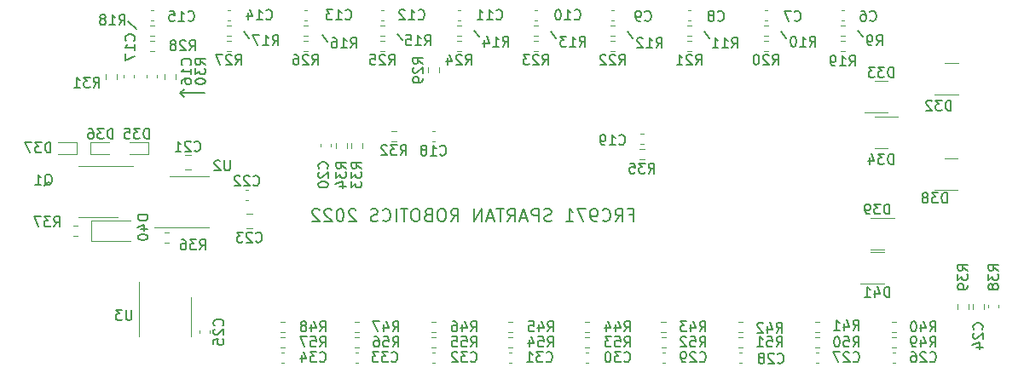
<source format=gbr>
%TF.GenerationSoftware,KiCad,Pcbnew,8.0.3-8.0.3-0~ubuntu22.04.1*%
%TF.CreationDate,2024-06-29T17:00:49-07:00*%
%TF.ProjectId,ButtonBd2,42757474-6f6e-4426-9432-2e6b69636164,2*%
%TF.SameCoordinates,Original*%
%TF.FileFunction,Legend,Bot*%
%TF.FilePolarity,Positive*%
%FSLAX46Y46*%
G04 Gerber Fmt 4.6, Leading zero omitted, Abs format (unit mm)*
G04 Created by KiCad (PCBNEW 8.0.3-8.0.3-0~ubuntu22.04.1) date 2024-06-29 17:00:49*
%MOMM*%
%LPD*%
G01*
G04 APERTURE LIST*
%ADD10C,0.150000*%
%ADD11C,0.203200*%
%ADD12C,0.120000*%
G04 APERTURE END LIST*
D10*
X126492000Y-66548000D02*
X125984000Y-65913000D01*
X111252000Y-66548000D02*
X110744000Y-65913000D01*
X118872000Y-66548000D02*
X118364000Y-65913000D01*
X96012000Y-66421000D02*
X95504000Y-65786000D01*
X68707000Y-72009000D02*
X66294000Y-72009000D01*
X80899000Y-66865500D02*
X80391000Y-66230500D01*
X66294000Y-72009000D02*
X66675000Y-72390000D01*
X61087000Y-64897000D02*
X61976000Y-65659000D01*
X134112000Y-66421000D02*
X133604000Y-65786000D01*
X88392000Y-66738500D02*
X87884000Y-66103500D01*
X66294000Y-72009000D02*
X66675000Y-71628000D01*
X103632000Y-66548000D02*
X103124000Y-65913000D01*
X73152000Y-66548000D02*
X72644000Y-65913000D01*
D11*
X110889142Y-84112721D02*
X111312476Y-84112721D01*
X111312476Y-84777959D02*
X111312476Y-83507959D01*
X111312476Y-83507959D02*
X110707714Y-83507959D01*
X109498190Y-84777959D02*
X109921524Y-84173197D01*
X110223905Y-84777959D02*
X110223905Y-83507959D01*
X110223905Y-83507959D02*
X109740095Y-83507959D01*
X109740095Y-83507959D02*
X109619143Y-83568435D01*
X109619143Y-83568435D02*
X109558666Y-83628911D01*
X109558666Y-83628911D02*
X109498190Y-83749863D01*
X109498190Y-83749863D02*
X109498190Y-83931292D01*
X109498190Y-83931292D02*
X109558666Y-84052244D01*
X109558666Y-84052244D02*
X109619143Y-84112721D01*
X109619143Y-84112721D02*
X109740095Y-84173197D01*
X109740095Y-84173197D02*
X110223905Y-84173197D01*
X108228190Y-84657006D02*
X108288666Y-84717483D01*
X108288666Y-84717483D02*
X108470095Y-84777959D01*
X108470095Y-84777959D02*
X108591047Y-84777959D01*
X108591047Y-84777959D02*
X108772476Y-84717483D01*
X108772476Y-84717483D02*
X108893428Y-84596530D01*
X108893428Y-84596530D02*
X108953905Y-84475578D01*
X108953905Y-84475578D02*
X109014381Y-84233673D01*
X109014381Y-84233673D02*
X109014381Y-84052244D01*
X109014381Y-84052244D02*
X108953905Y-83810340D01*
X108953905Y-83810340D02*
X108893428Y-83689387D01*
X108893428Y-83689387D02*
X108772476Y-83568435D01*
X108772476Y-83568435D02*
X108591047Y-83507959D01*
X108591047Y-83507959D02*
X108470095Y-83507959D01*
X108470095Y-83507959D02*
X108288666Y-83568435D01*
X108288666Y-83568435D02*
X108228190Y-83628911D01*
X107623428Y-84777959D02*
X107381524Y-84777959D01*
X107381524Y-84777959D02*
X107260571Y-84717483D01*
X107260571Y-84717483D02*
X107200095Y-84657006D01*
X107200095Y-84657006D02*
X107079143Y-84475578D01*
X107079143Y-84475578D02*
X107018666Y-84233673D01*
X107018666Y-84233673D02*
X107018666Y-83749863D01*
X107018666Y-83749863D02*
X107079143Y-83628911D01*
X107079143Y-83628911D02*
X107139619Y-83568435D01*
X107139619Y-83568435D02*
X107260571Y-83507959D01*
X107260571Y-83507959D02*
X107502476Y-83507959D01*
X107502476Y-83507959D02*
X107623428Y-83568435D01*
X107623428Y-83568435D02*
X107683905Y-83628911D01*
X107683905Y-83628911D02*
X107744381Y-83749863D01*
X107744381Y-83749863D02*
X107744381Y-84052244D01*
X107744381Y-84052244D02*
X107683905Y-84173197D01*
X107683905Y-84173197D02*
X107623428Y-84233673D01*
X107623428Y-84233673D02*
X107502476Y-84294149D01*
X107502476Y-84294149D02*
X107260571Y-84294149D01*
X107260571Y-84294149D02*
X107139619Y-84233673D01*
X107139619Y-84233673D02*
X107079143Y-84173197D01*
X107079143Y-84173197D02*
X107018666Y-84052244D01*
X106595333Y-83507959D02*
X105748666Y-83507959D01*
X105748666Y-83507959D02*
X106292952Y-84777959D01*
X104599618Y-84777959D02*
X105325333Y-84777959D01*
X104962476Y-84777959D02*
X104962476Y-83507959D01*
X104962476Y-83507959D02*
X105083428Y-83689387D01*
X105083428Y-83689387D02*
X105204380Y-83810340D01*
X105204380Y-83810340D02*
X105325333Y-83870816D01*
X103148190Y-84717483D02*
X102966761Y-84777959D01*
X102966761Y-84777959D02*
X102664380Y-84777959D01*
X102664380Y-84777959D02*
X102543428Y-84717483D01*
X102543428Y-84717483D02*
X102482952Y-84657006D01*
X102482952Y-84657006D02*
X102422475Y-84536054D01*
X102422475Y-84536054D02*
X102422475Y-84415102D01*
X102422475Y-84415102D02*
X102482952Y-84294149D01*
X102482952Y-84294149D02*
X102543428Y-84233673D01*
X102543428Y-84233673D02*
X102664380Y-84173197D01*
X102664380Y-84173197D02*
X102906285Y-84112721D01*
X102906285Y-84112721D02*
X103027237Y-84052244D01*
X103027237Y-84052244D02*
X103087714Y-83991768D01*
X103087714Y-83991768D02*
X103148190Y-83870816D01*
X103148190Y-83870816D02*
X103148190Y-83749863D01*
X103148190Y-83749863D02*
X103087714Y-83628911D01*
X103087714Y-83628911D02*
X103027237Y-83568435D01*
X103027237Y-83568435D02*
X102906285Y-83507959D01*
X102906285Y-83507959D02*
X102603904Y-83507959D01*
X102603904Y-83507959D02*
X102422475Y-83568435D01*
X101878190Y-84777959D02*
X101878190Y-83507959D01*
X101878190Y-83507959D02*
X101394380Y-83507959D01*
X101394380Y-83507959D02*
X101273428Y-83568435D01*
X101273428Y-83568435D02*
X101212951Y-83628911D01*
X101212951Y-83628911D02*
X101152475Y-83749863D01*
X101152475Y-83749863D02*
X101152475Y-83931292D01*
X101152475Y-83931292D02*
X101212951Y-84052244D01*
X101212951Y-84052244D02*
X101273428Y-84112721D01*
X101273428Y-84112721D02*
X101394380Y-84173197D01*
X101394380Y-84173197D02*
X101878190Y-84173197D01*
X100668666Y-84415102D02*
X100063904Y-84415102D01*
X100789618Y-84777959D02*
X100366285Y-83507959D01*
X100366285Y-83507959D02*
X99942951Y-84777959D01*
X98793904Y-84777959D02*
X99217238Y-84173197D01*
X99519619Y-84777959D02*
X99519619Y-83507959D01*
X99519619Y-83507959D02*
X99035809Y-83507959D01*
X99035809Y-83507959D02*
X98914857Y-83568435D01*
X98914857Y-83568435D02*
X98854380Y-83628911D01*
X98854380Y-83628911D02*
X98793904Y-83749863D01*
X98793904Y-83749863D02*
X98793904Y-83931292D01*
X98793904Y-83931292D02*
X98854380Y-84052244D01*
X98854380Y-84052244D02*
X98914857Y-84112721D01*
X98914857Y-84112721D02*
X99035809Y-84173197D01*
X99035809Y-84173197D02*
X99519619Y-84173197D01*
X98431047Y-83507959D02*
X97705333Y-83507959D01*
X98068190Y-84777959D02*
X98068190Y-83507959D01*
X97342476Y-84415102D02*
X96737714Y-84415102D01*
X97463428Y-84777959D02*
X97040095Y-83507959D01*
X97040095Y-83507959D02*
X96616761Y-84777959D01*
X96193429Y-84777959D02*
X96193429Y-83507959D01*
X96193429Y-83507959D02*
X95467714Y-84777959D01*
X95467714Y-84777959D02*
X95467714Y-83507959D01*
X93169619Y-84777959D02*
X93592953Y-84173197D01*
X93895334Y-84777959D02*
X93895334Y-83507959D01*
X93895334Y-83507959D02*
X93411524Y-83507959D01*
X93411524Y-83507959D02*
X93290572Y-83568435D01*
X93290572Y-83568435D02*
X93230095Y-83628911D01*
X93230095Y-83628911D02*
X93169619Y-83749863D01*
X93169619Y-83749863D02*
X93169619Y-83931292D01*
X93169619Y-83931292D02*
X93230095Y-84052244D01*
X93230095Y-84052244D02*
X93290572Y-84112721D01*
X93290572Y-84112721D02*
X93411524Y-84173197D01*
X93411524Y-84173197D02*
X93895334Y-84173197D01*
X92383429Y-83507959D02*
X92141524Y-83507959D01*
X92141524Y-83507959D02*
X92020572Y-83568435D01*
X92020572Y-83568435D02*
X91899619Y-83689387D01*
X91899619Y-83689387D02*
X91839143Y-83931292D01*
X91839143Y-83931292D02*
X91839143Y-84354625D01*
X91839143Y-84354625D02*
X91899619Y-84596530D01*
X91899619Y-84596530D02*
X92020572Y-84717483D01*
X92020572Y-84717483D02*
X92141524Y-84777959D01*
X92141524Y-84777959D02*
X92383429Y-84777959D01*
X92383429Y-84777959D02*
X92504381Y-84717483D01*
X92504381Y-84717483D02*
X92625334Y-84596530D01*
X92625334Y-84596530D02*
X92685810Y-84354625D01*
X92685810Y-84354625D02*
X92685810Y-83931292D01*
X92685810Y-83931292D02*
X92625334Y-83689387D01*
X92625334Y-83689387D02*
X92504381Y-83568435D01*
X92504381Y-83568435D02*
X92383429Y-83507959D01*
X90871524Y-84112721D02*
X90690096Y-84173197D01*
X90690096Y-84173197D02*
X90629619Y-84233673D01*
X90629619Y-84233673D02*
X90569143Y-84354625D01*
X90569143Y-84354625D02*
X90569143Y-84536054D01*
X90569143Y-84536054D02*
X90629619Y-84657006D01*
X90629619Y-84657006D02*
X90690096Y-84717483D01*
X90690096Y-84717483D02*
X90811048Y-84777959D01*
X90811048Y-84777959D02*
X91294858Y-84777959D01*
X91294858Y-84777959D02*
X91294858Y-83507959D01*
X91294858Y-83507959D02*
X90871524Y-83507959D01*
X90871524Y-83507959D02*
X90750572Y-83568435D01*
X90750572Y-83568435D02*
X90690096Y-83628911D01*
X90690096Y-83628911D02*
X90629619Y-83749863D01*
X90629619Y-83749863D02*
X90629619Y-83870816D01*
X90629619Y-83870816D02*
X90690096Y-83991768D01*
X90690096Y-83991768D02*
X90750572Y-84052244D01*
X90750572Y-84052244D02*
X90871524Y-84112721D01*
X90871524Y-84112721D02*
X91294858Y-84112721D01*
X89782953Y-83507959D02*
X89541048Y-83507959D01*
X89541048Y-83507959D02*
X89420096Y-83568435D01*
X89420096Y-83568435D02*
X89299143Y-83689387D01*
X89299143Y-83689387D02*
X89238667Y-83931292D01*
X89238667Y-83931292D02*
X89238667Y-84354625D01*
X89238667Y-84354625D02*
X89299143Y-84596530D01*
X89299143Y-84596530D02*
X89420096Y-84717483D01*
X89420096Y-84717483D02*
X89541048Y-84777959D01*
X89541048Y-84777959D02*
X89782953Y-84777959D01*
X89782953Y-84777959D02*
X89903905Y-84717483D01*
X89903905Y-84717483D02*
X90024858Y-84596530D01*
X90024858Y-84596530D02*
X90085334Y-84354625D01*
X90085334Y-84354625D02*
X90085334Y-83931292D01*
X90085334Y-83931292D02*
X90024858Y-83689387D01*
X90024858Y-83689387D02*
X89903905Y-83568435D01*
X89903905Y-83568435D02*
X89782953Y-83507959D01*
X88875810Y-83507959D02*
X88150096Y-83507959D01*
X88512953Y-84777959D02*
X88512953Y-83507959D01*
X87726763Y-84777959D02*
X87726763Y-83507959D01*
X86396286Y-84657006D02*
X86456762Y-84717483D01*
X86456762Y-84717483D02*
X86638191Y-84777959D01*
X86638191Y-84777959D02*
X86759143Y-84777959D01*
X86759143Y-84777959D02*
X86940572Y-84717483D01*
X86940572Y-84717483D02*
X87061524Y-84596530D01*
X87061524Y-84596530D02*
X87122001Y-84475578D01*
X87122001Y-84475578D02*
X87182477Y-84233673D01*
X87182477Y-84233673D02*
X87182477Y-84052244D01*
X87182477Y-84052244D02*
X87122001Y-83810340D01*
X87122001Y-83810340D02*
X87061524Y-83689387D01*
X87061524Y-83689387D02*
X86940572Y-83568435D01*
X86940572Y-83568435D02*
X86759143Y-83507959D01*
X86759143Y-83507959D02*
X86638191Y-83507959D01*
X86638191Y-83507959D02*
X86456762Y-83568435D01*
X86456762Y-83568435D02*
X86396286Y-83628911D01*
X85912477Y-84717483D02*
X85731048Y-84777959D01*
X85731048Y-84777959D02*
X85428667Y-84777959D01*
X85428667Y-84777959D02*
X85307715Y-84717483D01*
X85307715Y-84717483D02*
X85247239Y-84657006D01*
X85247239Y-84657006D02*
X85186762Y-84536054D01*
X85186762Y-84536054D02*
X85186762Y-84415102D01*
X85186762Y-84415102D02*
X85247239Y-84294149D01*
X85247239Y-84294149D02*
X85307715Y-84233673D01*
X85307715Y-84233673D02*
X85428667Y-84173197D01*
X85428667Y-84173197D02*
X85670572Y-84112721D01*
X85670572Y-84112721D02*
X85791524Y-84052244D01*
X85791524Y-84052244D02*
X85852001Y-83991768D01*
X85852001Y-83991768D02*
X85912477Y-83870816D01*
X85912477Y-83870816D02*
X85912477Y-83749863D01*
X85912477Y-83749863D02*
X85852001Y-83628911D01*
X85852001Y-83628911D02*
X85791524Y-83568435D01*
X85791524Y-83568435D02*
X85670572Y-83507959D01*
X85670572Y-83507959D02*
X85368191Y-83507959D01*
X85368191Y-83507959D02*
X85186762Y-83568435D01*
X83735334Y-83628911D02*
X83674858Y-83568435D01*
X83674858Y-83568435D02*
X83553905Y-83507959D01*
X83553905Y-83507959D02*
X83251524Y-83507959D01*
X83251524Y-83507959D02*
X83130572Y-83568435D01*
X83130572Y-83568435D02*
X83070096Y-83628911D01*
X83070096Y-83628911D02*
X83009619Y-83749863D01*
X83009619Y-83749863D02*
X83009619Y-83870816D01*
X83009619Y-83870816D02*
X83070096Y-84052244D01*
X83070096Y-84052244D02*
X83795810Y-84777959D01*
X83795810Y-84777959D02*
X83009619Y-84777959D01*
X82223429Y-83507959D02*
X82102476Y-83507959D01*
X82102476Y-83507959D02*
X81981524Y-83568435D01*
X81981524Y-83568435D02*
X81921048Y-83628911D01*
X81921048Y-83628911D02*
X81860572Y-83749863D01*
X81860572Y-83749863D02*
X81800095Y-83991768D01*
X81800095Y-83991768D02*
X81800095Y-84294149D01*
X81800095Y-84294149D02*
X81860572Y-84536054D01*
X81860572Y-84536054D02*
X81921048Y-84657006D01*
X81921048Y-84657006D02*
X81981524Y-84717483D01*
X81981524Y-84717483D02*
X82102476Y-84777959D01*
X82102476Y-84777959D02*
X82223429Y-84777959D01*
X82223429Y-84777959D02*
X82344381Y-84717483D01*
X82344381Y-84717483D02*
X82404857Y-84657006D01*
X82404857Y-84657006D02*
X82465334Y-84536054D01*
X82465334Y-84536054D02*
X82525810Y-84294149D01*
X82525810Y-84294149D02*
X82525810Y-83991768D01*
X82525810Y-83991768D02*
X82465334Y-83749863D01*
X82465334Y-83749863D02*
X82404857Y-83628911D01*
X82404857Y-83628911D02*
X82344381Y-83568435D01*
X82344381Y-83568435D02*
X82223429Y-83507959D01*
X81316286Y-83628911D02*
X81255810Y-83568435D01*
X81255810Y-83568435D02*
X81134857Y-83507959D01*
X81134857Y-83507959D02*
X80832476Y-83507959D01*
X80832476Y-83507959D02*
X80711524Y-83568435D01*
X80711524Y-83568435D02*
X80651048Y-83628911D01*
X80651048Y-83628911D02*
X80590571Y-83749863D01*
X80590571Y-83749863D02*
X80590571Y-83870816D01*
X80590571Y-83870816D02*
X80651048Y-84052244D01*
X80651048Y-84052244D02*
X81376762Y-84777959D01*
X81376762Y-84777959D02*
X80590571Y-84777959D01*
X80106762Y-83628911D02*
X80046286Y-83568435D01*
X80046286Y-83568435D02*
X79925333Y-83507959D01*
X79925333Y-83507959D02*
X79622952Y-83507959D01*
X79622952Y-83507959D02*
X79502000Y-83568435D01*
X79502000Y-83568435D02*
X79441524Y-83628911D01*
X79441524Y-83628911D02*
X79381047Y-83749863D01*
X79381047Y-83749863D02*
X79381047Y-83870816D01*
X79381047Y-83870816D02*
X79441524Y-84052244D01*
X79441524Y-84052244D02*
X80167238Y-84777959D01*
X80167238Y-84777959D02*
X79381047Y-84777959D01*
D10*
X90558857Y-67256819D02*
X90892190Y-66780628D01*
X91130285Y-67256819D02*
X91130285Y-66256819D01*
X91130285Y-66256819D02*
X90749333Y-66256819D01*
X90749333Y-66256819D02*
X90654095Y-66304438D01*
X90654095Y-66304438D02*
X90606476Y-66352057D01*
X90606476Y-66352057D02*
X90558857Y-66447295D01*
X90558857Y-66447295D02*
X90558857Y-66590152D01*
X90558857Y-66590152D02*
X90606476Y-66685390D01*
X90606476Y-66685390D02*
X90654095Y-66733009D01*
X90654095Y-66733009D02*
X90749333Y-66780628D01*
X90749333Y-66780628D02*
X91130285Y-66780628D01*
X89606476Y-67256819D02*
X90177904Y-67256819D01*
X89892190Y-67256819D02*
X89892190Y-66256819D01*
X89892190Y-66256819D02*
X89987428Y-66399676D01*
X89987428Y-66399676D02*
X90082666Y-66494914D01*
X90082666Y-66494914D02*
X90177904Y-66542533D01*
X88701714Y-66256819D02*
X89177904Y-66256819D01*
X89177904Y-66256819D02*
X89225523Y-66733009D01*
X89225523Y-66733009D02*
X89177904Y-66685390D01*
X89177904Y-66685390D02*
X89082666Y-66637771D01*
X89082666Y-66637771D02*
X88844571Y-66637771D01*
X88844571Y-66637771D02*
X88749333Y-66685390D01*
X88749333Y-66685390D02*
X88701714Y-66733009D01*
X88701714Y-66733009D02*
X88654095Y-66828247D01*
X88654095Y-66828247D02*
X88654095Y-67066342D01*
X88654095Y-67066342D02*
X88701714Y-67161580D01*
X88701714Y-67161580D02*
X88749333Y-67209200D01*
X88749333Y-67209200D02*
X88844571Y-67256819D01*
X88844571Y-67256819D02*
X89082666Y-67256819D01*
X89082666Y-67256819D02*
X89177904Y-67209200D01*
X89177904Y-67209200D02*
X89225523Y-67161580D01*
X57665857Y-71447819D02*
X57999190Y-70971628D01*
X58237285Y-71447819D02*
X58237285Y-70447819D01*
X58237285Y-70447819D02*
X57856333Y-70447819D01*
X57856333Y-70447819D02*
X57761095Y-70495438D01*
X57761095Y-70495438D02*
X57713476Y-70543057D01*
X57713476Y-70543057D02*
X57665857Y-70638295D01*
X57665857Y-70638295D02*
X57665857Y-70781152D01*
X57665857Y-70781152D02*
X57713476Y-70876390D01*
X57713476Y-70876390D02*
X57761095Y-70924009D01*
X57761095Y-70924009D02*
X57856333Y-70971628D01*
X57856333Y-70971628D02*
X58237285Y-70971628D01*
X57332523Y-70447819D02*
X56713476Y-70447819D01*
X56713476Y-70447819D02*
X57046809Y-70828771D01*
X57046809Y-70828771D02*
X56903952Y-70828771D01*
X56903952Y-70828771D02*
X56808714Y-70876390D01*
X56808714Y-70876390D02*
X56761095Y-70924009D01*
X56761095Y-70924009D02*
X56713476Y-71019247D01*
X56713476Y-71019247D02*
X56713476Y-71257342D01*
X56713476Y-71257342D02*
X56761095Y-71352580D01*
X56761095Y-71352580D02*
X56808714Y-71400200D01*
X56808714Y-71400200D02*
X56903952Y-71447819D01*
X56903952Y-71447819D02*
X57189666Y-71447819D01*
X57189666Y-71447819D02*
X57284904Y-71400200D01*
X57284904Y-71400200D02*
X57332523Y-71352580D01*
X55761095Y-71447819D02*
X56332523Y-71447819D01*
X56046809Y-71447819D02*
X56046809Y-70447819D01*
X56046809Y-70447819D02*
X56142047Y-70590676D01*
X56142047Y-70590676D02*
X56237285Y-70685914D01*
X56237285Y-70685914D02*
X56332523Y-70733533D01*
X117482857Y-69194819D02*
X117816190Y-68718628D01*
X118054285Y-69194819D02*
X118054285Y-68194819D01*
X118054285Y-68194819D02*
X117673333Y-68194819D01*
X117673333Y-68194819D02*
X117578095Y-68242438D01*
X117578095Y-68242438D02*
X117530476Y-68290057D01*
X117530476Y-68290057D02*
X117482857Y-68385295D01*
X117482857Y-68385295D02*
X117482857Y-68528152D01*
X117482857Y-68528152D02*
X117530476Y-68623390D01*
X117530476Y-68623390D02*
X117578095Y-68671009D01*
X117578095Y-68671009D02*
X117673333Y-68718628D01*
X117673333Y-68718628D02*
X118054285Y-68718628D01*
X117101904Y-68290057D02*
X117054285Y-68242438D01*
X117054285Y-68242438D02*
X116959047Y-68194819D01*
X116959047Y-68194819D02*
X116720952Y-68194819D01*
X116720952Y-68194819D02*
X116625714Y-68242438D01*
X116625714Y-68242438D02*
X116578095Y-68290057D01*
X116578095Y-68290057D02*
X116530476Y-68385295D01*
X116530476Y-68385295D02*
X116530476Y-68480533D01*
X116530476Y-68480533D02*
X116578095Y-68623390D01*
X116578095Y-68623390D02*
X117149523Y-69194819D01*
X117149523Y-69194819D02*
X116530476Y-69194819D01*
X115578095Y-69194819D02*
X116149523Y-69194819D01*
X115863809Y-69194819D02*
X115863809Y-68194819D01*
X115863809Y-68194819D02*
X115959047Y-68337676D01*
X115959047Y-68337676D02*
X116054285Y-68432914D01*
X116054285Y-68432914D02*
X116149523Y-68480533D01*
X52800238Y-81195057D02*
X52895476Y-81147438D01*
X52895476Y-81147438D02*
X52990714Y-81052200D01*
X52990714Y-81052200D02*
X53133571Y-80909342D01*
X53133571Y-80909342D02*
X53228809Y-80861723D01*
X53228809Y-80861723D02*
X53324047Y-80861723D01*
X53276428Y-81099819D02*
X53371666Y-81052200D01*
X53371666Y-81052200D02*
X53466904Y-80956961D01*
X53466904Y-80956961D02*
X53514523Y-80766485D01*
X53514523Y-80766485D02*
X53514523Y-80433152D01*
X53514523Y-80433152D02*
X53466904Y-80242676D01*
X53466904Y-80242676D02*
X53371666Y-80147438D01*
X53371666Y-80147438D02*
X53276428Y-80099819D01*
X53276428Y-80099819D02*
X53085952Y-80099819D01*
X53085952Y-80099819D02*
X52990714Y-80147438D01*
X52990714Y-80147438D02*
X52895476Y-80242676D01*
X52895476Y-80242676D02*
X52847857Y-80433152D01*
X52847857Y-80433152D02*
X52847857Y-80766485D01*
X52847857Y-80766485D02*
X52895476Y-80956961D01*
X52895476Y-80956961D02*
X52990714Y-81052200D01*
X52990714Y-81052200D02*
X53085952Y-81099819D01*
X53085952Y-81099819D02*
X53276428Y-81099819D01*
X51895476Y-81099819D02*
X52466904Y-81099819D01*
X52181190Y-81099819D02*
X52181190Y-80099819D01*
X52181190Y-80099819D02*
X52276428Y-80242676D01*
X52276428Y-80242676D02*
X52371666Y-80337914D01*
X52371666Y-80337914D02*
X52466904Y-80385533D01*
X80144857Y-97228819D02*
X80478190Y-96752628D01*
X80716285Y-97228819D02*
X80716285Y-96228819D01*
X80716285Y-96228819D02*
X80335333Y-96228819D01*
X80335333Y-96228819D02*
X80240095Y-96276438D01*
X80240095Y-96276438D02*
X80192476Y-96324057D01*
X80192476Y-96324057D02*
X80144857Y-96419295D01*
X80144857Y-96419295D02*
X80144857Y-96562152D01*
X80144857Y-96562152D02*
X80192476Y-96657390D01*
X80192476Y-96657390D02*
X80240095Y-96705009D01*
X80240095Y-96705009D02*
X80335333Y-96752628D01*
X80335333Y-96752628D02*
X80716285Y-96752628D01*
X79240095Y-96228819D02*
X79716285Y-96228819D01*
X79716285Y-96228819D02*
X79763904Y-96705009D01*
X79763904Y-96705009D02*
X79716285Y-96657390D01*
X79716285Y-96657390D02*
X79621047Y-96609771D01*
X79621047Y-96609771D02*
X79382952Y-96609771D01*
X79382952Y-96609771D02*
X79287714Y-96657390D01*
X79287714Y-96657390D02*
X79240095Y-96705009D01*
X79240095Y-96705009D02*
X79192476Y-96800247D01*
X79192476Y-96800247D02*
X79192476Y-97038342D01*
X79192476Y-97038342D02*
X79240095Y-97133580D01*
X79240095Y-97133580D02*
X79287714Y-97181200D01*
X79287714Y-97181200D02*
X79382952Y-97228819D01*
X79382952Y-97228819D02*
X79621047Y-97228819D01*
X79621047Y-97228819D02*
X79716285Y-97181200D01*
X79716285Y-97181200D02*
X79763904Y-97133580D01*
X78859142Y-96228819D02*
X78192476Y-96228819D01*
X78192476Y-96228819D02*
X78621047Y-97228819D01*
X67190857Y-67764819D02*
X67524190Y-67288628D01*
X67762285Y-67764819D02*
X67762285Y-66764819D01*
X67762285Y-66764819D02*
X67381333Y-66764819D01*
X67381333Y-66764819D02*
X67286095Y-66812438D01*
X67286095Y-66812438D02*
X67238476Y-66860057D01*
X67238476Y-66860057D02*
X67190857Y-66955295D01*
X67190857Y-66955295D02*
X67190857Y-67098152D01*
X67190857Y-67098152D02*
X67238476Y-67193390D01*
X67238476Y-67193390D02*
X67286095Y-67241009D01*
X67286095Y-67241009D02*
X67381333Y-67288628D01*
X67381333Y-67288628D02*
X67762285Y-67288628D01*
X66809904Y-66860057D02*
X66762285Y-66812438D01*
X66762285Y-66812438D02*
X66667047Y-66764819D01*
X66667047Y-66764819D02*
X66428952Y-66764819D01*
X66428952Y-66764819D02*
X66333714Y-66812438D01*
X66333714Y-66812438D02*
X66286095Y-66860057D01*
X66286095Y-66860057D02*
X66238476Y-66955295D01*
X66238476Y-66955295D02*
X66238476Y-67050533D01*
X66238476Y-67050533D02*
X66286095Y-67193390D01*
X66286095Y-67193390D02*
X66857523Y-67764819D01*
X66857523Y-67764819D02*
X66238476Y-67764819D01*
X65667047Y-67193390D02*
X65762285Y-67145771D01*
X65762285Y-67145771D02*
X65809904Y-67098152D01*
X65809904Y-67098152D02*
X65857523Y-67002914D01*
X65857523Y-67002914D02*
X65857523Y-66955295D01*
X65857523Y-66955295D02*
X65809904Y-66860057D01*
X65809904Y-66860057D02*
X65762285Y-66812438D01*
X65762285Y-66812438D02*
X65667047Y-66764819D01*
X65667047Y-66764819D02*
X65476571Y-66764819D01*
X65476571Y-66764819D02*
X65381333Y-66812438D01*
X65381333Y-66812438D02*
X65333714Y-66860057D01*
X65333714Y-66860057D02*
X65286095Y-66955295D01*
X65286095Y-66955295D02*
X65286095Y-67002914D01*
X65286095Y-67002914D02*
X65333714Y-67098152D01*
X65333714Y-67098152D02*
X65381333Y-67145771D01*
X65381333Y-67145771D02*
X65476571Y-67193390D01*
X65476571Y-67193390D02*
X65667047Y-67193390D01*
X65667047Y-67193390D02*
X65762285Y-67241009D01*
X65762285Y-67241009D02*
X65809904Y-67288628D01*
X65809904Y-67288628D02*
X65857523Y-67383866D01*
X65857523Y-67383866D02*
X65857523Y-67574342D01*
X65857523Y-67574342D02*
X65809904Y-67669580D01*
X65809904Y-67669580D02*
X65762285Y-67717200D01*
X65762285Y-67717200D02*
X65667047Y-67764819D01*
X65667047Y-67764819D02*
X65476571Y-67764819D01*
X65476571Y-67764819D02*
X65381333Y-67717200D01*
X65381333Y-67717200D02*
X65333714Y-67669580D01*
X65333714Y-67669580D02*
X65286095Y-67574342D01*
X65286095Y-67574342D02*
X65286095Y-67383866D01*
X65286095Y-67383866D02*
X65333714Y-67288628D01*
X65333714Y-67288628D02*
X65381333Y-67241009D01*
X65381333Y-67241009D02*
X65476571Y-67193390D01*
X112434666Y-64748580D02*
X112482285Y-64796200D01*
X112482285Y-64796200D02*
X112625142Y-64843819D01*
X112625142Y-64843819D02*
X112720380Y-64843819D01*
X112720380Y-64843819D02*
X112863237Y-64796200D01*
X112863237Y-64796200D02*
X112958475Y-64700961D01*
X112958475Y-64700961D02*
X113006094Y-64605723D01*
X113006094Y-64605723D02*
X113053713Y-64415247D01*
X113053713Y-64415247D02*
X113053713Y-64272390D01*
X113053713Y-64272390D02*
X113006094Y-64081914D01*
X113006094Y-64081914D02*
X112958475Y-63986676D01*
X112958475Y-63986676D02*
X112863237Y-63891438D01*
X112863237Y-63891438D02*
X112720380Y-63843819D01*
X112720380Y-63843819D02*
X112625142Y-63843819D01*
X112625142Y-63843819D02*
X112482285Y-63891438D01*
X112482285Y-63891438D02*
X112434666Y-63939057D01*
X111958475Y-64843819D02*
X111767999Y-64843819D01*
X111767999Y-64843819D02*
X111672761Y-64796200D01*
X111672761Y-64796200D02*
X111625142Y-64748580D01*
X111625142Y-64748580D02*
X111529904Y-64605723D01*
X111529904Y-64605723D02*
X111482285Y-64415247D01*
X111482285Y-64415247D02*
X111482285Y-64034295D01*
X111482285Y-64034295D02*
X111529904Y-63939057D01*
X111529904Y-63939057D02*
X111577523Y-63891438D01*
X111577523Y-63891438D02*
X111672761Y-63843819D01*
X111672761Y-63843819D02*
X111863237Y-63843819D01*
X111863237Y-63843819D02*
X111958475Y-63891438D01*
X111958475Y-63891438D02*
X112006094Y-63939057D01*
X112006094Y-63939057D02*
X112053713Y-64034295D01*
X112053713Y-64034295D02*
X112053713Y-64272390D01*
X112053713Y-64272390D02*
X112006094Y-64367628D01*
X112006094Y-64367628D02*
X111958475Y-64415247D01*
X111958475Y-64415247D02*
X111863237Y-64462866D01*
X111863237Y-64462866D02*
X111672761Y-64462866D01*
X111672761Y-64462866D02*
X111577523Y-64415247D01*
X111577523Y-64415247D02*
X111529904Y-64367628D01*
X111529904Y-64367628D02*
X111482285Y-64272390D01*
X137104285Y-79067819D02*
X137104285Y-78067819D01*
X137104285Y-78067819D02*
X136866190Y-78067819D01*
X136866190Y-78067819D02*
X136723333Y-78115438D01*
X136723333Y-78115438D02*
X136628095Y-78210676D01*
X136628095Y-78210676D02*
X136580476Y-78305914D01*
X136580476Y-78305914D02*
X136532857Y-78496390D01*
X136532857Y-78496390D02*
X136532857Y-78639247D01*
X136532857Y-78639247D02*
X136580476Y-78829723D01*
X136580476Y-78829723D02*
X136628095Y-78924961D01*
X136628095Y-78924961D02*
X136723333Y-79020200D01*
X136723333Y-79020200D02*
X136866190Y-79067819D01*
X136866190Y-79067819D02*
X137104285Y-79067819D01*
X136199523Y-78067819D02*
X135580476Y-78067819D01*
X135580476Y-78067819D02*
X135913809Y-78448771D01*
X135913809Y-78448771D02*
X135770952Y-78448771D01*
X135770952Y-78448771D02*
X135675714Y-78496390D01*
X135675714Y-78496390D02*
X135628095Y-78544009D01*
X135628095Y-78544009D02*
X135580476Y-78639247D01*
X135580476Y-78639247D02*
X135580476Y-78877342D01*
X135580476Y-78877342D02*
X135628095Y-78972580D01*
X135628095Y-78972580D02*
X135675714Y-79020200D01*
X135675714Y-79020200D02*
X135770952Y-79067819D01*
X135770952Y-79067819D02*
X136056666Y-79067819D01*
X136056666Y-79067819D02*
X136151904Y-79020200D01*
X136151904Y-79020200D02*
X136199523Y-78972580D01*
X134723333Y-78401152D02*
X134723333Y-79067819D01*
X134961428Y-78020200D02*
X135199523Y-78734485D01*
X135199523Y-78734485D02*
X134580476Y-78734485D01*
X133103857Y-97228819D02*
X133437190Y-96752628D01*
X133675285Y-97228819D02*
X133675285Y-96228819D01*
X133675285Y-96228819D02*
X133294333Y-96228819D01*
X133294333Y-96228819D02*
X133199095Y-96276438D01*
X133199095Y-96276438D02*
X133151476Y-96324057D01*
X133151476Y-96324057D02*
X133103857Y-96419295D01*
X133103857Y-96419295D02*
X133103857Y-96562152D01*
X133103857Y-96562152D02*
X133151476Y-96657390D01*
X133151476Y-96657390D02*
X133199095Y-96705009D01*
X133199095Y-96705009D02*
X133294333Y-96752628D01*
X133294333Y-96752628D02*
X133675285Y-96752628D01*
X132199095Y-96228819D02*
X132675285Y-96228819D01*
X132675285Y-96228819D02*
X132722904Y-96705009D01*
X132722904Y-96705009D02*
X132675285Y-96657390D01*
X132675285Y-96657390D02*
X132580047Y-96609771D01*
X132580047Y-96609771D02*
X132341952Y-96609771D01*
X132341952Y-96609771D02*
X132246714Y-96657390D01*
X132246714Y-96657390D02*
X132199095Y-96705009D01*
X132199095Y-96705009D02*
X132151476Y-96800247D01*
X132151476Y-96800247D02*
X132151476Y-97038342D01*
X132151476Y-97038342D02*
X132199095Y-97133580D01*
X132199095Y-97133580D02*
X132246714Y-97181200D01*
X132246714Y-97181200D02*
X132341952Y-97228819D01*
X132341952Y-97228819D02*
X132580047Y-97228819D01*
X132580047Y-97228819D02*
X132675285Y-97181200D01*
X132675285Y-97181200D02*
X132722904Y-97133580D01*
X131532428Y-96228819D02*
X131437190Y-96228819D01*
X131437190Y-96228819D02*
X131341952Y-96276438D01*
X131341952Y-96276438D02*
X131294333Y-96324057D01*
X131294333Y-96324057D02*
X131246714Y-96419295D01*
X131246714Y-96419295D02*
X131199095Y-96609771D01*
X131199095Y-96609771D02*
X131199095Y-96847866D01*
X131199095Y-96847866D02*
X131246714Y-97038342D01*
X131246714Y-97038342D02*
X131294333Y-97133580D01*
X131294333Y-97133580D02*
X131341952Y-97181200D01*
X131341952Y-97181200D02*
X131437190Y-97228819D01*
X131437190Y-97228819D02*
X131532428Y-97228819D01*
X131532428Y-97228819D02*
X131627666Y-97181200D01*
X131627666Y-97181200D02*
X131675285Y-97133580D01*
X131675285Y-97133580D02*
X131722904Y-97038342D01*
X131722904Y-97038342D02*
X131770523Y-96847866D01*
X131770523Y-96847866D02*
X131770523Y-96609771D01*
X131770523Y-96609771D02*
X131722904Y-96419295D01*
X131722904Y-96419295D02*
X131675285Y-96324057D01*
X131675285Y-96324057D02*
X131627666Y-96276438D01*
X131627666Y-96276438D02*
X131532428Y-96228819D01*
X67288580Y-69207142D02*
X67336200Y-69159523D01*
X67336200Y-69159523D02*
X67383819Y-69016666D01*
X67383819Y-69016666D02*
X67383819Y-68921428D01*
X67383819Y-68921428D02*
X67336200Y-68778571D01*
X67336200Y-68778571D02*
X67240961Y-68683333D01*
X67240961Y-68683333D02*
X67145723Y-68635714D01*
X67145723Y-68635714D02*
X66955247Y-68588095D01*
X66955247Y-68588095D02*
X66812390Y-68588095D01*
X66812390Y-68588095D02*
X66621914Y-68635714D01*
X66621914Y-68635714D02*
X66526676Y-68683333D01*
X66526676Y-68683333D02*
X66431438Y-68778571D01*
X66431438Y-68778571D02*
X66383819Y-68921428D01*
X66383819Y-68921428D02*
X66383819Y-69016666D01*
X66383819Y-69016666D02*
X66431438Y-69159523D01*
X66431438Y-69159523D02*
X66479057Y-69207142D01*
X67383819Y-70159523D02*
X67383819Y-69588095D01*
X67383819Y-69873809D02*
X66383819Y-69873809D01*
X66383819Y-69873809D02*
X66526676Y-69778571D01*
X66526676Y-69778571D02*
X66621914Y-69683333D01*
X66621914Y-69683333D02*
X66669533Y-69588095D01*
X66383819Y-71016666D02*
X66383819Y-70826190D01*
X66383819Y-70826190D02*
X66431438Y-70730952D01*
X66431438Y-70730952D02*
X66479057Y-70683333D01*
X66479057Y-70683333D02*
X66621914Y-70588095D01*
X66621914Y-70588095D02*
X66812390Y-70540476D01*
X66812390Y-70540476D02*
X67193342Y-70540476D01*
X67193342Y-70540476D02*
X67288580Y-70588095D01*
X67288580Y-70588095D02*
X67336200Y-70635714D01*
X67336200Y-70635714D02*
X67383819Y-70730952D01*
X67383819Y-70730952D02*
X67383819Y-70921428D01*
X67383819Y-70921428D02*
X67336200Y-71016666D01*
X67336200Y-71016666D02*
X67288580Y-71064285D01*
X67288580Y-71064285D02*
X67193342Y-71111904D01*
X67193342Y-71111904D02*
X66955247Y-71111904D01*
X66955247Y-71111904D02*
X66860009Y-71064285D01*
X66860009Y-71064285D02*
X66812390Y-71016666D01*
X66812390Y-71016666D02*
X66764771Y-70921428D01*
X66764771Y-70921428D02*
X66764771Y-70730952D01*
X66764771Y-70730952D02*
X66812390Y-70635714D01*
X66812390Y-70635714D02*
X66860009Y-70588095D01*
X66860009Y-70588095D02*
X66955247Y-70540476D01*
X68206857Y-87576819D02*
X68540190Y-87100628D01*
X68778285Y-87576819D02*
X68778285Y-86576819D01*
X68778285Y-86576819D02*
X68397333Y-86576819D01*
X68397333Y-86576819D02*
X68302095Y-86624438D01*
X68302095Y-86624438D02*
X68254476Y-86672057D01*
X68254476Y-86672057D02*
X68206857Y-86767295D01*
X68206857Y-86767295D02*
X68206857Y-86910152D01*
X68206857Y-86910152D02*
X68254476Y-87005390D01*
X68254476Y-87005390D02*
X68302095Y-87053009D01*
X68302095Y-87053009D02*
X68397333Y-87100628D01*
X68397333Y-87100628D02*
X68778285Y-87100628D01*
X67873523Y-86576819D02*
X67254476Y-86576819D01*
X67254476Y-86576819D02*
X67587809Y-86957771D01*
X67587809Y-86957771D02*
X67444952Y-86957771D01*
X67444952Y-86957771D02*
X67349714Y-87005390D01*
X67349714Y-87005390D02*
X67302095Y-87053009D01*
X67302095Y-87053009D02*
X67254476Y-87148247D01*
X67254476Y-87148247D02*
X67254476Y-87386342D01*
X67254476Y-87386342D02*
X67302095Y-87481580D01*
X67302095Y-87481580D02*
X67349714Y-87529200D01*
X67349714Y-87529200D02*
X67444952Y-87576819D01*
X67444952Y-87576819D02*
X67730666Y-87576819D01*
X67730666Y-87576819D02*
X67825904Y-87529200D01*
X67825904Y-87529200D02*
X67873523Y-87481580D01*
X66397333Y-86576819D02*
X66587809Y-86576819D01*
X66587809Y-86576819D02*
X66683047Y-86624438D01*
X66683047Y-86624438D02*
X66730666Y-86672057D01*
X66730666Y-86672057D02*
X66825904Y-86814914D01*
X66825904Y-86814914D02*
X66873523Y-87005390D01*
X66873523Y-87005390D02*
X66873523Y-87386342D01*
X66873523Y-87386342D02*
X66825904Y-87481580D01*
X66825904Y-87481580D02*
X66778285Y-87529200D01*
X66778285Y-87529200D02*
X66683047Y-87576819D01*
X66683047Y-87576819D02*
X66492571Y-87576819D01*
X66492571Y-87576819D02*
X66397333Y-87529200D01*
X66397333Y-87529200D02*
X66349714Y-87481580D01*
X66349714Y-87481580D02*
X66302095Y-87386342D01*
X66302095Y-87386342D02*
X66302095Y-87148247D01*
X66302095Y-87148247D02*
X66349714Y-87053009D01*
X66349714Y-87053009D02*
X66397333Y-87005390D01*
X66397333Y-87005390D02*
X66492571Y-86957771D01*
X66492571Y-86957771D02*
X66683047Y-86957771D01*
X66683047Y-86957771D02*
X66778285Y-87005390D01*
X66778285Y-87005390D02*
X66825904Y-87053009D01*
X66825904Y-87053009D02*
X66873523Y-87148247D01*
X83192857Y-67510819D02*
X83526190Y-67034628D01*
X83764285Y-67510819D02*
X83764285Y-66510819D01*
X83764285Y-66510819D02*
X83383333Y-66510819D01*
X83383333Y-66510819D02*
X83288095Y-66558438D01*
X83288095Y-66558438D02*
X83240476Y-66606057D01*
X83240476Y-66606057D02*
X83192857Y-66701295D01*
X83192857Y-66701295D02*
X83192857Y-66844152D01*
X83192857Y-66844152D02*
X83240476Y-66939390D01*
X83240476Y-66939390D02*
X83288095Y-66987009D01*
X83288095Y-66987009D02*
X83383333Y-67034628D01*
X83383333Y-67034628D02*
X83764285Y-67034628D01*
X82240476Y-67510819D02*
X82811904Y-67510819D01*
X82526190Y-67510819D02*
X82526190Y-66510819D01*
X82526190Y-66510819D02*
X82621428Y-66653676D01*
X82621428Y-66653676D02*
X82716666Y-66748914D01*
X82716666Y-66748914D02*
X82811904Y-66796533D01*
X81383333Y-66510819D02*
X81573809Y-66510819D01*
X81573809Y-66510819D02*
X81669047Y-66558438D01*
X81669047Y-66558438D02*
X81716666Y-66606057D01*
X81716666Y-66606057D02*
X81811904Y-66748914D01*
X81811904Y-66748914D02*
X81859523Y-66939390D01*
X81859523Y-66939390D02*
X81859523Y-67320342D01*
X81859523Y-67320342D02*
X81811904Y-67415580D01*
X81811904Y-67415580D02*
X81764285Y-67463200D01*
X81764285Y-67463200D02*
X81669047Y-67510819D01*
X81669047Y-67510819D02*
X81478571Y-67510819D01*
X81478571Y-67510819D02*
X81383333Y-67463200D01*
X81383333Y-67463200D02*
X81335714Y-67415580D01*
X81335714Y-67415580D02*
X81288095Y-67320342D01*
X81288095Y-67320342D02*
X81288095Y-67082247D01*
X81288095Y-67082247D02*
X81335714Y-66987009D01*
X81335714Y-66987009D02*
X81383333Y-66939390D01*
X81383333Y-66939390D02*
X81478571Y-66891771D01*
X81478571Y-66891771D02*
X81669047Y-66891771D01*
X81669047Y-66891771D02*
X81764285Y-66939390D01*
X81764285Y-66939390D02*
X81811904Y-66987009D01*
X81811904Y-66987009D02*
X81859523Y-67082247D01*
X95130857Y-97228819D02*
X95464190Y-96752628D01*
X95702285Y-97228819D02*
X95702285Y-96228819D01*
X95702285Y-96228819D02*
X95321333Y-96228819D01*
X95321333Y-96228819D02*
X95226095Y-96276438D01*
X95226095Y-96276438D02*
X95178476Y-96324057D01*
X95178476Y-96324057D02*
X95130857Y-96419295D01*
X95130857Y-96419295D02*
X95130857Y-96562152D01*
X95130857Y-96562152D02*
X95178476Y-96657390D01*
X95178476Y-96657390D02*
X95226095Y-96705009D01*
X95226095Y-96705009D02*
X95321333Y-96752628D01*
X95321333Y-96752628D02*
X95702285Y-96752628D01*
X94226095Y-96228819D02*
X94702285Y-96228819D01*
X94702285Y-96228819D02*
X94749904Y-96705009D01*
X94749904Y-96705009D02*
X94702285Y-96657390D01*
X94702285Y-96657390D02*
X94607047Y-96609771D01*
X94607047Y-96609771D02*
X94368952Y-96609771D01*
X94368952Y-96609771D02*
X94273714Y-96657390D01*
X94273714Y-96657390D02*
X94226095Y-96705009D01*
X94226095Y-96705009D02*
X94178476Y-96800247D01*
X94178476Y-96800247D02*
X94178476Y-97038342D01*
X94178476Y-97038342D02*
X94226095Y-97133580D01*
X94226095Y-97133580D02*
X94273714Y-97181200D01*
X94273714Y-97181200D02*
X94368952Y-97228819D01*
X94368952Y-97228819D02*
X94607047Y-97228819D01*
X94607047Y-97228819D02*
X94702285Y-97181200D01*
X94702285Y-97181200D02*
X94749904Y-97133580D01*
X93273714Y-96228819D02*
X93749904Y-96228819D01*
X93749904Y-96228819D02*
X93797523Y-96705009D01*
X93797523Y-96705009D02*
X93749904Y-96657390D01*
X93749904Y-96657390D02*
X93654666Y-96609771D01*
X93654666Y-96609771D02*
X93416571Y-96609771D01*
X93416571Y-96609771D02*
X93321333Y-96657390D01*
X93321333Y-96657390D02*
X93273714Y-96705009D01*
X93273714Y-96705009D02*
X93226095Y-96800247D01*
X93226095Y-96800247D02*
X93226095Y-97038342D01*
X93226095Y-97038342D02*
X93273714Y-97133580D01*
X93273714Y-97133580D02*
X93321333Y-97181200D01*
X93321333Y-97181200D02*
X93416571Y-97228819D01*
X93416571Y-97228819D02*
X93654666Y-97228819D01*
X93654666Y-97228819D02*
X93749904Y-97181200D01*
X93749904Y-97181200D02*
X93797523Y-97133580D01*
X125610857Y-98784580D02*
X125658476Y-98832200D01*
X125658476Y-98832200D02*
X125801333Y-98879819D01*
X125801333Y-98879819D02*
X125896571Y-98879819D01*
X125896571Y-98879819D02*
X126039428Y-98832200D01*
X126039428Y-98832200D02*
X126134666Y-98736961D01*
X126134666Y-98736961D02*
X126182285Y-98641723D01*
X126182285Y-98641723D02*
X126229904Y-98451247D01*
X126229904Y-98451247D02*
X126229904Y-98308390D01*
X126229904Y-98308390D02*
X126182285Y-98117914D01*
X126182285Y-98117914D02*
X126134666Y-98022676D01*
X126134666Y-98022676D02*
X126039428Y-97927438D01*
X126039428Y-97927438D02*
X125896571Y-97879819D01*
X125896571Y-97879819D02*
X125801333Y-97879819D01*
X125801333Y-97879819D02*
X125658476Y-97927438D01*
X125658476Y-97927438D02*
X125610857Y-97975057D01*
X125229904Y-97975057D02*
X125182285Y-97927438D01*
X125182285Y-97927438D02*
X125087047Y-97879819D01*
X125087047Y-97879819D02*
X124848952Y-97879819D01*
X124848952Y-97879819D02*
X124753714Y-97927438D01*
X124753714Y-97927438D02*
X124706095Y-97975057D01*
X124706095Y-97975057D02*
X124658476Y-98070295D01*
X124658476Y-98070295D02*
X124658476Y-98165533D01*
X124658476Y-98165533D02*
X124706095Y-98308390D01*
X124706095Y-98308390D02*
X125277523Y-98879819D01*
X125277523Y-98879819D02*
X124658476Y-98879819D01*
X124087047Y-98308390D02*
X124182285Y-98260771D01*
X124182285Y-98260771D02*
X124229904Y-98213152D01*
X124229904Y-98213152D02*
X124277523Y-98117914D01*
X124277523Y-98117914D02*
X124277523Y-98070295D01*
X124277523Y-98070295D02*
X124229904Y-97975057D01*
X124229904Y-97975057D02*
X124182285Y-97927438D01*
X124182285Y-97927438D02*
X124087047Y-97879819D01*
X124087047Y-97879819D02*
X123896571Y-97879819D01*
X123896571Y-97879819D02*
X123801333Y-97927438D01*
X123801333Y-97927438D02*
X123753714Y-97975057D01*
X123753714Y-97975057D02*
X123706095Y-98070295D01*
X123706095Y-98070295D02*
X123706095Y-98117914D01*
X123706095Y-98117914D02*
X123753714Y-98213152D01*
X123753714Y-98213152D02*
X123801333Y-98260771D01*
X123801333Y-98260771D02*
X123896571Y-98308390D01*
X123896571Y-98308390D02*
X124087047Y-98308390D01*
X124087047Y-98308390D02*
X124182285Y-98356009D01*
X124182285Y-98356009D02*
X124229904Y-98403628D01*
X124229904Y-98403628D02*
X124277523Y-98498866D01*
X124277523Y-98498866D02*
X124277523Y-98689342D01*
X124277523Y-98689342D02*
X124229904Y-98784580D01*
X124229904Y-98784580D02*
X124182285Y-98832200D01*
X124182285Y-98832200D02*
X124087047Y-98879819D01*
X124087047Y-98879819D02*
X123896571Y-98879819D01*
X123896571Y-98879819D02*
X123801333Y-98832200D01*
X123801333Y-98832200D02*
X123753714Y-98784580D01*
X123753714Y-98784580D02*
X123706095Y-98689342D01*
X123706095Y-98689342D02*
X123706095Y-98498866D01*
X123706095Y-98498866D02*
X123753714Y-98403628D01*
X123753714Y-98403628D02*
X123801333Y-98356009D01*
X123801333Y-98356009D02*
X123896571Y-98308390D01*
X73540857Y-81131580D02*
X73588476Y-81179200D01*
X73588476Y-81179200D02*
X73731333Y-81226819D01*
X73731333Y-81226819D02*
X73826571Y-81226819D01*
X73826571Y-81226819D02*
X73969428Y-81179200D01*
X73969428Y-81179200D02*
X74064666Y-81083961D01*
X74064666Y-81083961D02*
X74112285Y-80988723D01*
X74112285Y-80988723D02*
X74159904Y-80798247D01*
X74159904Y-80798247D02*
X74159904Y-80655390D01*
X74159904Y-80655390D02*
X74112285Y-80464914D01*
X74112285Y-80464914D02*
X74064666Y-80369676D01*
X74064666Y-80369676D02*
X73969428Y-80274438D01*
X73969428Y-80274438D02*
X73826571Y-80226819D01*
X73826571Y-80226819D02*
X73731333Y-80226819D01*
X73731333Y-80226819D02*
X73588476Y-80274438D01*
X73588476Y-80274438D02*
X73540857Y-80322057D01*
X73159904Y-80322057D02*
X73112285Y-80274438D01*
X73112285Y-80274438D02*
X73017047Y-80226819D01*
X73017047Y-80226819D02*
X72778952Y-80226819D01*
X72778952Y-80226819D02*
X72683714Y-80274438D01*
X72683714Y-80274438D02*
X72636095Y-80322057D01*
X72636095Y-80322057D02*
X72588476Y-80417295D01*
X72588476Y-80417295D02*
X72588476Y-80512533D01*
X72588476Y-80512533D02*
X72636095Y-80655390D01*
X72636095Y-80655390D02*
X73207523Y-81226819D01*
X73207523Y-81226819D02*
X72588476Y-81226819D01*
X72207523Y-80322057D02*
X72159904Y-80274438D01*
X72159904Y-80274438D02*
X72064666Y-80226819D01*
X72064666Y-80226819D02*
X71826571Y-80226819D01*
X71826571Y-80226819D02*
X71731333Y-80274438D01*
X71731333Y-80274438D02*
X71683714Y-80322057D01*
X71683714Y-80322057D02*
X71636095Y-80417295D01*
X71636095Y-80417295D02*
X71636095Y-80512533D01*
X71636095Y-80512533D02*
X71683714Y-80655390D01*
X71683714Y-80655390D02*
X72255142Y-81226819D01*
X72255142Y-81226819D02*
X71636095Y-81226819D01*
X117863857Y-95704819D02*
X118197190Y-95228628D01*
X118435285Y-95704819D02*
X118435285Y-94704819D01*
X118435285Y-94704819D02*
X118054333Y-94704819D01*
X118054333Y-94704819D02*
X117959095Y-94752438D01*
X117959095Y-94752438D02*
X117911476Y-94800057D01*
X117911476Y-94800057D02*
X117863857Y-94895295D01*
X117863857Y-94895295D02*
X117863857Y-95038152D01*
X117863857Y-95038152D02*
X117911476Y-95133390D01*
X117911476Y-95133390D02*
X117959095Y-95181009D01*
X117959095Y-95181009D02*
X118054333Y-95228628D01*
X118054333Y-95228628D02*
X118435285Y-95228628D01*
X117006714Y-95038152D02*
X117006714Y-95704819D01*
X117244809Y-94657200D02*
X117482904Y-95371485D01*
X117482904Y-95371485D02*
X116863857Y-95371485D01*
X116578142Y-94704819D02*
X115959095Y-94704819D01*
X115959095Y-94704819D02*
X116292428Y-95085771D01*
X116292428Y-95085771D02*
X116149571Y-95085771D01*
X116149571Y-95085771D02*
X116054333Y-95133390D01*
X116054333Y-95133390D02*
X116006714Y-95181009D01*
X116006714Y-95181009D02*
X115959095Y-95276247D01*
X115959095Y-95276247D02*
X115959095Y-95514342D01*
X115959095Y-95514342D02*
X116006714Y-95609580D01*
X116006714Y-95609580D02*
X116054333Y-95657200D01*
X116054333Y-95657200D02*
X116149571Y-95704819D01*
X116149571Y-95704819D02*
X116435285Y-95704819D01*
X116435285Y-95704819D02*
X116530523Y-95657200D01*
X116530523Y-95657200D02*
X116578142Y-95609580D01*
X95130857Y-95704819D02*
X95464190Y-95228628D01*
X95702285Y-95704819D02*
X95702285Y-94704819D01*
X95702285Y-94704819D02*
X95321333Y-94704819D01*
X95321333Y-94704819D02*
X95226095Y-94752438D01*
X95226095Y-94752438D02*
X95178476Y-94800057D01*
X95178476Y-94800057D02*
X95130857Y-94895295D01*
X95130857Y-94895295D02*
X95130857Y-95038152D01*
X95130857Y-95038152D02*
X95178476Y-95133390D01*
X95178476Y-95133390D02*
X95226095Y-95181009D01*
X95226095Y-95181009D02*
X95321333Y-95228628D01*
X95321333Y-95228628D02*
X95702285Y-95228628D01*
X94273714Y-95038152D02*
X94273714Y-95704819D01*
X94511809Y-94657200D02*
X94749904Y-95371485D01*
X94749904Y-95371485D02*
X94130857Y-95371485D01*
X93321333Y-94704819D02*
X93511809Y-94704819D01*
X93511809Y-94704819D02*
X93607047Y-94752438D01*
X93607047Y-94752438D02*
X93654666Y-94800057D01*
X93654666Y-94800057D02*
X93749904Y-94942914D01*
X93749904Y-94942914D02*
X93797523Y-95133390D01*
X93797523Y-95133390D02*
X93797523Y-95514342D01*
X93797523Y-95514342D02*
X93749904Y-95609580D01*
X93749904Y-95609580D02*
X93702285Y-95657200D01*
X93702285Y-95657200D02*
X93607047Y-95704819D01*
X93607047Y-95704819D02*
X93416571Y-95704819D01*
X93416571Y-95704819D02*
X93321333Y-95657200D01*
X93321333Y-95657200D02*
X93273714Y-95609580D01*
X93273714Y-95609580D02*
X93226095Y-95514342D01*
X93226095Y-95514342D02*
X93226095Y-95276247D01*
X93226095Y-95276247D02*
X93273714Y-95181009D01*
X93273714Y-95181009D02*
X93321333Y-95133390D01*
X93321333Y-95133390D02*
X93416571Y-95085771D01*
X93416571Y-95085771D02*
X93607047Y-95085771D01*
X93607047Y-95085771D02*
X93702285Y-95133390D01*
X93702285Y-95133390D02*
X93749904Y-95181009D01*
X93749904Y-95181009D02*
X93797523Y-95276247D01*
X60205857Y-65224819D02*
X60539190Y-64748628D01*
X60777285Y-65224819D02*
X60777285Y-64224819D01*
X60777285Y-64224819D02*
X60396333Y-64224819D01*
X60396333Y-64224819D02*
X60301095Y-64272438D01*
X60301095Y-64272438D02*
X60253476Y-64320057D01*
X60253476Y-64320057D02*
X60205857Y-64415295D01*
X60205857Y-64415295D02*
X60205857Y-64558152D01*
X60205857Y-64558152D02*
X60253476Y-64653390D01*
X60253476Y-64653390D02*
X60301095Y-64701009D01*
X60301095Y-64701009D02*
X60396333Y-64748628D01*
X60396333Y-64748628D02*
X60777285Y-64748628D01*
X59253476Y-65224819D02*
X59824904Y-65224819D01*
X59539190Y-65224819D02*
X59539190Y-64224819D01*
X59539190Y-64224819D02*
X59634428Y-64367676D01*
X59634428Y-64367676D02*
X59729666Y-64462914D01*
X59729666Y-64462914D02*
X59824904Y-64510533D01*
X58682047Y-64653390D02*
X58777285Y-64605771D01*
X58777285Y-64605771D02*
X58824904Y-64558152D01*
X58824904Y-64558152D02*
X58872523Y-64462914D01*
X58872523Y-64462914D02*
X58872523Y-64415295D01*
X58872523Y-64415295D02*
X58824904Y-64320057D01*
X58824904Y-64320057D02*
X58777285Y-64272438D01*
X58777285Y-64272438D02*
X58682047Y-64224819D01*
X58682047Y-64224819D02*
X58491571Y-64224819D01*
X58491571Y-64224819D02*
X58396333Y-64272438D01*
X58396333Y-64272438D02*
X58348714Y-64320057D01*
X58348714Y-64320057D02*
X58301095Y-64415295D01*
X58301095Y-64415295D02*
X58301095Y-64462914D01*
X58301095Y-64462914D02*
X58348714Y-64558152D01*
X58348714Y-64558152D02*
X58396333Y-64605771D01*
X58396333Y-64605771D02*
X58491571Y-64653390D01*
X58491571Y-64653390D02*
X58682047Y-64653390D01*
X58682047Y-64653390D02*
X58777285Y-64701009D01*
X58777285Y-64701009D02*
X58824904Y-64748628D01*
X58824904Y-64748628D02*
X58872523Y-64843866D01*
X58872523Y-64843866D02*
X58872523Y-65034342D01*
X58872523Y-65034342D02*
X58824904Y-65129580D01*
X58824904Y-65129580D02*
X58777285Y-65177200D01*
X58777285Y-65177200D02*
X58682047Y-65224819D01*
X58682047Y-65224819D02*
X58491571Y-65224819D01*
X58491571Y-65224819D02*
X58396333Y-65177200D01*
X58396333Y-65177200D02*
X58348714Y-65129580D01*
X58348714Y-65129580D02*
X58301095Y-65034342D01*
X58301095Y-65034342D02*
X58301095Y-64843866D01*
X58301095Y-64843866D02*
X58348714Y-64748628D01*
X58348714Y-64748628D02*
X58396333Y-64701009D01*
X58396333Y-64701009D02*
X58491571Y-64653390D01*
X94622857Y-69194819D02*
X94956190Y-68718628D01*
X95194285Y-69194819D02*
X95194285Y-68194819D01*
X95194285Y-68194819D02*
X94813333Y-68194819D01*
X94813333Y-68194819D02*
X94718095Y-68242438D01*
X94718095Y-68242438D02*
X94670476Y-68290057D01*
X94670476Y-68290057D02*
X94622857Y-68385295D01*
X94622857Y-68385295D02*
X94622857Y-68528152D01*
X94622857Y-68528152D02*
X94670476Y-68623390D01*
X94670476Y-68623390D02*
X94718095Y-68671009D01*
X94718095Y-68671009D02*
X94813333Y-68718628D01*
X94813333Y-68718628D02*
X95194285Y-68718628D01*
X94241904Y-68290057D02*
X94194285Y-68242438D01*
X94194285Y-68242438D02*
X94099047Y-68194819D01*
X94099047Y-68194819D02*
X93860952Y-68194819D01*
X93860952Y-68194819D02*
X93765714Y-68242438D01*
X93765714Y-68242438D02*
X93718095Y-68290057D01*
X93718095Y-68290057D02*
X93670476Y-68385295D01*
X93670476Y-68385295D02*
X93670476Y-68480533D01*
X93670476Y-68480533D02*
X93718095Y-68623390D01*
X93718095Y-68623390D02*
X94289523Y-69194819D01*
X94289523Y-69194819D02*
X93670476Y-69194819D01*
X92813333Y-68528152D02*
X92813333Y-69194819D01*
X93051428Y-68147200D02*
X93289523Y-68861485D01*
X93289523Y-68861485D02*
X92670476Y-68861485D01*
X61700580Y-66794142D02*
X61748200Y-66746523D01*
X61748200Y-66746523D02*
X61795819Y-66603666D01*
X61795819Y-66603666D02*
X61795819Y-66508428D01*
X61795819Y-66508428D02*
X61748200Y-66365571D01*
X61748200Y-66365571D02*
X61652961Y-66270333D01*
X61652961Y-66270333D02*
X61557723Y-66222714D01*
X61557723Y-66222714D02*
X61367247Y-66175095D01*
X61367247Y-66175095D02*
X61224390Y-66175095D01*
X61224390Y-66175095D02*
X61033914Y-66222714D01*
X61033914Y-66222714D02*
X60938676Y-66270333D01*
X60938676Y-66270333D02*
X60843438Y-66365571D01*
X60843438Y-66365571D02*
X60795819Y-66508428D01*
X60795819Y-66508428D02*
X60795819Y-66603666D01*
X60795819Y-66603666D02*
X60843438Y-66746523D01*
X60843438Y-66746523D02*
X60891057Y-66794142D01*
X61795819Y-67746523D02*
X61795819Y-67175095D01*
X61795819Y-67460809D02*
X60795819Y-67460809D01*
X60795819Y-67460809D02*
X60938676Y-67365571D01*
X60938676Y-67365571D02*
X61033914Y-67270333D01*
X61033914Y-67270333D02*
X61081533Y-67175095D01*
X60795819Y-68079857D02*
X60795819Y-68746523D01*
X60795819Y-68746523D02*
X61795819Y-68317952D01*
X147520819Y-89654142D02*
X147044628Y-89320809D01*
X147520819Y-89082714D02*
X146520819Y-89082714D01*
X146520819Y-89082714D02*
X146520819Y-89463666D01*
X146520819Y-89463666D02*
X146568438Y-89558904D01*
X146568438Y-89558904D02*
X146616057Y-89606523D01*
X146616057Y-89606523D02*
X146711295Y-89654142D01*
X146711295Y-89654142D02*
X146854152Y-89654142D01*
X146854152Y-89654142D02*
X146949390Y-89606523D01*
X146949390Y-89606523D02*
X146997009Y-89558904D01*
X146997009Y-89558904D02*
X147044628Y-89463666D01*
X147044628Y-89463666D02*
X147044628Y-89082714D01*
X146520819Y-89987476D02*
X146520819Y-90606523D01*
X146520819Y-90606523D02*
X146901771Y-90273190D01*
X146901771Y-90273190D02*
X146901771Y-90416047D01*
X146901771Y-90416047D02*
X146949390Y-90511285D01*
X146949390Y-90511285D02*
X146997009Y-90558904D01*
X146997009Y-90558904D02*
X147092247Y-90606523D01*
X147092247Y-90606523D02*
X147330342Y-90606523D01*
X147330342Y-90606523D02*
X147425580Y-90558904D01*
X147425580Y-90558904D02*
X147473200Y-90511285D01*
X147473200Y-90511285D02*
X147520819Y-90416047D01*
X147520819Y-90416047D02*
X147520819Y-90130333D01*
X147520819Y-90130333D02*
X147473200Y-90035095D01*
X147473200Y-90035095D02*
X147425580Y-89987476D01*
X146949390Y-91177952D02*
X146901771Y-91082714D01*
X146901771Y-91082714D02*
X146854152Y-91035095D01*
X146854152Y-91035095D02*
X146758914Y-90987476D01*
X146758914Y-90987476D02*
X146711295Y-90987476D01*
X146711295Y-90987476D02*
X146616057Y-91035095D01*
X146616057Y-91035095D02*
X146568438Y-91082714D01*
X146568438Y-91082714D02*
X146520819Y-91177952D01*
X146520819Y-91177952D02*
X146520819Y-91368428D01*
X146520819Y-91368428D02*
X146568438Y-91463666D01*
X146568438Y-91463666D02*
X146616057Y-91511285D01*
X146616057Y-91511285D02*
X146711295Y-91558904D01*
X146711295Y-91558904D02*
X146758914Y-91558904D01*
X146758914Y-91558904D02*
X146854152Y-91511285D01*
X146854152Y-91511285D02*
X146901771Y-91463666D01*
X146901771Y-91463666D02*
X146949390Y-91368428D01*
X146949390Y-91368428D02*
X146949390Y-91177952D01*
X146949390Y-91177952D02*
X146997009Y-91082714D01*
X146997009Y-91082714D02*
X147044628Y-91035095D01*
X147044628Y-91035095D02*
X147139866Y-90987476D01*
X147139866Y-90987476D02*
X147330342Y-90987476D01*
X147330342Y-90987476D02*
X147425580Y-91035095D01*
X147425580Y-91035095D02*
X147473200Y-91082714D01*
X147473200Y-91082714D02*
X147520819Y-91177952D01*
X147520819Y-91177952D02*
X147520819Y-91368428D01*
X147520819Y-91368428D02*
X147473200Y-91463666D01*
X147473200Y-91463666D02*
X147425580Y-91511285D01*
X147425580Y-91511285D02*
X147330342Y-91558904D01*
X147330342Y-91558904D02*
X147139866Y-91558904D01*
X147139866Y-91558904D02*
X147044628Y-91511285D01*
X147044628Y-91511285D02*
X146997009Y-91463666D01*
X146997009Y-91463666D02*
X146949390Y-91368428D01*
X125483857Y-97228819D02*
X125817190Y-96752628D01*
X126055285Y-97228819D02*
X126055285Y-96228819D01*
X126055285Y-96228819D02*
X125674333Y-96228819D01*
X125674333Y-96228819D02*
X125579095Y-96276438D01*
X125579095Y-96276438D02*
X125531476Y-96324057D01*
X125531476Y-96324057D02*
X125483857Y-96419295D01*
X125483857Y-96419295D02*
X125483857Y-96562152D01*
X125483857Y-96562152D02*
X125531476Y-96657390D01*
X125531476Y-96657390D02*
X125579095Y-96705009D01*
X125579095Y-96705009D02*
X125674333Y-96752628D01*
X125674333Y-96752628D02*
X126055285Y-96752628D01*
X124579095Y-96228819D02*
X125055285Y-96228819D01*
X125055285Y-96228819D02*
X125102904Y-96705009D01*
X125102904Y-96705009D02*
X125055285Y-96657390D01*
X125055285Y-96657390D02*
X124960047Y-96609771D01*
X124960047Y-96609771D02*
X124721952Y-96609771D01*
X124721952Y-96609771D02*
X124626714Y-96657390D01*
X124626714Y-96657390D02*
X124579095Y-96705009D01*
X124579095Y-96705009D02*
X124531476Y-96800247D01*
X124531476Y-96800247D02*
X124531476Y-97038342D01*
X124531476Y-97038342D02*
X124579095Y-97133580D01*
X124579095Y-97133580D02*
X124626714Y-97181200D01*
X124626714Y-97181200D02*
X124721952Y-97228819D01*
X124721952Y-97228819D02*
X124960047Y-97228819D01*
X124960047Y-97228819D02*
X125055285Y-97181200D01*
X125055285Y-97181200D02*
X125102904Y-97133580D01*
X123579095Y-97228819D02*
X124150523Y-97228819D01*
X123864809Y-97228819D02*
X123864809Y-96228819D01*
X123864809Y-96228819D02*
X123960047Y-96371676D01*
X123960047Y-96371676D02*
X124055285Y-96466914D01*
X124055285Y-96466914D02*
X124150523Y-96514533D01*
X90370819Y-69080142D02*
X89894628Y-68746809D01*
X90370819Y-68508714D02*
X89370819Y-68508714D01*
X89370819Y-68508714D02*
X89370819Y-68889666D01*
X89370819Y-68889666D02*
X89418438Y-68984904D01*
X89418438Y-68984904D02*
X89466057Y-69032523D01*
X89466057Y-69032523D02*
X89561295Y-69080142D01*
X89561295Y-69080142D02*
X89704152Y-69080142D01*
X89704152Y-69080142D02*
X89799390Y-69032523D01*
X89799390Y-69032523D02*
X89847009Y-68984904D01*
X89847009Y-68984904D02*
X89894628Y-68889666D01*
X89894628Y-68889666D02*
X89894628Y-68508714D01*
X89466057Y-69461095D02*
X89418438Y-69508714D01*
X89418438Y-69508714D02*
X89370819Y-69603952D01*
X89370819Y-69603952D02*
X89370819Y-69842047D01*
X89370819Y-69842047D02*
X89418438Y-69937285D01*
X89418438Y-69937285D02*
X89466057Y-69984904D01*
X89466057Y-69984904D02*
X89561295Y-70032523D01*
X89561295Y-70032523D02*
X89656533Y-70032523D01*
X89656533Y-70032523D02*
X89799390Y-69984904D01*
X89799390Y-69984904D02*
X90370819Y-69413476D01*
X90370819Y-69413476D02*
X90370819Y-70032523D01*
X90370819Y-70508714D02*
X90370819Y-70699190D01*
X90370819Y-70699190D02*
X90323200Y-70794428D01*
X90323200Y-70794428D02*
X90275580Y-70842047D01*
X90275580Y-70842047D02*
X90132723Y-70937285D01*
X90132723Y-70937285D02*
X89942247Y-70984904D01*
X89942247Y-70984904D02*
X89561295Y-70984904D01*
X89561295Y-70984904D02*
X89466057Y-70937285D01*
X89466057Y-70937285D02*
X89418438Y-70889666D01*
X89418438Y-70889666D02*
X89370819Y-70794428D01*
X89370819Y-70794428D02*
X89370819Y-70603952D01*
X89370819Y-70603952D02*
X89418438Y-70508714D01*
X89418438Y-70508714D02*
X89466057Y-70461095D01*
X89466057Y-70461095D02*
X89561295Y-70413476D01*
X89561295Y-70413476D02*
X89799390Y-70413476D01*
X89799390Y-70413476D02*
X89894628Y-70461095D01*
X89894628Y-70461095D02*
X89942247Y-70508714D01*
X89942247Y-70508714D02*
X89989866Y-70603952D01*
X89989866Y-70603952D02*
X89989866Y-70794428D01*
X89989866Y-70794428D02*
X89942247Y-70889666D01*
X89942247Y-70889666D02*
X89894628Y-70937285D01*
X89894628Y-70937285D02*
X89799390Y-70984904D01*
X128785857Y-67383819D02*
X129119190Y-66907628D01*
X129357285Y-67383819D02*
X129357285Y-66383819D01*
X129357285Y-66383819D02*
X128976333Y-66383819D01*
X128976333Y-66383819D02*
X128881095Y-66431438D01*
X128881095Y-66431438D02*
X128833476Y-66479057D01*
X128833476Y-66479057D02*
X128785857Y-66574295D01*
X128785857Y-66574295D02*
X128785857Y-66717152D01*
X128785857Y-66717152D02*
X128833476Y-66812390D01*
X128833476Y-66812390D02*
X128881095Y-66860009D01*
X128881095Y-66860009D02*
X128976333Y-66907628D01*
X128976333Y-66907628D02*
X129357285Y-66907628D01*
X127833476Y-67383819D02*
X128404904Y-67383819D01*
X128119190Y-67383819D02*
X128119190Y-66383819D01*
X128119190Y-66383819D02*
X128214428Y-66526676D01*
X128214428Y-66526676D02*
X128309666Y-66621914D01*
X128309666Y-66621914D02*
X128404904Y-66669533D01*
X127214428Y-66383819D02*
X127119190Y-66383819D01*
X127119190Y-66383819D02*
X127023952Y-66431438D01*
X127023952Y-66431438D02*
X126976333Y-66479057D01*
X126976333Y-66479057D02*
X126928714Y-66574295D01*
X126928714Y-66574295D02*
X126881095Y-66764771D01*
X126881095Y-66764771D02*
X126881095Y-67002866D01*
X126881095Y-67002866D02*
X126928714Y-67193342D01*
X126928714Y-67193342D02*
X126976333Y-67288580D01*
X126976333Y-67288580D02*
X127023952Y-67336200D01*
X127023952Y-67336200D02*
X127119190Y-67383819D01*
X127119190Y-67383819D02*
X127214428Y-67383819D01*
X127214428Y-67383819D02*
X127309666Y-67336200D01*
X127309666Y-67336200D02*
X127357285Y-67288580D01*
X127357285Y-67288580D02*
X127404904Y-67193342D01*
X127404904Y-67193342D02*
X127452523Y-67002866D01*
X127452523Y-67002866D02*
X127452523Y-66764771D01*
X127452523Y-66764771D02*
X127404904Y-66574295D01*
X127404904Y-66574295D02*
X127357285Y-66479057D01*
X127357285Y-66479057D02*
X127309666Y-66431438D01*
X127309666Y-66431438D02*
X127214428Y-66383819D01*
X80877580Y-79494142D02*
X80925200Y-79446523D01*
X80925200Y-79446523D02*
X80972819Y-79303666D01*
X80972819Y-79303666D02*
X80972819Y-79208428D01*
X80972819Y-79208428D02*
X80925200Y-79065571D01*
X80925200Y-79065571D02*
X80829961Y-78970333D01*
X80829961Y-78970333D02*
X80734723Y-78922714D01*
X80734723Y-78922714D02*
X80544247Y-78875095D01*
X80544247Y-78875095D02*
X80401390Y-78875095D01*
X80401390Y-78875095D02*
X80210914Y-78922714D01*
X80210914Y-78922714D02*
X80115676Y-78970333D01*
X80115676Y-78970333D02*
X80020438Y-79065571D01*
X80020438Y-79065571D02*
X79972819Y-79208428D01*
X79972819Y-79208428D02*
X79972819Y-79303666D01*
X79972819Y-79303666D02*
X80020438Y-79446523D01*
X80020438Y-79446523D02*
X80068057Y-79494142D01*
X80068057Y-79875095D02*
X80020438Y-79922714D01*
X80020438Y-79922714D02*
X79972819Y-80017952D01*
X79972819Y-80017952D02*
X79972819Y-80256047D01*
X79972819Y-80256047D02*
X80020438Y-80351285D01*
X80020438Y-80351285D02*
X80068057Y-80398904D01*
X80068057Y-80398904D02*
X80163295Y-80446523D01*
X80163295Y-80446523D02*
X80258533Y-80446523D01*
X80258533Y-80446523D02*
X80401390Y-80398904D01*
X80401390Y-80398904D02*
X80972819Y-79827476D01*
X80972819Y-79827476D02*
X80972819Y-80446523D01*
X79972819Y-81065571D02*
X79972819Y-81160809D01*
X79972819Y-81160809D02*
X80020438Y-81256047D01*
X80020438Y-81256047D02*
X80068057Y-81303666D01*
X80068057Y-81303666D02*
X80163295Y-81351285D01*
X80163295Y-81351285D02*
X80353771Y-81398904D01*
X80353771Y-81398904D02*
X80591866Y-81398904D01*
X80591866Y-81398904D02*
X80782342Y-81351285D01*
X80782342Y-81351285D02*
X80877580Y-81303666D01*
X80877580Y-81303666D02*
X80925200Y-81256047D01*
X80925200Y-81256047D02*
X80972819Y-81160809D01*
X80972819Y-81160809D02*
X80972819Y-81065571D01*
X80972819Y-81065571D02*
X80925200Y-80970333D01*
X80925200Y-80970333D02*
X80877580Y-80922714D01*
X80877580Y-80922714D02*
X80782342Y-80875095D01*
X80782342Y-80875095D02*
X80591866Y-80827476D01*
X80591866Y-80827476D02*
X80353771Y-80827476D01*
X80353771Y-80827476D02*
X80163295Y-80875095D01*
X80163295Y-80875095D02*
X80068057Y-80922714D01*
X80068057Y-80922714D02*
X80020438Y-80970333D01*
X80020438Y-80970333D02*
X79972819Y-81065571D01*
X87256857Y-98657580D02*
X87304476Y-98705200D01*
X87304476Y-98705200D02*
X87447333Y-98752819D01*
X87447333Y-98752819D02*
X87542571Y-98752819D01*
X87542571Y-98752819D02*
X87685428Y-98705200D01*
X87685428Y-98705200D02*
X87780666Y-98609961D01*
X87780666Y-98609961D02*
X87828285Y-98514723D01*
X87828285Y-98514723D02*
X87875904Y-98324247D01*
X87875904Y-98324247D02*
X87875904Y-98181390D01*
X87875904Y-98181390D02*
X87828285Y-97990914D01*
X87828285Y-97990914D02*
X87780666Y-97895676D01*
X87780666Y-97895676D02*
X87685428Y-97800438D01*
X87685428Y-97800438D02*
X87542571Y-97752819D01*
X87542571Y-97752819D02*
X87447333Y-97752819D01*
X87447333Y-97752819D02*
X87304476Y-97800438D01*
X87304476Y-97800438D02*
X87256857Y-97848057D01*
X86923523Y-97752819D02*
X86304476Y-97752819D01*
X86304476Y-97752819D02*
X86637809Y-98133771D01*
X86637809Y-98133771D02*
X86494952Y-98133771D01*
X86494952Y-98133771D02*
X86399714Y-98181390D01*
X86399714Y-98181390D02*
X86352095Y-98229009D01*
X86352095Y-98229009D02*
X86304476Y-98324247D01*
X86304476Y-98324247D02*
X86304476Y-98562342D01*
X86304476Y-98562342D02*
X86352095Y-98657580D01*
X86352095Y-98657580D02*
X86399714Y-98705200D01*
X86399714Y-98705200D02*
X86494952Y-98752819D01*
X86494952Y-98752819D02*
X86780666Y-98752819D01*
X86780666Y-98752819D02*
X86875904Y-98705200D01*
X86875904Y-98705200D02*
X86923523Y-98657580D01*
X85971142Y-97752819D02*
X85352095Y-97752819D01*
X85352095Y-97752819D02*
X85685428Y-98133771D01*
X85685428Y-98133771D02*
X85542571Y-98133771D01*
X85542571Y-98133771D02*
X85447333Y-98181390D01*
X85447333Y-98181390D02*
X85399714Y-98229009D01*
X85399714Y-98229009D02*
X85352095Y-98324247D01*
X85352095Y-98324247D02*
X85352095Y-98562342D01*
X85352095Y-98562342D02*
X85399714Y-98657580D01*
X85399714Y-98657580D02*
X85447333Y-98705200D01*
X85447333Y-98705200D02*
X85542571Y-98752819D01*
X85542571Y-98752819D02*
X85828285Y-98752819D01*
X85828285Y-98752819D02*
X85923523Y-98705200D01*
X85923523Y-98705200D02*
X85971142Y-98657580D01*
X84274819Y-79494142D02*
X83798628Y-79160809D01*
X84274819Y-78922714D02*
X83274819Y-78922714D01*
X83274819Y-78922714D02*
X83274819Y-79303666D01*
X83274819Y-79303666D02*
X83322438Y-79398904D01*
X83322438Y-79398904D02*
X83370057Y-79446523D01*
X83370057Y-79446523D02*
X83465295Y-79494142D01*
X83465295Y-79494142D02*
X83608152Y-79494142D01*
X83608152Y-79494142D02*
X83703390Y-79446523D01*
X83703390Y-79446523D02*
X83751009Y-79398904D01*
X83751009Y-79398904D02*
X83798628Y-79303666D01*
X83798628Y-79303666D02*
X83798628Y-78922714D01*
X83274819Y-79827476D02*
X83274819Y-80446523D01*
X83274819Y-80446523D02*
X83655771Y-80113190D01*
X83655771Y-80113190D02*
X83655771Y-80256047D01*
X83655771Y-80256047D02*
X83703390Y-80351285D01*
X83703390Y-80351285D02*
X83751009Y-80398904D01*
X83751009Y-80398904D02*
X83846247Y-80446523D01*
X83846247Y-80446523D02*
X84084342Y-80446523D01*
X84084342Y-80446523D02*
X84179580Y-80398904D01*
X84179580Y-80398904D02*
X84227200Y-80351285D01*
X84227200Y-80351285D02*
X84274819Y-80256047D01*
X84274819Y-80256047D02*
X84274819Y-79970333D01*
X84274819Y-79970333D02*
X84227200Y-79875095D01*
X84227200Y-79875095D02*
X84179580Y-79827476D01*
X83274819Y-80779857D02*
X83274819Y-81398904D01*
X83274819Y-81398904D02*
X83655771Y-81065571D01*
X83655771Y-81065571D02*
X83655771Y-81208428D01*
X83655771Y-81208428D02*
X83703390Y-81303666D01*
X83703390Y-81303666D02*
X83751009Y-81351285D01*
X83751009Y-81351285D02*
X83846247Y-81398904D01*
X83846247Y-81398904D02*
X84084342Y-81398904D01*
X84084342Y-81398904D02*
X84179580Y-81351285D01*
X84179580Y-81351285D02*
X84227200Y-81303666D01*
X84227200Y-81303666D02*
X84274819Y-81208428D01*
X84274819Y-81208428D02*
X84274819Y-80922714D01*
X84274819Y-80922714D02*
X84227200Y-80827476D01*
X84227200Y-80827476D02*
X84179580Y-80779857D01*
X136723285Y-84033819D02*
X136723285Y-83033819D01*
X136723285Y-83033819D02*
X136485190Y-83033819D01*
X136485190Y-83033819D02*
X136342333Y-83081438D01*
X136342333Y-83081438D02*
X136247095Y-83176676D01*
X136247095Y-83176676D02*
X136199476Y-83271914D01*
X136199476Y-83271914D02*
X136151857Y-83462390D01*
X136151857Y-83462390D02*
X136151857Y-83605247D01*
X136151857Y-83605247D02*
X136199476Y-83795723D01*
X136199476Y-83795723D02*
X136247095Y-83890961D01*
X136247095Y-83890961D02*
X136342333Y-83986200D01*
X136342333Y-83986200D02*
X136485190Y-84033819D01*
X136485190Y-84033819D02*
X136723285Y-84033819D01*
X135818523Y-83033819D02*
X135199476Y-83033819D01*
X135199476Y-83033819D02*
X135532809Y-83414771D01*
X135532809Y-83414771D02*
X135389952Y-83414771D01*
X135389952Y-83414771D02*
X135294714Y-83462390D01*
X135294714Y-83462390D02*
X135247095Y-83510009D01*
X135247095Y-83510009D02*
X135199476Y-83605247D01*
X135199476Y-83605247D02*
X135199476Y-83843342D01*
X135199476Y-83843342D02*
X135247095Y-83938580D01*
X135247095Y-83938580D02*
X135294714Y-83986200D01*
X135294714Y-83986200D02*
X135389952Y-84033819D01*
X135389952Y-84033819D02*
X135675666Y-84033819D01*
X135675666Y-84033819D02*
X135770904Y-83986200D01*
X135770904Y-83986200D02*
X135818523Y-83938580D01*
X134723285Y-84033819D02*
X134532809Y-84033819D01*
X134532809Y-84033819D02*
X134437571Y-83986200D01*
X134437571Y-83986200D02*
X134389952Y-83938580D01*
X134389952Y-83938580D02*
X134294714Y-83795723D01*
X134294714Y-83795723D02*
X134247095Y-83605247D01*
X134247095Y-83605247D02*
X134247095Y-83224295D01*
X134247095Y-83224295D02*
X134294714Y-83129057D01*
X134294714Y-83129057D02*
X134342333Y-83081438D01*
X134342333Y-83081438D02*
X134437571Y-83033819D01*
X134437571Y-83033819D02*
X134628047Y-83033819D01*
X134628047Y-83033819D02*
X134723285Y-83081438D01*
X134723285Y-83081438D02*
X134770904Y-83129057D01*
X134770904Y-83129057D02*
X134818523Y-83224295D01*
X134818523Y-83224295D02*
X134818523Y-83462390D01*
X134818523Y-83462390D02*
X134770904Y-83557628D01*
X134770904Y-83557628D02*
X134723285Y-83605247D01*
X134723285Y-83605247D02*
X134628047Y-83652866D01*
X134628047Y-83652866D02*
X134437571Y-83652866D01*
X134437571Y-83652866D02*
X134342333Y-83605247D01*
X134342333Y-83605247D02*
X134294714Y-83557628D01*
X134294714Y-83557628D02*
X134247095Y-83462390D01*
X67698857Y-77702580D02*
X67746476Y-77750200D01*
X67746476Y-77750200D02*
X67889333Y-77797819D01*
X67889333Y-77797819D02*
X67984571Y-77797819D01*
X67984571Y-77797819D02*
X68127428Y-77750200D01*
X68127428Y-77750200D02*
X68222666Y-77654961D01*
X68222666Y-77654961D02*
X68270285Y-77559723D01*
X68270285Y-77559723D02*
X68317904Y-77369247D01*
X68317904Y-77369247D02*
X68317904Y-77226390D01*
X68317904Y-77226390D02*
X68270285Y-77035914D01*
X68270285Y-77035914D02*
X68222666Y-76940676D01*
X68222666Y-76940676D02*
X68127428Y-76845438D01*
X68127428Y-76845438D02*
X67984571Y-76797819D01*
X67984571Y-76797819D02*
X67889333Y-76797819D01*
X67889333Y-76797819D02*
X67746476Y-76845438D01*
X67746476Y-76845438D02*
X67698857Y-76893057D01*
X67317904Y-76893057D02*
X67270285Y-76845438D01*
X67270285Y-76845438D02*
X67175047Y-76797819D01*
X67175047Y-76797819D02*
X66936952Y-76797819D01*
X66936952Y-76797819D02*
X66841714Y-76845438D01*
X66841714Y-76845438D02*
X66794095Y-76893057D01*
X66794095Y-76893057D02*
X66746476Y-76988295D01*
X66746476Y-76988295D02*
X66746476Y-77083533D01*
X66746476Y-77083533D02*
X66794095Y-77226390D01*
X66794095Y-77226390D02*
X67365523Y-77797819D01*
X67365523Y-77797819D02*
X66746476Y-77797819D01*
X65794095Y-77797819D02*
X66365523Y-77797819D01*
X66079809Y-77797819D02*
X66079809Y-76797819D01*
X66079809Y-76797819D02*
X66175047Y-76940676D01*
X66175047Y-76940676D02*
X66270285Y-77035914D01*
X66270285Y-77035914D02*
X66365523Y-77083533D01*
X102750857Y-95704819D02*
X103084190Y-95228628D01*
X103322285Y-95704819D02*
X103322285Y-94704819D01*
X103322285Y-94704819D02*
X102941333Y-94704819D01*
X102941333Y-94704819D02*
X102846095Y-94752438D01*
X102846095Y-94752438D02*
X102798476Y-94800057D01*
X102798476Y-94800057D02*
X102750857Y-94895295D01*
X102750857Y-94895295D02*
X102750857Y-95038152D01*
X102750857Y-95038152D02*
X102798476Y-95133390D01*
X102798476Y-95133390D02*
X102846095Y-95181009D01*
X102846095Y-95181009D02*
X102941333Y-95228628D01*
X102941333Y-95228628D02*
X103322285Y-95228628D01*
X101893714Y-95038152D02*
X101893714Y-95704819D01*
X102131809Y-94657200D02*
X102369904Y-95371485D01*
X102369904Y-95371485D02*
X101750857Y-95371485D01*
X100893714Y-94704819D02*
X101369904Y-94704819D01*
X101369904Y-94704819D02*
X101417523Y-95181009D01*
X101417523Y-95181009D02*
X101369904Y-95133390D01*
X101369904Y-95133390D02*
X101274666Y-95085771D01*
X101274666Y-95085771D02*
X101036571Y-95085771D01*
X101036571Y-95085771D02*
X100941333Y-95133390D01*
X100941333Y-95133390D02*
X100893714Y-95181009D01*
X100893714Y-95181009D02*
X100846095Y-95276247D01*
X100846095Y-95276247D02*
X100846095Y-95514342D01*
X100846095Y-95514342D02*
X100893714Y-95609580D01*
X100893714Y-95609580D02*
X100941333Y-95657200D01*
X100941333Y-95657200D02*
X101036571Y-95704819D01*
X101036571Y-95704819D02*
X101274666Y-95704819D01*
X101274666Y-95704819D02*
X101369904Y-95657200D01*
X101369904Y-95657200D02*
X101417523Y-95609580D01*
X142819285Y-73733819D02*
X142819285Y-72733819D01*
X142819285Y-72733819D02*
X142581190Y-72733819D01*
X142581190Y-72733819D02*
X142438333Y-72781438D01*
X142438333Y-72781438D02*
X142343095Y-72876676D01*
X142343095Y-72876676D02*
X142295476Y-72971914D01*
X142295476Y-72971914D02*
X142247857Y-73162390D01*
X142247857Y-73162390D02*
X142247857Y-73305247D01*
X142247857Y-73305247D02*
X142295476Y-73495723D01*
X142295476Y-73495723D02*
X142343095Y-73590961D01*
X142343095Y-73590961D02*
X142438333Y-73686200D01*
X142438333Y-73686200D02*
X142581190Y-73733819D01*
X142581190Y-73733819D02*
X142819285Y-73733819D01*
X141914523Y-72733819D02*
X141295476Y-72733819D01*
X141295476Y-72733819D02*
X141628809Y-73114771D01*
X141628809Y-73114771D02*
X141485952Y-73114771D01*
X141485952Y-73114771D02*
X141390714Y-73162390D01*
X141390714Y-73162390D02*
X141343095Y-73210009D01*
X141343095Y-73210009D02*
X141295476Y-73305247D01*
X141295476Y-73305247D02*
X141295476Y-73543342D01*
X141295476Y-73543342D02*
X141343095Y-73638580D01*
X141343095Y-73638580D02*
X141390714Y-73686200D01*
X141390714Y-73686200D02*
X141485952Y-73733819D01*
X141485952Y-73733819D02*
X141771666Y-73733819D01*
X141771666Y-73733819D02*
X141866904Y-73686200D01*
X141866904Y-73686200D02*
X141914523Y-73638580D01*
X140914523Y-72829057D02*
X140866904Y-72781438D01*
X140866904Y-72781438D02*
X140771666Y-72733819D01*
X140771666Y-72733819D02*
X140533571Y-72733819D01*
X140533571Y-72733819D02*
X140438333Y-72781438D01*
X140438333Y-72781438D02*
X140390714Y-72829057D01*
X140390714Y-72829057D02*
X140343095Y-72924295D01*
X140343095Y-72924295D02*
X140343095Y-73019533D01*
X140343095Y-73019533D02*
X140390714Y-73162390D01*
X140390714Y-73162390D02*
X140962142Y-73733819D01*
X140962142Y-73733819D02*
X140343095Y-73733819D01*
X92082857Y-78116580D02*
X92130476Y-78164200D01*
X92130476Y-78164200D02*
X92273333Y-78211819D01*
X92273333Y-78211819D02*
X92368571Y-78211819D01*
X92368571Y-78211819D02*
X92511428Y-78164200D01*
X92511428Y-78164200D02*
X92606666Y-78068961D01*
X92606666Y-78068961D02*
X92654285Y-77973723D01*
X92654285Y-77973723D02*
X92701904Y-77783247D01*
X92701904Y-77783247D02*
X92701904Y-77640390D01*
X92701904Y-77640390D02*
X92654285Y-77449914D01*
X92654285Y-77449914D02*
X92606666Y-77354676D01*
X92606666Y-77354676D02*
X92511428Y-77259438D01*
X92511428Y-77259438D02*
X92368571Y-77211819D01*
X92368571Y-77211819D02*
X92273333Y-77211819D01*
X92273333Y-77211819D02*
X92130476Y-77259438D01*
X92130476Y-77259438D02*
X92082857Y-77307057D01*
X91130476Y-78211819D02*
X91701904Y-78211819D01*
X91416190Y-78211819D02*
X91416190Y-77211819D01*
X91416190Y-77211819D02*
X91511428Y-77354676D01*
X91511428Y-77354676D02*
X91606666Y-77449914D01*
X91606666Y-77449914D02*
X91701904Y-77497533D01*
X90559047Y-77640390D02*
X90654285Y-77592771D01*
X90654285Y-77592771D02*
X90701904Y-77545152D01*
X90701904Y-77545152D02*
X90749523Y-77449914D01*
X90749523Y-77449914D02*
X90749523Y-77402295D01*
X90749523Y-77402295D02*
X90701904Y-77307057D01*
X90701904Y-77307057D02*
X90654285Y-77259438D01*
X90654285Y-77259438D02*
X90559047Y-77211819D01*
X90559047Y-77211819D02*
X90368571Y-77211819D01*
X90368571Y-77211819D02*
X90273333Y-77259438D01*
X90273333Y-77259438D02*
X90225714Y-77307057D01*
X90225714Y-77307057D02*
X90178095Y-77402295D01*
X90178095Y-77402295D02*
X90178095Y-77449914D01*
X90178095Y-77449914D02*
X90225714Y-77545152D01*
X90225714Y-77545152D02*
X90273333Y-77592771D01*
X90273333Y-77592771D02*
X90368571Y-77640390D01*
X90368571Y-77640390D02*
X90559047Y-77640390D01*
X90559047Y-77640390D02*
X90654285Y-77688009D01*
X90654285Y-77688009D02*
X90701904Y-77735628D01*
X90701904Y-77735628D02*
X90749523Y-77830866D01*
X90749523Y-77830866D02*
X90749523Y-78021342D01*
X90749523Y-78021342D02*
X90701904Y-78116580D01*
X90701904Y-78116580D02*
X90654285Y-78164200D01*
X90654285Y-78164200D02*
X90559047Y-78211819D01*
X90559047Y-78211819D02*
X90368571Y-78211819D01*
X90368571Y-78211819D02*
X90273333Y-78164200D01*
X90273333Y-78164200D02*
X90225714Y-78116580D01*
X90225714Y-78116580D02*
X90178095Y-78021342D01*
X90178095Y-78021342D02*
X90178095Y-77830866D01*
X90178095Y-77830866D02*
X90225714Y-77735628D01*
X90225714Y-77735628D02*
X90273333Y-77688009D01*
X90273333Y-77688009D02*
X90368571Y-77640390D01*
X53411285Y-77924819D02*
X53411285Y-76924819D01*
X53411285Y-76924819D02*
X53173190Y-76924819D01*
X53173190Y-76924819D02*
X53030333Y-76972438D01*
X53030333Y-76972438D02*
X52935095Y-77067676D01*
X52935095Y-77067676D02*
X52887476Y-77162914D01*
X52887476Y-77162914D02*
X52839857Y-77353390D01*
X52839857Y-77353390D02*
X52839857Y-77496247D01*
X52839857Y-77496247D02*
X52887476Y-77686723D01*
X52887476Y-77686723D02*
X52935095Y-77781961D01*
X52935095Y-77781961D02*
X53030333Y-77877200D01*
X53030333Y-77877200D02*
X53173190Y-77924819D01*
X53173190Y-77924819D02*
X53411285Y-77924819D01*
X52506523Y-76924819D02*
X51887476Y-76924819D01*
X51887476Y-76924819D02*
X52220809Y-77305771D01*
X52220809Y-77305771D02*
X52077952Y-77305771D01*
X52077952Y-77305771D02*
X51982714Y-77353390D01*
X51982714Y-77353390D02*
X51935095Y-77401009D01*
X51935095Y-77401009D02*
X51887476Y-77496247D01*
X51887476Y-77496247D02*
X51887476Y-77734342D01*
X51887476Y-77734342D02*
X51935095Y-77829580D01*
X51935095Y-77829580D02*
X51982714Y-77877200D01*
X51982714Y-77877200D02*
X52077952Y-77924819D01*
X52077952Y-77924819D02*
X52363666Y-77924819D01*
X52363666Y-77924819D02*
X52458904Y-77877200D01*
X52458904Y-77877200D02*
X52506523Y-77829580D01*
X51554142Y-76924819D02*
X50887476Y-76924819D01*
X50887476Y-76924819D02*
X51316047Y-77924819D01*
X133103857Y-95577819D02*
X133437190Y-95101628D01*
X133675285Y-95577819D02*
X133675285Y-94577819D01*
X133675285Y-94577819D02*
X133294333Y-94577819D01*
X133294333Y-94577819D02*
X133199095Y-94625438D01*
X133199095Y-94625438D02*
X133151476Y-94673057D01*
X133151476Y-94673057D02*
X133103857Y-94768295D01*
X133103857Y-94768295D02*
X133103857Y-94911152D01*
X133103857Y-94911152D02*
X133151476Y-95006390D01*
X133151476Y-95006390D02*
X133199095Y-95054009D01*
X133199095Y-95054009D02*
X133294333Y-95101628D01*
X133294333Y-95101628D02*
X133675285Y-95101628D01*
X132246714Y-94911152D02*
X132246714Y-95577819D01*
X132484809Y-94530200D02*
X132722904Y-95244485D01*
X132722904Y-95244485D02*
X132103857Y-95244485D01*
X131199095Y-95577819D02*
X131770523Y-95577819D01*
X131484809Y-95577819D02*
X131484809Y-94577819D01*
X131484809Y-94577819D02*
X131580047Y-94720676D01*
X131580047Y-94720676D02*
X131675285Y-94815914D01*
X131675285Y-94815914D02*
X131770523Y-94863533D01*
X140723857Y-97228819D02*
X141057190Y-96752628D01*
X141295285Y-97228819D02*
X141295285Y-96228819D01*
X141295285Y-96228819D02*
X140914333Y-96228819D01*
X140914333Y-96228819D02*
X140819095Y-96276438D01*
X140819095Y-96276438D02*
X140771476Y-96324057D01*
X140771476Y-96324057D02*
X140723857Y-96419295D01*
X140723857Y-96419295D02*
X140723857Y-96562152D01*
X140723857Y-96562152D02*
X140771476Y-96657390D01*
X140771476Y-96657390D02*
X140819095Y-96705009D01*
X140819095Y-96705009D02*
X140914333Y-96752628D01*
X140914333Y-96752628D02*
X141295285Y-96752628D01*
X139866714Y-96562152D02*
X139866714Y-97228819D01*
X140104809Y-96181200D02*
X140342904Y-96895485D01*
X140342904Y-96895485D02*
X139723857Y-96895485D01*
X139295285Y-97228819D02*
X139104809Y-97228819D01*
X139104809Y-97228819D02*
X139009571Y-97181200D01*
X139009571Y-97181200D02*
X138961952Y-97133580D01*
X138961952Y-97133580D02*
X138866714Y-96990723D01*
X138866714Y-96990723D02*
X138819095Y-96800247D01*
X138819095Y-96800247D02*
X138819095Y-96419295D01*
X138819095Y-96419295D02*
X138866714Y-96324057D01*
X138866714Y-96324057D02*
X138914333Y-96276438D01*
X138914333Y-96276438D02*
X139009571Y-96228819D01*
X139009571Y-96228819D02*
X139200047Y-96228819D01*
X139200047Y-96228819D02*
X139295285Y-96276438D01*
X139295285Y-96276438D02*
X139342904Y-96324057D01*
X139342904Y-96324057D02*
X139390523Y-96419295D01*
X139390523Y-96419295D02*
X139390523Y-96657390D01*
X139390523Y-96657390D02*
X139342904Y-96752628D01*
X139342904Y-96752628D02*
X139295285Y-96800247D01*
X139295285Y-96800247D02*
X139200047Y-96847866D01*
X139200047Y-96847866D02*
X139009571Y-96847866D01*
X139009571Y-96847866D02*
X138914333Y-96800247D01*
X138914333Y-96800247D02*
X138866714Y-96752628D01*
X138866714Y-96752628D02*
X138819095Y-96657390D01*
X117863857Y-98657580D02*
X117911476Y-98705200D01*
X117911476Y-98705200D02*
X118054333Y-98752819D01*
X118054333Y-98752819D02*
X118149571Y-98752819D01*
X118149571Y-98752819D02*
X118292428Y-98705200D01*
X118292428Y-98705200D02*
X118387666Y-98609961D01*
X118387666Y-98609961D02*
X118435285Y-98514723D01*
X118435285Y-98514723D02*
X118482904Y-98324247D01*
X118482904Y-98324247D02*
X118482904Y-98181390D01*
X118482904Y-98181390D02*
X118435285Y-97990914D01*
X118435285Y-97990914D02*
X118387666Y-97895676D01*
X118387666Y-97895676D02*
X118292428Y-97800438D01*
X118292428Y-97800438D02*
X118149571Y-97752819D01*
X118149571Y-97752819D02*
X118054333Y-97752819D01*
X118054333Y-97752819D02*
X117911476Y-97800438D01*
X117911476Y-97800438D02*
X117863857Y-97848057D01*
X117482904Y-97848057D02*
X117435285Y-97800438D01*
X117435285Y-97800438D02*
X117340047Y-97752819D01*
X117340047Y-97752819D02*
X117101952Y-97752819D01*
X117101952Y-97752819D02*
X117006714Y-97800438D01*
X117006714Y-97800438D02*
X116959095Y-97848057D01*
X116959095Y-97848057D02*
X116911476Y-97943295D01*
X116911476Y-97943295D02*
X116911476Y-98038533D01*
X116911476Y-98038533D02*
X116959095Y-98181390D01*
X116959095Y-98181390D02*
X117530523Y-98752819D01*
X117530523Y-98752819D02*
X116911476Y-98752819D01*
X116435285Y-98752819D02*
X116244809Y-98752819D01*
X116244809Y-98752819D02*
X116149571Y-98705200D01*
X116149571Y-98705200D02*
X116101952Y-98657580D01*
X116101952Y-98657580D02*
X116006714Y-98514723D01*
X116006714Y-98514723D02*
X115959095Y-98324247D01*
X115959095Y-98324247D02*
X115959095Y-97943295D01*
X115959095Y-97943295D02*
X116006714Y-97848057D01*
X116006714Y-97848057D02*
X116054333Y-97800438D01*
X116054333Y-97800438D02*
X116149571Y-97752819D01*
X116149571Y-97752819D02*
X116340047Y-97752819D01*
X116340047Y-97752819D02*
X116435285Y-97800438D01*
X116435285Y-97800438D02*
X116482904Y-97848057D01*
X116482904Y-97848057D02*
X116530523Y-97943295D01*
X116530523Y-97943295D02*
X116530523Y-98181390D01*
X116530523Y-98181390D02*
X116482904Y-98276628D01*
X116482904Y-98276628D02*
X116435285Y-98324247D01*
X116435285Y-98324247D02*
X116340047Y-98371866D01*
X116340047Y-98371866D02*
X116149571Y-98371866D01*
X116149571Y-98371866D02*
X116054333Y-98324247D01*
X116054333Y-98324247D02*
X116006714Y-98276628D01*
X116006714Y-98276628D02*
X115959095Y-98181390D01*
X71246904Y-78702819D02*
X71246904Y-79512342D01*
X71246904Y-79512342D02*
X71199285Y-79607580D01*
X71199285Y-79607580D02*
X71151666Y-79655200D01*
X71151666Y-79655200D02*
X71056428Y-79702819D01*
X71056428Y-79702819D02*
X70865952Y-79702819D01*
X70865952Y-79702819D02*
X70770714Y-79655200D01*
X70770714Y-79655200D02*
X70723095Y-79607580D01*
X70723095Y-79607580D02*
X70675476Y-79512342D01*
X70675476Y-79512342D02*
X70675476Y-78702819D01*
X70246904Y-78798057D02*
X70199285Y-78750438D01*
X70199285Y-78750438D02*
X70104047Y-78702819D01*
X70104047Y-78702819D02*
X69865952Y-78702819D01*
X69865952Y-78702819D02*
X69770714Y-78750438D01*
X69770714Y-78750438D02*
X69723095Y-78798057D01*
X69723095Y-78798057D02*
X69675476Y-78893295D01*
X69675476Y-78893295D02*
X69675476Y-78988533D01*
X69675476Y-78988533D02*
X69723095Y-79131390D01*
X69723095Y-79131390D02*
X70294523Y-79702819D01*
X70294523Y-79702819D02*
X69675476Y-79702819D01*
X63065819Y-84129714D02*
X62065819Y-84129714D01*
X62065819Y-84129714D02*
X62065819Y-84367809D01*
X62065819Y-84367809D02*
X62113438Y-84510666D01*
X62113438Y-84510666D02*
X62208676Y-84605904D01*
X62208676Y-84605904D02*
X62303914Y-84653523D01*
X62303914Y-84653523D02*
X62494390Y-84701142D01*
X62494390Y-84701142D02*
X62637247Y-84701142D01*
X62637247Y-84701142D02*
X62827723Y-84653523D01*
X62827723Y-84653523D02*
X62922961Y-84605904D01*
X62922961Y-84605904D02*
X63018200Y-84510666D01*
X63018200Y-84510666D02*
X63065819Y-84367809D01*
X63065819Y-84367809D02*
X63065819Y-84129714D01*
X62399152Y-85558285D02*
X63065819Y-85558285D01*
X62018200Y-85320190D02*
X62732485Y-85082095D01*
X62732485Y-85082095D02*
X62732485Y-85701142D01*
X62065819Y-86272571D02*
X62065819Y-86367809D01*
X62065819Y-86367809D02*
X62113438Y-86463047D01*
X62113438Y-86463047D02*
X62161057Y-86510666D01*
X62161057Y-86510666D02*
X62256295Y-86558285D01*
X62256295Y-86558285D02*
X62446771Y-86605904D01*
X62446771Y-86605904D02*
X62684866Y-86605904D01*
X62684866Y-86605904D02*
X62875342Y-86558285D01*
X62875342Y-86558285D02*
X62970580Y-86510666D01*
X62970580Y-86510666D02*
X63018200Y-86463047D01*
X63018200Y-86463047D02*
X63065819Y-86367809D01*
X63065819Y-86367809D02*
X63065819Y-86272571D01*
X63065819Y-86272571D02*
X63018200Y-86177333D01*
X63018200Y-86177333D02*
X62970580Y-86129714D01*
X62970580Y-86129714D02*
X62875342Y-86082095D01*
X62875342Y-86082095D02*
X62684866Y-86034476D01*
X62684866Y-86034476D02*
X62446771Y-86034476D01*
X62446771Y-86034476D02*
X62256295Y-86082095D01*
X62256295Y-86082095D02*
X62161057Y-86129714D01*
X62161057Y-86129714D02*
X62113438Y-86177333D01*
X62113438Y-86177333D02*
X62065819Y-86272571D01*
X140723857Y-95704819D02*
X141057190Y-95228628D01*
X141295285Y-95704819D02*
X141295285Y-94704819D01*
X141295285Y-94704819D02*
X140914333Y-94704819D01*
X140914333Y-94704819D02*
X140819095Y-94752438D01*
X140819095Y-94752438D02*
X140771476Y-94800057D01*
X140771476Y-94800057D02*
X140723857Y-94895295D01*
X140723857Y-94895295D02*
X140723857Y-95038152D01*
X140723857Y-95038152D02*
X140771476Y-95133390D01*
X140771476Y-95133390D02*
X140819095Y-95181009D01*
X140819095Y-95181009D02*
X140914333Y-95228628D01*
X140914333Y-95228628D02*
X141295285Y-95228628D01*
X139866714Y-95038152D02*
X139866714Y-95704819D01*
X140104809Y-94657200D02*
X140342904Y-95371485D01*
X140342904Y-95371485D02*
X139723857Y-95371485D01*
X139152428Y-94704819D02*
X139057190Y-94704819D01*
X139057190Y-94704819D02*
X138961952Y-94752438D01*
X138961952Y-94752438D02*
X138914333Y-94800057D01*
X138914333Y-94800057D02*
X138866714Y-94895295D01*
X138866714Y-94895295D02*
X138819095Y-95085771D01*
X138819095Y-95085771D02*
X138819095Y-95323866D01*
X138819095Y-95323866D02*
X138866714Y-95514342D01*
X138866714Y-95514342D02*
X138914333Y-95609580D01*
X138914333Y-95609580D02*
X138961952Y-95657200D01*
X138961952Y-95657200D02*
X139057190Y-95704819D01*
X139057190Y-95704819D02*
X139152428Y-95704819D01*
X139152428Y-95704819D02*
X139247666Y-95657200D01*
X139247666Y-95657200D02*
X139295285Y-95609580D01*
X139295285Y-95609580D02*
X139342904Y-95514342D01*
X139342904Y-95514342D02*
X139390523Y-95323866D01*
X139390523Y-95323866D02*
X139390523Y-95085771D01*
X139390523Y-95085771D02*
X139342904Y-94895295D01*
X139342904Y-94895295D02*
X139295285Y-94800057D01*
X139295285Y-94800057D02*
X139247666Y-94752438D01*
X139247666Y-94752438D02*
X139152428Y-94704819D01*
X53728857Y-85290819D02*
X54062190Y-84814628D01*
X54300285Y-85290819D02*
X54300285Y-84290819D01*
X54300285Y-84290819D02*
X53919333Y-84290819D01*
X53919333Y-84290819D02*
X53824095Y-84338438D01*
X53824095Y-84338438D02*
X53776476Y-84386057D01*
X53776476Y-84386057D02*
X53728857Y-84481295D01*
X53728857Y-84481295D02*
X53728857Y-84624152D01*
X53728857Y-84624152D02*
X53776476Y-84719390D01*
X53776476Y-84719390D02*
X53824095Y-84767009D01*
X53824095Y-84767009D02*
X53919333Y-84814628D01*
X53919333Y-84814628D02*
X54300285Y-84814628D01*
X53395523Y-84290819D02*
X52776476Y-84290819D01*
X52776476Y-84290819D02*
X53109809Y-84671771D01*
X53109809Y-84671771D02*
X52966952Y-84671771D01*
X52966952Y-84671771D02*
X52871714Y-84719390D01*
X52871714Y-84719390D02*
X52824095Y-84767009D01*
X52824095Y-84767009D02*
X52776476Y-84862247D01*
X52776476Y-84862247D02*
X52776476Y-85100342D01*
X52776476Y-85100342D02*
X52824095Y-85195580D01*
X52824095Y-85195580D02*
X52871714Y-85243200D01*
X52871714Y-85243200D02*
X52966952Y-85290819D01*
X52966952Y-85290819D02*
X53252666Y-85290819D01*
X53252666Y-85290819D02*
X53347904Y-85243200D01*
X53347904Y-85243200D02*
X53395523Y-85195580D01*
X52443142Y-84290819D02*
X51776476Y-84290819D01*
X51776476Y-84290819D02*
X52205047Y-85290819D01*
X144472819Y-89654142D02*
X143996628Y-89320809D01*
X144472819Y-89082714D02*
X143472819Y-89082714D01*
X143472819Y-89082714D02*
X143472819Y-89463666D01*
X143472819Y-89463666D02*
X143520438Y-89558904D01*
X143520438Y-89558904D02*
X143568057Y-89606523D01*
X143568057Y-89606523D02*
X143663295Y-89654142D01*
X143663295Y-89654142D02*
X143806152Y-89654142D01*
X143806152Y-89654142D02*
X143901390Y-89606523D01*
X143901390Y-89606523D02*
X143949009Y-89558904D01*
X143949009Y-89558904D02*
X143996628Y-89463666D01*
X143996628Y-89463666D02*
X143996628Y-89082714D01*
X143472819Y-89987476D02*
X143472819Y-90606523D01*
X143472819Y-90606523D02*
X143853771Y-90273190D01*
X143853771Y-90273190D02*
X143853771Y-90416047D01*
X143853771Y-90416047D02*
X143901390Y-90511285D01*
X143901390Y-90511285D02*
X143949009Y-90558904D01*
X143949009Y-90558904D02*
X144044247Y-90606523D01*
X144044247Y-90606523D02*
X144282342Y-90606523D01*
X144282342Y-90606523D02*
X144377580Y-90558904D01*
X144377580Y-90558904D02*
X144425200Y-90511285D01*
X144425200Y-90511285D02*
X144472819Y-90416047D01*
X144472819Y-90416047D02*
X144472819Y-90130333D01*
X144472819Y-90130333D02*
X144425200Y-90035095D01*
X144425200Y-90035095D02*
X144377580Y-89987476D01*
X144472819Y-91082714D02*
X144472819Y-91273190D01*
X144472819Y-91273190D02*
X144425200Y-91368428D01*
X144425200Y-91368428D02*
X144377580Y-91416047D01*
X144377580Y-91416047D02*
X144234723Y-91511285D01*
X144234723Y-91511285D02*
X144044247Y-91558904D01*
X144044247Y-91558904D02*
X143663295Y-91558904D01*
X143663295Y-91558904D02*
X143568057Y-91511285D01*
X143568057Y-91511285D02*
X143520438Y-91463666D01*
X143520438Y-91463666D02*
X143472819Y-91368428D01*
X143472819Y-91368428D02*
X143472819Y-91177952D01*
X143472819Y-91177952D02*
X143520438Y-91082714D01*
X143520438Y-91082714D02*
X143568057Y-91035095D01*
X143568057Y-91035095D02*
X143663295Y-90987476D01*
X143663295Y-90987476D02*
X143901390Y-90987476D01*
X143901390Y-90987476D02*
X143996628Y-91035095D01*
X143996628Y-91035095D02*
X144044247Y-91082714D01*
X144044247Y-91082714D02*
X144091866Y-91177952D01*
X144091866Y-91177952D02*
X144091866Y-91368428D01*
X144091866Y-91368428D02*
X144044247Y-91463666D01*
X144044247Y-91463666D02*
X143996628Y-91511285D01*
X143996628Y-91511285D02*
X143901390Y-91558904D01*
X105925857Y-67383819D02*
X106259190Y-66907628D01*
X106497285Y-67383819D02*
X106497285Y-66383819D01*
X106497285Y-66383819D02*
X106116333Y-66383819D01*
X106116333Y-66383819D02*
X106021095Y-66431438D01*
X106021095Y-66431438D02*
X105973476Y-66479057D01*
X105973476Y-66479057D02*
X105925857Y-66574295D01*
X105925857Y-66574295D02*
X105925857Y-66717152D01*
X105925857Y-66717152D02*
X105973476Y-66812390D01*
X105973476Y-66812390D02*
X106021095Y-66860009D01*
X106021095Y-66860009D02*
X106116333Y-66907628D01*
X106116333Y-66907628D02*
X106497285Y-66907628D01*
X104973476Y-67383819D02*
X105544904Y-67383819D01*
X105259190Y-67383819D02*
X105259190Y-66383819D01*
X105259190Y-66383819D02*
X105354428Y-66526676D01*
X105354428Y-66526676D02*
X105449666Y-66621914D01*
X105449666Y-66621914D02*
X105544904Y-66669533D01*
X104640142Y-66383819D02*
X104021095Y-66383819D01*
X104021095Y-66383819D02*
X104354428Y-66764771D01*
X104354428Y-66764771D02*
X104211571Y-66764771D01*
X104211571Y-66764771D02*
X104116333Y-66812390D01*
X104116333Y-66812390D02*
X104068714Y-66860009D01*
X104068714Y-66860009D02*
X104021095Y-66955247D01*
X104021095Y-66955247D02*
X104021095Y-67193342D01*
X104021095Y-67193342D02*
X104068714Y-67288580D01*
X104068714Y-67288580D02*
X104116333Y-67336200D01*
X104116333Y-67336200D02*
X104211571Y-67383819D01*
X104211571Y-67383819D02*
X104497285Y-67383819D01*
X104497285Y-67383819D02*
X104592523Y-67336200D01*
X104592523Y-67336200D02*
X104640142Y-67288580D01*
X136723285Y-92262819D02*
X136723285Y-91262819D01*
X136723285Y-91262819D02*
X136485190Y-91262819D01*
X136485190Y-91262819D02*
X136342333Y-91310438D01*
X136342333Y-91310438D02*
X136247095Y-91405676D01*
X136247095Y-91405676D02*
X136199476Y-91500914D01*
X136199476Y-91500914D02*
X136151857Y-91691390D01*
X136151857Y-91691390D02*
X136151857Y-91834247D01*
X136151857Y-91834247D02*
X136199476Y-92024723D01*
X136199476Y-92024723D02*
X136247095Y-92119961D01*
X136247095Y-92119961D02*
X136342333Y-92215200D01*
X136342333Y-92215200D02*
X136485190Y-92262819D01*
X136485190Y-92262819D02*
X136723285Y-92262819D01*
X135294714Y-91596152D02*
X135294714Y-92262819D01*
X135532809Y-91215200D02*
X135770904Y-91929485D01*
X135770904Y-91929485D02*
X135151857Y-91929485D01*
X134247095Y-92262819D02*
X134818523Y-92262819D01*
X134532809Y-92262819D02*
X134532809Y-91262819D01*
X134532809Y-91262819D02*
X134628047Y-91405676D01*
X134628047Y-91405676D02*
X134723285Y-91500914D01*
X134723285Y-91500914D02*
X134818523Y-91548533D01*
X68780819Y-69207142D02*
X68304628Y-68873809D01*
X68780819Y-68635714D02*
X67780819Y-68635714D01*
X67780819Y-68635714D02*
X67780819Y-69016666D01*
X67780819Y-69016666D02*
X67828438Y-69111904D01*
X67828438Y-69111904D02*
X67876057Y-69159523D01*
X67876057Y-69159523D02*
X67971295Y-69207142D01*
X67971295Y-69207142D02*
X68114152Y-69207142D01*
X68114152Y-69207142D02*
X68209390Y-69159523D01*
X68209390Y-69159523D02*
X68257009Y-69111904D01*
X68257009Y-69111904D02*
X68304628Y-69016666D01*
X68304628Y-69016666D02*
X68304628Y-68635714D01*
X67780819Y-69540476D02*
X67780819Y-70159523D01*
X67780819Y-70159523D02*
X68161771Y-69826190D01*
X68161771Y-69826190D02*
X68161771Y-69969047D01*
X68161771Y-69969047D02*
X68209390Y-70064285D01*
X68209390Y-70064285D02*
X68257009Y-70111904D01*
X68257009Y-70111904D02*
X68352247Y-70159523D01*
X68352247Y-70159523D02*
X68590342Y-70159523D01*
X68590342Y-70159523D02*
X68685580Y-70111904D01*
X68685580Y-70111904D02*
X68733200Y-70064285D01*
X68733200Y-70064285D02*
X68780819Y-69969047D01*
X68780819Y-69969047D02*
X68780819Y-69683333D01*
X68780819Y-69683333D02*
X68733200Y-69588095D01*
X68733200Y-69588095D02*
X68685580Y-69540476D01*
X67780819Y-70778571D02*
X67780819Y-70873809D01*
X67780819Y-70873809D02*
X67828438Y-70969047D01*
X67828438Y-70969047D02*
X67876057Y-71016666D01*
X67876057Y-71016666D02*
X67971295Y-71064285D01*
X67971295Y-71064285D02*
X68161771Y-71111904D01*
X68161771Y-71111904D02*
X68399866Y-71111904D01*
X68399866Y-71111904D02*
X68590342Y-71064285D01*
X68590342Y-71064285D02*
X68685580Y-71016666D01*
X68685580Y-71016666D02*
X68733200Y-70969047D01*
X68733200Y-70969047D02*
X68780819Y-70873809D01*
X68780819Y-70873809D02*
X68780819Y-70778571D01*
X68780819Y-70778571D02*
X68733200Y-70683333D01*
X68733200Y-70683333D02*
X68685580Y-70635714D01*
X68685580Y-70635714D02*
X68590342Y-70588095D01*
X68590342Y-70588095D02*
X68399866Y-70540476D01*
X68399866Y-70540476D02*
X68161771Y-70540476D01*
X68161771Y-70540476D02*
X67971295Y-70588095D01*
X67971295Y-70588095D02*
X67876057Y-70635714D01*
X67876057Y-70635714D02*
X67828438Y-70683333D01*
X67828438Y-70683333D02*
X67780819Y-70778571D01*
X102623857Y-98657580D02*
X102671476Y-98705200D01*
X102671476Y-98705200D02*
X102814333Y-98752819D01*
X102814333Y-98752819D02*
X102909571Y-98752819D01*
X102909571Y-98752819D02*
X103052428Y-98705200D01*
X103052428Y-98705200D02*
X103147666Y-98609961D01*
X103147666Y-98609961D02*
X103195285Y-98514723D01*
X103195285Y-98514723D02*
X103242904Y-98324247D01*
X103242904Y-98324247D02*
X103242904Y-98181390D01*
X103242904Y-98181390D02*
X103195285Y-97990914D01*
X103195285Y-97990914D02*
X103147666Y-97895676D01*
X103147666Y-97895676D02*
X103052428Y-97800438D01*
X103052428Y-97800438D02*
X102909571Y-97752819D01*
X102909571Y-97752819D02*
X102814333Y-97752819D01*
X102814333Y-97752819D02*
X102671476Y-97800438D01*
X102671476Y-97800438D02*
X102623857Y-97848057D01*
X102290523Y-97752819D02*
X101671476Y-97752819D01*
X101671476Y-97752819D02*
X102004809Y-98133771D01*
X102004809Y-98133771D02*
X101861952Y-98133771D01*
X101861952Y-98133771D02*
X101766714Y-98181390D01*
X101766714Y-98181390D02*
X101719095Y-98229009D01*
X101719095Y-98229009D02*
X101671476Y-98324247D01*
X101671476Y-98324247D02*
X101671476Y-98562342D01*
X101671476Y-98562342D02*
X101719095Y-98657580D01*
X101719095Y-98657580D02*
X101766714Y-98705200D01*
X101766714Y-98705200D02*
X101861952Y-98752819D01*
X101861952Y-98752819D02*
X102147666Y-98752819D01*
X102147666Y-98752819D02*
X102242904Y-98705200D01*
X102242904Y-98705200D02*
X102290523Y-98657580D01*
X100719095Y-98752819D02*
X101290523Y-98752819D01*
X101004809Y-98752819D02*
X101004809Y-97752819D01*
X101004809Y-97752819D02*
X101100047Y-97895676D01*
X101100047Y-97895676D02*
X101195285Y-97990914D01*
X101195285Y-97990914D02*
X101290523Y-98038533D01*
X102242857Y-69194819D02*
X102576190Y-68718628D01*
X102814285Y-69194819D02*
X102814285Y-68194819D01*
X102814285Y-68194819D02*
X102433333Y-68194819D01*
X102433333Y-68194819D02*
X102338095Y-68242438D01*
X102338095Y-68242438D02*
X102290476Y-68290057D01*
X102290476Y-68290057D02*
X102242857Y-68385295D01*
X102242857Y-68385295D02*
X102242857Y-68528152D01*
X102242857Y-68528152D02*
X102290476Y-68623390D01*
X102290476Y-68623390D02*
X102338095Y-68671009D01*
X102338095Y-68671009D02*
X102433333Y-68718628D01*
X102433333Y-68718628D02*
X102814285Y-68718628D01*
X101861904Y-68290057D02*
X101814285Y-68242438D01*
X101814285Y-68242438D02*
X101719047Y-68194819D01*
X101719047Y-68194819D02*
X101480952Y-68194819D01*
X101480952Y-68194819D02*
X101385714Y-68242438D01*
X101385714Y-68242438D02*
X101338095Y-68290057D01*
X101338095Y-68290057D02*
X101290476Y-68385295D01*
X101290476Y-68385295D02*
X101290476Y-68480533D01*
X101290476Y-68480533D02*
X101338095Y-68623390D01*
X101338095Y-68623390D02*
X101909523Y-69194819D01*
X101909523Y-69194819D02*
X101290476Y-69194819D01*
X100957142Y-68194819D02*
X100338095Y-68194819D01*
X100338095Y-68194819D02*
X100671428Y-68575771D01*
X100671428Y-68575771D02*
X100528571Y-68575771D01*
X100528571Y-68575771D02*
X100433333Y-68623390D01*
X100433333Y-68623390D02*
X100385714Y-68671009D01*
X100385714Y-68671009D02*
X100338095Y-68766247D01*
X100338095Y-68766247D02*
X100338095Y-69004342D01*
X100338095Y-69004342D02*
X100385714Y-69099580D01*
X100385714Y-69099580D02*
X100433333Y-69147200D01*
X100433333Y-69147200D02*
X100528571Y-69194819D01*
X100528571Y-69194819D02*
X100814285Y-69194819D01*
X100814285Y-69194819D02*
X100909523Y-69147200D01*
X100909523Y-69147200D02*
X100957142Y-69099580D01*
X97670857Y-64621580D02*
X97718476Y-64669200D01*
X97718476Y-64669200D02*
X97861333Y-64716819D01*
X97861333Y-64716819D02*
X97956571Y-64716819D01*
X97956571Y-64716819D02*
X98099428Y-64669200D01*
X98099428Y-64669200D02*
X98194666Y-64573961D01*
X98194666Y-64573961D02*
X98242285Y-64478723D01*
X98242285Y-64478723D02*
X98289904Y-64288247D01*
X98289904Y-64288247D02*
X98289904Y-64145390D01*
X98289904Y-64145390D02*
X98242285Y-63954914D01*
X98242285Y-63954914D02*
X98194666Y-63859676D01*
X98194666Y-63859676D02*
X98099428Y-63764438D01*
X98099428Y-63764438D02*
X97956571Y-63716819D01*
X97956571Y-63716819D02*
X97861333Y-63716819D01*
X97861333Y-63716819D02*
X97718476Y-63764438D01*
X97718476Y-63764438D02*
X97670857Y-63812057D01*
X96718476Y-64716819D02*
X97289904Y-64716819D01*
X97004190Y-64716819D02*
X97004190Y-63716819D01*
X97004190Y-63716819D02*
X97099428Y-63859676D01*
X97099428Y-63859676D02*
X97194666Y-63954914D01*
X97194666Y-63954914D02*
X97289904Y-64002533D01*
X95766095Y-64716819D02*
X96337523Y-64716819D01*
X96051809Y-64716819D02*
X96051809Y-63716819D01*
X96051809Y-63716819D02*
X96147047Y-63859676D01*
X96147047Y-63859676D02*
X96242285Y-63954914D01*
X96242285Y-63954914D02*
X96337523Y-64002533D01*
X137104285Y-70431819D02*
X137104285Y-69431819D01*
X137104285Y-69431819D02*
X136866190Y-69431819D01*
X136866190Y-69431819D02*
X136723333Y-69479438D01*
X136723333Y-69479438D02*
X136628095Y-69574676D01*
X136628095Y-69574676D02*
X136580476Y-69669914D01*
X136580476Y-69669914D02*
X136532857Y-69860390D01*
X136532857Y-69860390D02*
X136532857Y-70003247D01*
X136532857Y-70003247D02*
X136580476Y-70193723D01*
X136580476Y-70193723D02*
X136628095Y-70288961D01*
X136628095Y-70288961D02*
X136723333Y-70384200D01*
X136723333Y-70384200D02*
X136866190Y-70431819D01*
X136866190Y-70431819D02*
X137104285Y-70431819D01*
X136199523Y-69431819D02*
X135580476Y-69431819D01*
X135580476Y-69431819D02*
X135913809Y-69812771D01*
X135913809Y-69812771D02*
X135770952Y-69812771D01*
X135770952Y-69812771D02*
X135675714Y-69860390D01*
X135675714Y-69860390D02*
X135628095Y-69908009D01*
X135628095Y-69908009D02*
X135580476Y-70003247D01*
X135580476Y-70003247D02*
X135580476Y-70241342D01*
X135580476Y-70241342D02*
X135628095Y-70336580D01*
X135628095Y-70336580D02*
X135675714Y-70384200D01*
X135675714Y-70384200D02*
X135770952Y-70431819D01*
X135770952Y-70431819D02*
X136056666Y-70431819D01*
X136056666Y-70431819D02*
X136151904Y-70384200D01*
X136151904Y-70384200D02*
X136199523Y-70336580D01*
X135247142Y-69431819D02*
X134628095Y-69431819D01*
X134628095Y-69431819D02*
X134961428Y-69812771D01*
X134961428Y-69812771D02*
X134818571Y-69812771D01*
X134818571Y-69812771D02*
X134723333Y-69860390D01*
X134723333Y-69860390D02*
X134675714Y-69908009D01*
X134675714Y-69908009D02*
X134628095Y-70003247D01*
X134628095Y-70003247D02*
X134628095Y-70241342D01*
X134628095Y-70241342D02*
X134675714Y-70336580D01*
X134675714Y-70336580D02*
X134723333Y-70384200D01*
X134723333Y-70384200D02*
X134818571Y-70431819D01*
X134818571Y-70431819D02*
X135104285Y-70431819D01*
X135104285Y-70431819D02*
X135199523Y-70384200D01*
X135199523Y-70384200D02*
X135247142Y-70336580D01*
X87383857Y-95704819D02*
X87717190Y-95228628D01*
X87955285Y-95704819D02*
X87955285Y-94704819D01*
X87955285Y-94704819D02*
X87574333Y-94704819D01*
X87574333Y-94704819D02*
X87479095Y-94752438D01*
X87479095Y-94752438D02*
X87431476Y-94800057D01*
X87431476Y-94800057D02*
X87383857Y-94895295D01*
X87383857Y-94895295D02*
X87383857Y-95038152D01*
X87383857Y-95038152D02*
X87431476Y-95133390D01*
X87431476Y-95133390D02*
X87479095Y-95181009D01*
X87479095Y-95181009D02*
X87574333Y-95228628D01*
X87574333Y-95228628D02*
X87955285Y-95228628D01*
X86526714Y-95038152D02*
X86526714Y-95704819D01*
X86764809Y-94657200D02*
X87002904Y-95371485D01*
X87002904Y-95371485D02*
X86383857Y-95371485D01*
X86098142Y-94704819D02*
X85431476Y-94704819D01*
X85431476Y-94704819D02*
X85860047Y-95704819D01*
X98305857Y-67383819D02*
X98639190Y-66907628D01*
X98877285Y-67383819D02*
X98877285Y-66383819D01*
X98877285Y-66383819D02*
X98496333Y-66383819D01*
X98496333Y-66383819D02*
X98401095Y-66431438D01*
X98401095Y-66431438D02*
X98353476Y-66479057D01*
X98353476Y-66479057D02*
X98305857Y-66574295D01*
X98305857Y-66574295D02*
X98305857Y-66717152D01*
X98305857Y-66717152D02*
X98353476Y-66812390D01*
X98353476Y-66812390D02*
X98401095Y-66860009D01*
X98401095Y-66860009D02*
X98496333Y-66907628D01*
X98496333Y-66907628D02*
X98877285Y-66907628D01*
X97353476Y-67383819D02*
X97924904Y-67383819D01*
X97639190Y-67383819D02*
X97639190Y-66383819D01*
X97639190Y-66383819D02*
X97734428Y-66526676D01*
X97734428Y-66526676D02*
X97829666Y-66621914D01*
X97829666Y-66621914D02*
X97924904Y-66669533D01*
X96496333Y-66717152D02*
X96496333Y-67383819D01*
X96734428Y-66336200D02*
X96972523Y-67050485D01*
X96972523Y-67050485D02*
X96353476Y-67050485D01*
X89923857Y-64621580D02*
X89971476Y-64669200D01*
X89971476Y-64669200D02*
X90114333Y-64716819D01*
X90114333Y-64716819D02*
X90209571Y-64716819D01*
X90209571Y-64716819D02*
X90352428Y-64669200D01*
X90352428Y-64669200D02*
X90447666Y-64573961D01*
X90447666Y-64573961D02*
X90495285Y-64478723D01*
X90495285Y-64478723D02*
X90542904Y-64288247D01*
X90542904Y-64288247D02*
X90542904Y-64145390D01*
X90542904Y-64145390D02*
X90495285Y-63954914D01*
X90495285Y-63954914D02*
X90447666Y-63859676D01*
X90447666Y-63859676D02*
X90352428Y-63764438D01*
X90352428Y-63764438D02*
X90209571Y-63716819D01*
X90209571Y-63716819D02*
X90114333Y-63716819D01*
X90114333Y-63716819D02*
X89971476Y-63764438D01*
X89971476Y-63764438D02*
X89923857Y-63812057D01*
X88971476Y-64716819D02*
X89542904Y-64716819D01*
X89257190Y-64716819D02*
X89257190Y-63716819D01*
X89257190Y-63716819D02*
X89352428Y-63859676D01*
X89352428Y-63859676D02*
X89447666Y-63954914D01*
X89447666Y-63954914D02*
X89542904Y-64002533D01*
X88590523Y-63812057D02*
X88542904Y-63764438D01*
X88542904Y-63764438D02*
X88447666Y-63716819D01*
X88447666Y-63716819D02*
X88209571Y-63716819D01*
X88209571Y-63716819D02*
X88114333Y-63764438D01*
X88114333Y-63764438D02*
X88066714Y-63812057D01*
X88066714Y-63812057D02*
X88019095Y-63907295D01*
X88019095Y-63907295D02*
X88019095Y-64002533D01*
X88019095Y-64002533D02*
X88066714Y-64145390D01*
X88066714Y-64145390D02*
X88638142Y-64716819D01*
X88638142Y-64716819D02*
X88019095Y-64716819D01*
X117863857Y-97228819D02*
X118197190Y-96752628D01*
X118435285Y-97228819D02*
X118435285Y-96228819D01*
X118435285Y-96228819D02*
X118054333Y-96228819D01*
X118054333Y-96228819D02*
X117959095Y-96276438D01*
X117959095Y-96276438D02*
X117911476Y-96324057D01*
X117911476Y-96324057D02*
X117863857Y-96419295D01*
X117863857Y-96419295D02*
X117863857Y-96562152D01*
X117863857Y-96562152D02*
X117911476Y-96657390D01*
X117911476Y-96657390D02*
X117959095Y-96705009D01*
X117959095Y-96705009D02*
X118054333Y-96752628D01*
X118054333Y-96752628D02*
X118435285Y-96752628D01*
X116959095Y-96228819D02*
X117435285Y-96228819D01*
X117435285Y-96228819D02*
X117482904Y-96705009D01*
X117482904Y-96705009D02*
X117435285Y-96657390D01*
X117435285Y-96657390D02*
X117340047Y-96609771D01*
X117340047Y-96609771D02*
X117101952Y-96609771D01*
X117101952Y-96609771D02*
X117006714Y-96657390D01*
X117006714Y-96657390D02*
X116959095Y-96705009D01*
X116959095Y-96705009D02*
X116911476Y-96800247D01*
X116911476Y-96800247D02*
X116911476Y-97038342D01*
X116911476Y-97038342D02*
X116959095Y-97133580D01*
X116959095Y-97133580D02*
X117006714Y-97181200D01*
X117006714Y-97181200D02*
X117101952Y-97228819D01*
X117101952Y-97228819D02*
X117340047Y-97228819D01*
X117340047Y-97228819D02*
X117435285Y-97181200D01*
X117435285Y-97181200D02*
X117482904Y-97133580D01*
X116530523Y-96324057D02*
X116482904Y-96276438D01*
X116482904Y-96276438D02*
X116387666Y-96228819D01*
X116387666Y-96228819D02*
X116149571Y-96228819D01*
X116149571Y-96228819D02*
X116054333Y-96276438D01*
X116054333Y-96276438D02*
X116006714Y-96324057D01*
X116006714Y-96324057D02*
X115959095Y-96419295D01*
X115959095Y-96419295D02*
X115959095Y-96514533D01*
X115959095Y-96514533D02*
X116006714Y-96657390D01*
X116006714Y-96657390D02*
X116578142Y-97228819D01*
X116578142Y-97228819D02*
X115959095Y-97228819D01*
X63190285Y-76527819D02*
X63190285Y-75527819D01*
X63190285Y-75527819D02*
X62952190Y-75527819D01*
X62952190Y-75527819D02*
X62809333Y-75575438D01*
X62809333Y-75575438D02*
X62714095Y-75670676D01*
X62714095Y-75670676D02*
X62666476Y-75765914D01*
X62666476Y-75765914D02*
X62618857Y-75956390D01*
X62618857Y-75956390D02*
X62618857Y-76099247D01*
X62618857Y-76099247D02*
X62666476Y-76289723D01*
X62666476Y-76289723D02*
X62714095Y-76384961D01*
X62714095Y-76384961D02*
X62809333Y-76480200D01*
X62809333Y-76480200D02*
X62952190Y-76527819D01*
X62952190Y-76527819D02*
X63190285Y-76527819D01*
X62285523Y-75527819D02*
X61666476Y-75527819D01*
X61666476Y-75527819D02*
X61999809Y-75908771D01*
X61999809Y-75908771D02*
X61856952Y-75908771D01*
X61856952Y-75908771D02*
X61761714Y-75956390D01*
X61761714Y-75956390D02*
X61714095Y-76004009D01*
X61714095Y-76004009D02*
X61666476Y-76099247D01*
X61666476Y-76099247D02*
X61666476Y-76337342D01*
X61666476Y-76337342D02*
X61714095Y-76432580D01*
X61714095Y-76432580D02*
X61761714Y-76480200D01*
X61761714Y-76480200D02*
X61856952Y-76527819D01*
X61856952Y-76527819D02*
X62142666Y-76527819D01*
X62142666Y-76527819D02*
X62237904Y-76480200D01*
X62237904Y-76480200D02*
X62285523Y-76432580D01*
X60761714Y-75527819D02*
X61237904Y-75527819D01*
X61237904Y-75527819D02*
X61285523Y-76004009D01*
X61285523Y-76004009D02*
X61237904Y-75956390D01*
X61237904Y-75956390D02*
X61142666Y-75908771D01*
X61142666Y-75908771D02*
X60904571Y-75908771D01*
X60904571Y-75908771D02*
X60809333Y-75956390D01*
X60809333Y-75956390D02*
X60761714Y-76004009D01*
X60761714Y-76004009D02*
X60714095Y-76099247D01*
X60714095Y-76099247D02*
X60714095Y-76337342D01*
X60714095Y-76337342D02*
X60761714Y-76432580D01*
X60761714Y-76432580D02*
X60809333Y-76480200D01*
X60809333Y-76480200D02*
X60904571Y-76527819D01*
X60904571Y-76527819D02*
X61142666Y-76527819D01*
X61142666Y-76527819D02*
X61237904Y-76480200D01*
X61237904Y-76480200D02*
X61285523Y-76432580D01*
X121038857Y-67510819D02*
X121372190Y-67034628D01*
X121610285Y-67510819D02*
X121610285Y-66510819D01*
X121610285Y-66510819D02*
X121229333Y-66510819D01*
X121229333Y-66510819D02*
X121134095Y-66558438D01*
X121134095Y-66558438D02*
X121086476Y-66606057D01*
X121086476Y-66606057D02*
X121038857Y-66701295D01*
X121038857Y-66701295D02*
X121038857Y-66844152D01*
X121038857Y-66844152D02*
X121086476Y-66939390D01*
X121086476Y-66939390D02*
X121134095Y-66987009D01*
X121134095Y-66987009D02*
X121229333Y-67034628D01*
X121229333Y-67034628D02*
X121610285Y-67034628D01*
X120086476Y-67510819D02*
X120657904Y-67510819D01*
X120372190Y-67510819D02*
X120372190Y-66510819D01*
X120372190Y-66510819D02*
X120467428Y-66653676D01*
X120467428Y-66653676D02*
X120562666Y-66748914D01*
X120562666Y-66748914D02*
X120657904Y-66796533D01*
X119134095Y-67510819D02*
X119705523Y-67510819D01*
X119419809Y-67510819D02*
X119419809Y-66510819D01*
X119419809Y-66510819D02*
X119515047Y-66653676D01*
X119515047Y-66653676D02*
X119610285Y-66748914D01*
X119610285Y-66748914D02*
X119705523Y-66796533D01*
X132722857Y-69288819D02*
X133056190Y-68812628D01*
X133294285Y-69288819D02*
X133294285Y-68288819D01*
X133294285Y-68288819D02*
X132913333Y-68288819D01*
X132913333Y-68288819D02*
X132818095Y-68336438D01*
X132818095Y-68336438D02*
X132770476Y-68384057D01*
X132770476Y-68384057D02*
X132722857Y-68479295D01*
X132722857Y-68479295D02*
X132722857Y-68622152D01*
X132722857Y-68622152D02*
X132770476Y-68717390D01*
X132770476Y-68717390D02*
X132818095Y-68765009D01*
X132818095Y-68765009D02*
X132913333Y-68812628D01*
X132913333Y-68812628D02*
X133294285Y-68812628D01*
X131770476Y-69288819D02*
X132341904Y-69288819D01*
X132056190Y-69288819D02*
X132056190Y-68288819D01*
X132056190Y-68288819D02*
X132151428Y-68431676D01*
X132151428Y-68431676D02*
X132246666Y-68526914D01*
X132246666Y-68526914D02*
X132341904Y-68574533D01*
X131294285Y-69288819D02*
X131103809Y-69288819D01*
X131103809Y-69288819D02*
X131008571Y-69241200D01*
X131008571Y-69241200D02*
X130960952Y-69193580D01*
X130960952Y-69193580D02*
X130865714Y-69050723D01*
X130865714Y-69050723D02*
X130818095Y-68860247D01*
X130818095Y-68860247D02*
X130818095Y-68479295D01*
X130818095Y-68479295D02*
X130865714Y-68384057D01*
X130865714Y-68384057D02*
X130913333Y-68336438D01*
X130913333Y-68336438D02*
X131008571Y-68288819D01*
X131008571Y-68288819D02*
X131199047Y-68288819D01*
X131199047Y-68288819D02*
X131294285Y-68336438D01*
X131294285Y-68336438D02*
X131341904Y-68384057D01*
X131341904Y-68384057D02*
X131389523Y-68479295D01*
X131389523Y-68479295D02*
X131389523Y-68717390D01*
X131389523Y-68717390D02*
X131341904Y-68812628D01*
X131341904Y-68812628D02*
X131294285Y-68860247D01*
X131294285Y-68860247D02*
X131199047Y-68907866D01*
X131199047Y-68907866D02*
X131008571Y-68907866D01*
X131008571Y-68907866D02*
X130913333Y-68860247D01*
X130913333Y-68860247D02*
X130865714Y-68812628D01*
X130865714Y-68812628D02*
X130818095Y-68717390D01*
X79382857Y-69194819D02*
X79716190Y-68718628D01*
X79954285Y-69194819D02*
X79954285Y-68194819D01*
X79954285Y-68194819D02*
X79573333Y-68194819D01*
X79573333Y-68194819D02*
X79478095Y-68242438D01*
X79478095Y-68242438D02*
X79430476Y-68290057D01*
X79430476Y-68290057D02*
X79382857Y-68385295D01*
X79382857Y-68385295D02*
X79382857Y-68528152D01*
X79382857Y-68528152D02*
X79430476Y-68623390D01*
X79430476Y-68623390D02*
X79478095Y-68671009D01*
X79478095Y-68671009D02*
X79573333Y-68718628D01*
X79573333Y-68718628D02*
X79954285Y-68718628D01*
X79001904Y-68290057D02*
X78954285Y-68242438D01*
X78954285Y-68242438D02*
X78859047Y-68194819D01*
X78859047Y-68194819D02*
X78620952Y-68194819D01*
X78620952Y-68194819D02*
X78525714Y-68242438D01*
X78525714Y-68242438D02*
X78478095Y-68290057D01*
X78478095Y-68290057D02*
X78430476Y-68385295D01*
X78430476Y-68385295D02*
X78430476Y-68480533D01*
X78430476Y-68480533D02*
X78478095Y-68623390D01*
X78478095Y-68623390D02*
X79049523Y-69194819D01*
X79049523Y-69194819D02*
X78430476Y-69194819D01*
X77573333Y-68194819D02*
X77763809Y-68194819D01*
X77763809Y-68194819D02*
X77859047Y-68242438D01*
X77859047Y-68242438D02*
X77906666Y-68290057D01*
X77906666Y-68290057D02*
X78001904Y-68432914D01*
X78001904Y-68432914D02*
X78049523Y-68623390D01*
X78049523Y-68623390D02*
X78049523Y-69004342D01*
X78049523Y-69004342D02*
X78001904Y-69099580D01*
X78001904Y-69099580D02*
X77954285Y-69147200D01*
X77954285Y-69147200D02*
X77859047Y-69194819D01*
X77859047Y-69194819D02*
X77668571Y-69194819D01*
X77668571Y-69194819D02*
X77573333Y-69147200D01*
X77573333Y-69147200D02*
X77525714Y-69099580D01*
X77525714Y-69099580D02*
X77478095Y-69004342D01*
X77478095Y-69004342D02*
X77478095Y-68766247D01*
X77478095Y-68766247D02*
X77525714Y-68671009D01*
X77525714Y-68671009D02*
X77573333Y-68623390D01*
X77573333Y-68623390D02*
X77668571Y-68575771D01*
X77668571Y-68575771D02*
X77859047Y-68575771D01*
X77859047Y-68575771D02*
X77954285Y-68623390D01*
X77954285Y-68623390D02*
X78001904Y-68671009D01*
X78001904Y-68671009D02*
X78049523Y-68766247D01*
X88145857Y-78178819D02*
X88479190Y-77702628D01*
X88717285Y-78178819D02*
X88717285Y-77178819D01*
X88717285Y-77178819D02*
X88336333Y-77178819D01*
X88336333Y-77178819D02*
X88241095Y-77226438D01*
X88241095Y-77226438D02*
X88193476Y-77274057D01*
X88193476Y-77274057D02*
X88145857Y-77369295D01*
X88145857Y-77369295D02*
X88145857Y-77512152D01*
X88145857Y-77512152D02*
X88193476Y-77607390D01*
X88193476Y-77607390D02*
X88241095Y-77655009D01*
X88241095Y-77655009D02*
X88336333Y-77702628D01*
X88336333Y-77702628D02*
X88717285Y-77702628D01*
X87812523Y-77178819D02*
X87193476Y-77178819D01*
X87193476Y-77178819D02*
X87526809Y-77559771D01*
X87526809Y-77559771D02*
X87383952Y-77559771D01*
X87383952Y-77559771D02*
X87288714Y-77607390D01*
X87288714Y-77607390D02*
X87241095Y-77655009D01*
X87241095Y-77655009D02*
X87193476Y-77750247D01*
X87193476Y-77750247D02*
X87193476Y-77988342D01*
X87193476Y-77988342D02*
X87241095Y-78083580D01*
X87241095Y-78083580D02*
X87288714Y-78131200D01*
X87288714Y-78131200D02*
X87383952Y-78178819D01*
X87383952Y-78178819D02*
X87669666Y-78178819D01*
X87669666Y-78178819D02*
X87764904Y-78131200D01*
X87764904Y-78131200D02*
X87812523Y-78083580D01*
X86812523Y-77274057D02*
X86764904Y-77226438D01*
X86764904Y-77226438D02*
X86669666Y-77178819D01*
X86669666Y-77178819D02*
X86431571Y-77178819D01*
X86431571Y-77178819D02*
X86336333Y-77226438D01*
X86336333Y-77226438D02*
X86288714Y-77274057D01*
X86288714Y-77274057D02*
X86241095Y-77369295D01*
X86241095Y-77369295D02*
X86241095Y-77464533D01*
X86241095Y-77464533D02*
X86288714Y-77607390D01*
X86288714Y-77607390D02*
X86860142Y-78178819D01*
X86860142Y-78178819D02*
X86241095Y-78178819D01*
X134786666Y-64748580D02*
X134834285Y-64796200D01*
X134834285Y-64796200D02*
X134977142Y-64843819D01*
X134977142Y-64843819D02*
X135072380Y-64843819D01*
X135072380Y-64843819D02*
X135215237Y-64796200D01*
X135215237Y-64796200D02*
X135310475Y-64700961D01*
X135310475Y-64700961D02*
X135358094Y-64605723D01*
X135358094Y-64605723D02*
X135405713Y-64415247D01*
X135405713Y-64415247D02*
X135405713Y-64272390D01*
X135405713Y-64272390D02*
X135358094Y-64081914D01*
X135358094Y-64081914D02*
X135310475Y-63986676D01*
X135310475Y-63986676D02*
X135215237Y-63891438D01*
X135215237Y-63891438D02*
X135072380Y-63843819D01*
X135072380Y-63843819D02*
X134977142Y-63843819D01*
X134977142Y-63843819D02*
X134834285Y-63891438D01*
X134834285Y-63891438D02*
X134786666Y-63939057D01*
X133929523Y-63843819D02*
X134119999Y-63843819D01*
X134119999Y-63843819D02*
X134215237Y-63891438D01*
X134215237Y-63891438D02*
X134262856Y-63939057D01*
X134262856Y-63939057D02*
X134358094Y-64081914D01*
X134358094Y-64081914D02*
X134405713Y-64272390D01*
X134405713Y-64272390D02*
X134405713Y-64653342D01*
X134405713Y-64653342D02*
X134358094Y-64748580D01*
X134358094Y-64748580D02*
X134310475Y-64796200D01*
X134310475Y-64796200D02*
X134215237Y-64843819D01*
X134215237Y-64843819D02*
X134024761Y-64843819D01*
X134024761Y-64843819D02*
X133929523Y-64796200D01*
X133929523Y-64796200D02*
X133881904Y-64748580D01*
X133881904Y-64748580D02*
X133834285Y-64653342D01*
X133834285Y-64653342D02*
X133834285Y-64415247D01*
X133834285Y-64415247D02*
X133881904Y-64320009D01*
X133881904Y-64320009D02*
X133929523Y-64272390D01*
X133929523Y-64272390D02*
X134024761Y-64224771D01*
X134024761Y-64224771D02*
X134215237Y-64224771D01*
X134215237Y-64224771D02*
X134310475Y-64272390D01*
X134310475Y-64272390D02*
X134358094Y-64320009D01*
X134358094Y-64320009D02*
X134405713Y-64415247D01*
X125483857Y-95831819D02*
X125817190Y-95355628D01*
X126055285Y-95831819D02*
X126055285Y-94831819D01*
X126055285Y-94831819D02*
X125674333Y-94831819D01*
X125674333Y-94831819D02*
X125579095Y-94879438D01*
X125579095Y-94879438D02*
X125531476Y-94927057D01*
X125531476Y-94927057D02*
X125483857Y-95022295D01*
X125483857Y-95022295D02*
X125483857Y-95165152D01*
X125483857Y-95165152D02*
X125531476Y-95260390D01*
X125531476Y-95260390D02*
X125579095Y-95308009D01*
X125579095Y-95308009D02*
X125674333Y-95355628D01*
X125674333Y-95355628D02*
X126055285Y-95355628D01*
X124626714Y-95165152D02*
X124626714Y-95831819D01*
X124864809Y-94784200D02*
X125102904Y-95498485D01*
X125102904Y-95498485D02*
X124483857Y-95498485D01*
X124150523Y-94927057D02*
X124102904Y-94879438D01*
X124102904Y-94879438D02*
X124007666Y-94831819D01*
X124007666Y-94831819D02*
X123769571Y-94831819D01*
X123769571Y-94831819D02*
X123674333Y-94879438D01*
X123674333Y-94879438D02*
X123626714Y-94927057D01*
X123626714Y-94927057D02*
X123579095Y-95022295D01*
X123579095Y-95022295D02*
X123579095Y-95117533D01*
X123579095Y-95117533D02*
X123626714Y-95260390D01*
X123626714Y-95260390D02*
X124198142Y-95831819D01*
X124198142Y-95831819D02*
X123579095Y-95831819D01*
X110370857Y-95704819D02*
X110704190Y-95228628D01*
X110942285Y-95704819D02*
X110942285Y-94704819D01*
X110942285Y-94704819D02*
X110561333Y-94704819D01*
X110561333Y-94704819D02*
X110466095Y-94752438D01*
X110466095Y-94752438D02*
X110418476Y-94800057D01*
X110418476Y-94800057D02*
X110370857Y-94895295D01*
X110370857Y-94895295D02*
X110370857Y-95038152D01*
X110370857Y-95038152D02*
X110418476Y-95133390D01*
X110418476Y-95133390D02*
X110466095Y-95181009D01*
X110466095Y-95181009D02*
X110561333Y-95228628D01*
X110561333Y-95228628D02*
X110942285Y-95228628D01*
X109513714Y-95038152D02*
X109513714Y-95704819D01*
X109751809Y-94657200D02*
X109989904Y-95371485D01*
X109989904Y-95371485D02*
X109370857Y-95371485D01*
X108561333Y-95038152D02*
X108561333Y-95704819D01*
X108799428Y-94657200D02*
X109037523Y-95371485D01*
X109037523Y-95371485D02*
X108418476Y-95371485D01*
X119673666Y-64748580D02*
X119721285Y-64796200D01*
X119721285Y-64796200D02*
X119864142Y-64843819D01*
X119864142Y-64843819D02*
X119959380Y-64843819D01*
X119959380Y-64843819D02*
X120102237Y-64796200D01*
X120102237Y-64796200D02*
X120197475Y-64700961D01*
X120197475Y-64700961D02*
X120245094Y-64605723D01*
X120245094Y-64605723D02*
X120292713Y-64415247D01*
X120292713Y-64415247D02*
X120292713Y-64272390D01*
X120292713Y-64272390D02*
X120245094Y-64081914D01*
X120245094Y-64081914D02*
X120197475Y-63986676D01*
X120197475Y-63986676D02*
X120102237Y-63891438D01*
X120102237Y-63891438D02*
X119959380Y-63843819D01*
X119959380Y-63843819D02*
X119864142Y-63843819D01*
X119864142Y-63843819D02*
X119721285Y-63891438D01*
X119721285Y-63891438D02*
X119673666Y-63939057D01*
X119102237Y-64272390D02*
X119197475Y-64224771D01*
X119197475Y-64224771D02*
X119245094Y-64177152D01*
X119245094Y-64177152D02*
X119292713Y-64081914D01*
X119292713Y-64081914D02*
X119292713Y-64034295D01*
X119292713Y-64034295D02*
X119245094Y-63939057D01*
X119245094Y-63939057D02*
X119197475Y-63891438D01*
X119197475Y-63891438D02*
X119102237Y-63843819D01*
X119102237Y-63843819D02*
X118911761Y-63843819D01*
X118911761Y-63843819D02*
X118816523Y-63891438D01*
X118816523Y-63891438D02*
X118768904Y-63939057D01*
X118768904Y-63939057D02*
X118721285Y-64034295D01*
X118721285Y-64034295D02*
X118721285Y-64081914D01*
X118721285Y-64081914D02*
X118768904Y-64177152D01*
X118768904Y-64177152D02*
X118816523Y-64224771D01*
X118816523Y-64224771D02*
X118911761Y-64272390D01*
X118911761Y-64272390D02*
X119102237Y-64272390D01*
X119102237Y-64272390D02*
X119197475Y-64320009D01*
X119197475Y-64320009D02*
X119245094Y-64367628D01*
X119245094Y-64367628D02*
X119292713Y-64462866D01*
X119292713Y-64462866D02*
X119292713Y-64653342D01*
X119292713Y-64653342D02*
X119245094Y-64748580D01*
X119245094Y-64748580D02*
X119197475Y-64796200D01*
X119197475Y-64796200D02*
X119102237Y-64843819D01*
X119102237Y-64843819D02*
X118911761Y-64843819D01*
X118911761Y-64843819D02*
X118816523Y-64796200D01*
X118816523Y-64796200D02*
X118768904Y-64748580D01*
X118768904Y-64748580D02*
X118721285Y-64653342D01*
X118721285Y-64653342D02*
X118721285Y-64462866D01*
X118721285Y-64462866D02*
X118768904Y-64367628D01*
X118768904Y-64367628D02*
X118816523Y-64320009D01*
X118816523Y-64320009D02*
X118911761Y-64272390D01*
X102750857Y-97228819D02*
X103084190Y-96752628D01*
X103322285Y-97228819D02*
X103322285Y-96228819D01*
X103322285Y-96228819D02*
X102941333Y-96228819D01*
X102941333Y-96228819D02*
X102846095Y-96276438D01*
X102846095Y-96276438D02*
X102798476Y-96324057D01*
X102798476Y-96324057D02*
X102750857Y-96419295D01*
X102750857Y-96419295D02*
X102750857Y-96562152D01*
X102750857Y-96562152D02*
X102798476Y-96657390D01*
X102798476Y-96657390D02*
X102846095Y-96705009D01*
X102846095Y-96705009D02*
X102941333Y-96752628D01*
X102941333Y-96752628D02*
X103322285Y-96752628D01*
X101846095Y-96228819D02*
X102322285Y-96228819D01*
X102322285Y-96228819D02*
X102369904Y-96705009D01*
X102369904Y-96705009D02*
X102322285Y-96657390D01*
X102322285Y-96657390D02*
X102227047Y-96609771D01*
X102227047Y-96609771D02*
X101988952Y-96609771D01*
X101988952Y-96609771D02*
X101893714Y-96657390D01*
X101893714Y-96657390D02*
X101846095Y-96705009D01*
X101846095Y-96705009D02*
X101798476Y-96800247D01*
X101798476Y-96800247D02*
X101798476Y-97038342D01*
X101798476Y-97038342D02*
X101846095Y-97133580D01*
X101846095Y-97133580D02*
X101893714Y-97181200D01*
X101893714Y-97181200D02*
X101988952Y-97228819D01*
X101988952Y-97228819D02*
X102227047Y-97228819D01*
X102227047Y-97228819D02*
X102322285Y-97181200D01*
X102322285Y-97181200D02*
X102369904Y-97133580D01*
X100941333Y-96562152D02*
X100941333Y-97228819D01*
X101179428Y-96181200D02*
X101417523Y-96895485D01*
X101417523Y-96895485D02*
X100798476Y-96895485D01*
X74810857Y-64621580D02*
X74858476Y-64669200D01*
X74858476Y-64669200D02*
X75001333Y-64716819D01*
X75001333Y-64716819D02*
X75096571Y-64716819D01*
X75096571Y-64716819D02*
X75239428Y-64669200D01*
X75239428Y-64669200D02*
X75334666Y-64573961D01*
X75334666Y-64573961D02*
X75382285Y-64478723D01*
X75382285Y-64478723D02*
X75429904Y-64288247D01*
X75429904Y-64288247D02*
X75429904Y-64145390D01*
X75429904Y-64145390D02*
X75382285Y-63954914D01*
X75382285Y-63954914D02*
X75334666Y-63859676D01*
X75334666Y-63859676D02*
X75239428Y-63764438D01*
X75239428Y-63764438D02*
X75096571Y-63716819D01*
X75096571Y-63716819D02*
X75001333Y-63716819D01*
X75001333Y-63716819D02*
X74858476Y-63764438D01*
X74858476Y-63764438D02*
X74810857Y-63812057D01*
X73858476Y-64716819D02*
X74429904Y-64716819D01*
X74144190Y-64716819D02*
X74144190Y-63716819D01*
X74144190Y-63716819D02*
X74239428Y-63859676D01*
X74239428Y-63859676D02*
X74334666Y-63954914D01*
X74334666Y-63954914D02*
X74429904Y-64002533D01*
X73001333Y-64050152D02*
X73001333Y-64716819D01*
X73239428Y-63669200D02*
X73477523Y-64383485D01*
X73477523Y-64383485D02*
X72858476Y-64383485D01*
X109862857Y-69194819D02*
X110196190Y-68718628D01*
X110434285Y-69194819D02*
X110434285Y-68194819D01*
X110434285Y-68194819D02*
X110053333Y-68194819D01*
X110053333Y-68194819D02*
X109958095Y-68242438D01*
X109958095Y-68242438D02*
X109910476Y-68290057D01*
X109910476Y-68290057D02*
X109862857Y-68385295D01*
X109862857Y-68385295D02*
X109862857Y-68528152D01*
X109862857Y-68528152D02*
X109910476Y-68623390D01*
X109910476Y-68623390D02*
X109958095Y-68671009D01*
X109958095Y-68671009D02*
X110053333Y-68718628D01*
X110053333Y-68718628D02*
X110434285Y-68718628D01*
X109481904Y-68290057D02*
X109434285Y-68242438D01*
X109434285Y-68242438D02*
X109339047Y-68194819D01*
X109339047Y-68194819D02*
X109100952Y-68194819D01*
X109100952Y-68194819D02*
X109005714Y-68242438D01*
X109005714Y-68242438D02*
X108958095Y-68290057D01*
X108958095Y-68290057D02*
X108910476Y-68385295D01*
X108910476Y-68385295D02*
X108910476Y-68480533D01*
X108910476Y-68480533D02*
X108958095Y-68623390D01*
X108958095Y-68623390D02*
X109529523Y-69194819D01*
X109529523Y-69194819D02*
X108910476Y-69194819D01*
X108529523Y-68290057D02*
X108481904Y-68242438D01*
X108481904Y-68242438D02*
X108386666Y-68194819D01*
X108386666Y-68194819D02*
X108148571Y-68194819D01*
X108148571Y-68194819D02*
X108053333Y-68242438D01*
X108053333Y-68242438D02*
X108005714Y-68290057D01*
X108005714Y-68290057D02*
X107958095Y-68385295D01*
X107958095Y-68385295D02*
X107958095Y-68480533D01*
X107958095Y-68480533D02*
X108005714Y-68623390D01*
X108005714Y-68623390D02*
X108577142Y-69194819D01*
X108577142Y-69194819D02*
X107958095Y-69194819D01*
X61467904Y-93561819D02*
X61467904Y-94371342D01*
X61467904Y-94371342D02*
X61420285Y-94466580D01*
X61420285Y-94466580D02*
X61372666Y-94514200D01*
X61372666Y-94514200D02*
X61277428Y-94561819D01*
X61277428Y-94561819D02*
X61086952Y-94561819D01*
X61086952Y-94561819D02*
X60991714Y-94514200D01*
X60991714Y-94514200D02*
X60944095Y-94466580D01*
X60944095Y-94466580D02*
X60896476Y-94371342D01*
X60896476Y-94371342D02*
X60896476Y-93561819D01*
X60515523Y-93561819D02*
X59896476Y-93561819D01*
X59896476Y-93561819D02*
X60229809Y-93942771D01*
X60229809Y-93942771D02*
X60086952Y-93942771D01*
X60086952Y-93942771D02*
X59991714Y-93990390D01*
X59991714Y-93990390D02*
X59944095Y-94038009D01*
X59944095Y-94038009D02*
X59896476Y-94133247D01*
X59896476Y-94133247D02*
X59896476Y-94371342D01*
X59896476Y-94371342D02*
X59944095Y-94466580D01*
X59944095Y-94466580D02*
X59991714Y-94514200D01*
X59991714Y-94514200D02*
X60086952Y-94561819D01*
X60086952Y-94561819D02*
X60372666Y-94561819D01*
X60372666Y-94561819D02*
X60467904Y-94514200D01*
X60467904Y-94514200D02*
X60515523Y-94466580D01*
X73794857Y-86748580D02*
X73842476Y-86796200D01*
X73842476Y-86796200D02*
X73985333Y-86843819D01*
X73985333Y-86843819D02*
X74080571Y-86843819D01*
X74080571Y-86843819D02*
X74223428Y-86796200D01*
X74223428Y-86796200D02*
X74318666Y-86700961D01*
X74318666Y-86700961D02*
X74366285Y-86605723D01*
X74366285Y-86605723D02*
X74413904Y-86415247D01*
X74413904Y-86415247D02*
X74413904Y-86272390D01*
X74413904Y-86272390D02*
X74366285Y-86081914D01*
X74366285Y-86081914D02*
X74318666Y-85986676D01*
X74318666Y-85986676D02*
X74223428Y-85891438D01*
X74223428Y-85891438D02*
X74080571Y-85843819D01*
X74080571Y-85843819D02*
X73985333Y-85843819D01*
X73985333Y-85843819D02*
X73842476Y-85891438D01*
X73842476Y-85891438D02*
X73794857Y-85939057D01*
X73413904Y-85939057D02*
X73366285Y-85891438D01*
X73366285Y-85891438D02*
X73271047Y-85843819D01*
X73271047Y-85843819D02*
X73032952Y-85843819D01*
X73032952Y-85843819D02*
X72937714Y-85891438D01*
X72937714Y-85891438D02*
X72890095Y-85939057D01*
X72890095Y-85939057D02*
X72842476Y-86034295D01*
X72842476Y-86034295D02*
X72842476Y-86129533D01*
X72842476Y-86129533D02*
X72890095Y-86272390D01*
X72890095Y-86272390D02*
X73461523Y-86843819D01*
X73461523Y-86843819D02*
X72842476Y-86843819D01*
X72509142Y-85843819D02*
X71890095Y-85843819D01*
X71890095Y-85843819D02*
X72223428Y-86224771D01*
X72223428Y-86224771D02*
X72080571Y-86224771D01*
X72080571Y-86224771D02*
X71985333Y-86272390D01*
X71985333Y-86272390D02*
X71937714Y-86320009D01*
X71937714Y-86320009D02*
X71890095Y-86415247D01*
X71890095Y-86415247D02*
X71890095Y-86653342D01*
X71890095Y-86653342D02*
X71937714Y-86748580D01*
X71937714Y-86748580D02*
X71985333Y-86796200D01*
X71985333Y-86796200D02*
X72080571Y-86843819D01*
X72080571Y-86843819D02*
X72366285Y-86843819D01*
X72366285Y-86843819D02*
X72461523Y-86796200D01*
X72461523Y-86796200D02*
X72509142Y-86748580D01*
X125102857Y-69194819D02*
X125436190Y-68718628D01*
X125674285Y-69194819D02*
X125674285Y-68194819D01*
X125674285Y-68194819D02*
X125293333Y-68194819D01*
X125293333Y-68194819D02*
X125198095Y-68242438D01*
X125198095Y-68242438D02*
X125150476Y-68290057D01*
X125150476Y-68290057D02*
X125102857Y-68385295D01*
X125102857Y-68385295D02*
X125102857Y-68528152D01*
X125102857Y-68528152D02*
X125150476Y-68623390D01*
X125150476Y-68623390D02*
X125198095Y-68671009D01*
X125198095Y-68671009D02*
X125293333Y-68718628D01*
X125293333Y-68718628D02*
X125674285Y-68718628D01*
X124721904Y-68290057D02*
X124674285Y-68242438D01*
X124674285Y-68242438D02*
X124579047Y-68194819D01*
X124579047Y-68194819D02*
X124340952Y-68194819D01*
X124340952Y-68194819D02*
X124245714Y-68242438D01*
X124245714Y-68242438D02*
X124198095Y-68290057D01*
X124198095Y-68290057D02*
X124150476Y-68385295D01*
X124150476Y-68385295D02*
X124150476Y-68480533D01*
X124150476Y-68480533D02*
X124198095Y-68623390D01*
X124198095Y-68623390D02*
X124769523Y-69194819D01*
X124769523Y-69194819D02*
X124150476Y-69194819D01*
X123531428Y-68194819D02*
X123436190Y-68194819D01*
X123436190Y-68194819D02*
X123340952Y-68242438D01*
X123340952Y-68242438D02*
X123293333Y-68290057D01*
X123293333Y-68290057D02*
X123245714Y-68385295D01*
X123245714Y-68385295D02*
X123198095Y-68575771D01*
X123198095Y-68575771D02*
X123198095Y-68813866D01*
X123198095Y-68813866D02*
X123245714Y-69004342D01*
X123245714Y-69004342D02*
X123293333Y-69099580D01*
X123293333Y-69099580D02*
X123340952Y-69147200D01*
X123340952Y-69147200D02*
X123436190Y-69194819D01*
X123436190Y-69194819D02*
X123531428Y-69194819D01*
X123531428Y-69194819D02*
X123626666Y-69147200D01*
X123626666Y-69147200D02*
X123674285Y-69099580D01*
X123674285Y-69099580D02*
X123721904Y-69004342D01*
X123721904Y-69004342D02*
X123769523Y-68813866D01*
X123769523Y-68813866D02*
X123769523Y-68575771D01*
X123769523Y-68575771D02*
X123721904Y-68385295D01*
X123721904Y-68385295D02*
X123674285Y-68290057D01*
X123674285Y-68290057D02*
X123626666Y-68242438D01*
X123626666Y-68242438D02*
X123531428Y-68194819D01*
X109862857Y-77067580D02*
X109910476Y-77115200D01*
X109910476Y-77115200D02*
X110053333Y-77162819D01*
X110053333Y-77162819D02*
X110148571Y-77162819D01*
X110148571Y-77162819D02*
X110291428Y-77115200D01*
X110291428Y-77115200D02*
X110386666Y-77019961D01*
X110386666Y-77019961D02*
X110434285Y-76924723D01*
X110434285Y-76924723D02*
X110481904Y-76734247D01*
X110481904Y-76734247D02*
X110481904Y-76591390D01*
X110481904Y-76591390D02*
X110434285Y-76400914D01*
X110434285Y-76400914D02*
X110386666Y-76305676D01*
X110386666Y-76305676D02*
X110291428Y-76210438D01*
X110291428Y-76210438D02*
X110148571Y-76162819D01*
X110148571Y-76162819D02*
X110053333Y-76162819D01*
X110053333Y-76162819D02*
X109910476Y-76210438D01*
X109910476Y-76210438D02*
X109862857Y-76258057D01*
X108910476Y-77162819D02*
X109481904Y-77162819D01*
X109196190Y-77162819D02*
X109196190Y-76162819D01*
X109196190Y-76162819D02*
X109291428Y-76305676D01*
X109291428Y-76305676D02*
X109386666Y-76400914D01*
X109386666Y-76400914D02*
X109481904Y-76448533D01*
X108434285Y-77162819D02*
X108243809Y-77162819D01*
X108243809Y-77162819D02*
X108148571Y-77115200D01*
X108148571Y-77115200D02*
X108100952Y-77067580D01*
X108100952Y-77067580D02*
X108005714Y-76924723D01*
X108005714Y-76924723D02*
X107958095Y-76734247D01*
X107958095Y-76734247D02*
X107958095Y-76353295D01*
X107958095Y-76353295D02*
X108005714Y-76258057D01*
X108005714Y-76258057D02*
X108053333Y-76210438D01*
X108053333Y-76210438D02*
X108148571Y-76162819D01*
X108148571Y-76162819D02*
X108339047Y-76162819D01*
X108339047Y-76162819D02*
X108434285Y-76210438D01*
X108434285Y-76210438D02*
X108481904Y-76258057D01*
X108481904Y-76258057D02*
X108529523Y-76353295D01*
X108529523Y-76353295D02*
X108529523Y-76591390D01*
X108529523Y-76591390D02*
X108481904Y-76686628D01*
X108481904Y-76686628D02*
X108434285Y-76734247D01*
X108434285Y-76734247D02*
X108339047Y-76781866D01*
X108339047Y-76781866D02*
X108148571Y-76781866D01*
X108148571Y-76781866D02*
X108053333Y-76734247D01*
X108053333Y-76734247D02*
X108005714Y-76686628D01*
X108005714Y-76686628D02*
X107958095Y-76591390D01*
X112783857Y-79989819D02*
X113117190Y-79513628D01*
X113355285Y-79989819D02*
X113355285Y-78989819D01*
X113355285Y-78989819D02*
X112974333Y-78989819D01*
X112974333Y-78989819D02*
X112879095Y-79037438D01*
X112879095Y-79037438D02*
X112831476Y-79085057D01*
X112831476Y-79085057D02*
X112783857Y-79180295D01*
X112783857Y-79180295D02*
X112783857Y-79323152D01*
X112783857Y-79323152D02*
X112831476Y-79418390D01*
X112831476Y-79418390D02*
X112879095Y-79466009D01*
X112879095Y-79466009D02*
X112974333Y-79513628D01*
X112974333Y-79513628D02*
X113355285Y-79513628D01*
X112450523Y-78989819D02*
X111831476Y-78989819D01*
X111831476Y-78989819D02*
X112164809Y-79370771D01*
X112164809Y-79370771D02*
X112021952Y-79370771D01*
X112021952Y-79370771D02*
X111926714Y-79418390D01*
X111926714Y-79418390D02*
X111879095Y-79466009D01*
X111879095Y-79466009D02*
X111831476Y-79561247D01*
X111831476Y-79561247D02*
X111831476Y-79799342D01*
X111831476Y-79799342D02*
X111879095Y-79894580D01*
X111879095Y-79894580D02*
X111926714Y-79942200D01*
X111926714Y-79942200D02*
X112021952Y-79989819D01*
X112021952Y-79989819D02*
X112307666Y-79989819D01*
X112307666Y-79989819D02*
X112402904Y-79942200D01*
X112402904Y-79942200D02*
X112450523Y-79894580D01*
X110926714Y-78989819D02*
X111402904Y-78989819D01*
X111402904Y-78989819D02*
X111450523Y-79466009D01*
X111450523Y-79466009D02*
X111402904Y-79418390D01*
X111402904Y-79418390D02*
X111307666Y-79370771D01*
X111307666Y-79370771D02*
X111069571Y-79370771D01*
X111069571Y-79370771D02*
X110974333Y-79418390D01*
X110974333Y-79418390D02*
X110926714Y-79466009D01*
X110926714Y-79466009D02*
X110879095Y-79561247D01*
X110879095Y-79561247D02*
X110879095Y-79799342D01*
X110879095Y-79799342D02*
X110926714Y-79894580D01*
X110926714Y-79894580D02*
X110974333Y-79942200D01*
X110974333Y-79942200D02*
X111069571Y-79989819D01*
X111069571Y-79989819D02*
X111307666Y-79989819D01*
X111307666Y-79989819D02*
X111402904Y-79942200D01*
X111402904Y-79942200D02*
X111450523Y-79894580D01*
X110370857Y-98657580D02*
X110418476Y-98705200D01*
X110418476Y-98705200D02*
X110561333Y-98752819D01*
X110561333Y-98752819D02*
X110656571Y-98752819D01*
X110656571Y-98752819D02*
X110799428Y-98705200D01*
X110799428Y-98705200D02*
X110894666Y-98609961D01*
X110894666Y-98609961D02*
X110942285Y-98514723D01*
X110942285Y-98514723D02*
X110989904Y-98324247D01*
X110989904Y-98324247D02*
X110989904Y-98181390D01*
X110989904Y-98181390D02*
X110942285Y-97990914D01*
X110942285Y-97990914D02*
X110894666Y-97895676D01*
X110894666Y-97895676D02*
X110799428Y-97800438D01*
X110799428Y-97800438D02*
X110656571Y-97752819D01*
X110656571Y-97752819D02*
X110561333Y-97752819D01*
X110561333Y-97752819D02*
X110418476Y-97800438D01*
X110418476Y-97800438D02*
X110370857Y-97848057D01*
X110037523Y-97752819D02*
X109418476Y-97752819D01*
X109418476Y-97752819D02*
X109751809Y-98133771D01*
X109751809Y-98133771D02*
X109608952Y-98133771D01*
X109608952Y-98133771D02*
X109513714Y-98181390D01*
X109513714Y-98181390D02*
X109466095Y-98229009D01*
X109466095Y-98229009D02*
X109418476Y-98324247D01*
X109418476Y-98324247D02*
X109418476Y-98562342D01*
X109418476Y-98562342D02*
X109466095Y-98657580D01*
X109466095Y-98657580D02*
X109513714Y-98705200D01*
X109513714Y-98705200D02*
X109608952Y-98752819D01*
X109608952Y-98752819D02*
X109894666Y-98752819D01*
X109894666Y-98752819D02*
X109989904Y-98705200D01*
X109989904Y-98705200D02*
X110037523Y-98657580D01*
X108799428Y-97752819D02*
X108704190Y-97752819D01*
X108704190Y-97752819D02*
X108608952Y-97800438D01*
X108608952Y-97800438D02*
X108561333Y-97848057D01*
X108561333Y-97848057D02*
X108513714Y-97943295D01*
X108513714Y-97943295D02*
X108466095Y-98133771D01*
X108466095Y-98133771D02*
X108466095Y-98371866D01*
X108466095Y-98371866D02*
X108513714Y-98562342D01*
X108513714Y-98562342D02*
X108561333Y-98657580D01*
X108561333Y-98657580D02*
X108608952Y-98705200D01*
X108608952Y-98705200D02*
X108704190Y-98752819D01*
X108704190Y-98752819D02*
X108799428Y-98752819D01*
X108799428Y-98752819D02*
X108894666Y-98705200D01*
X108894666Y-98705200D02*
X108942285Y-98657580D01*
X108942285Y-98657580D02*
X108989904Y-98562342D01*
X108989904Y-98562342D02*
X109037523Y-98371866D01*
X109037523Y-98371866D02*
X109037523Y-98133771D01*
X109037523Y-98133771D02*
X108989904Y-97943295D01*
X108989904Y-97943295D02*
X108942285Y-97848057D01*
X108942285Y-97848057D02*
X108894666Y-97800438D01*
X108894666Y-97800438D02*
X108799428Y-97752819D01*
X71762857Y-69194819D02*
X72096190Y-68718628D01*
X72334285Y-69194819D02*
X72334285Y-68194819D01*
X72334285Y-68194819D02*
X71953333Y-68194819D01*
X71953333Y-68194819D02*
X71858095Y-68242438D01*
X71858095Y-68242438D02*
X71810476Y-68290057D01*
X71810476Y-68290057D02*
X71762857Y-68385295D01*
X71762857Y-68385295D02*
X71762857Y-68528152D01*
X71762857Y-68528152D02*
X71810476Y-68623390D01*
X71810476Y-68623390D02*
X71858095Y-68671009D01*
X71858095Y-68671009D02*
X71953333Y-68718628D01*
X71953333Y-68718628D02*
X72334285Y-68718628D01*
X71381904Y-68290057D02*
X71334285Y-68242438D01*
X71334285Y-68242438D02*
X71239047Y-68194819D01*
X71239047Y-68194819D02*
X71000952Y-68194819D01*
X71000952Y-68194819D02*
X70905714Y-68242438D01*
X70905714Y-68242438D02*
X70858095Y-68290057D01*
X70858095Y-68290057D02*
X70810476Y-68385295D01*
X70810476Y-68385295D02*
X70810476Y-68480533D01*
X70810476Y-68480533D02*
X70858095Y-68623390D01*
X70858095Y-68623390D02*
X71429523Y-69194819D01*
X71429523Y-69194819D02*
X70810476Y-69194819D01*
X70477142Y-68194819D02*
X69810476Y-68194819D01*
X69810476Y-68194819D02*
X70239047Y-69194819D01*
X113545857Y-67510819D02*
X113879190Y-67034628D01*
X114117285Y-67510819D02*
X114117285Y-66510819D01*
X114117285Y-66510819D02*
X113736333Y-66510819D01*
X113736333Y-66510819D02*
X113641095Y-66558438D01*
X113641095Y-66558438D02*
X113593476Y-66606057D01*
X113593476Y-66606057D02*
X113545857Y-66701295D01*
X113545857Y-66701295D02*
X113545857Y-66844152D01*
X113545857Y-66844152D02*
X113593476Y-66939390D01*
X113593476Y-66939390D02*
X113641095Y-66987009D01*
X113641095Y-66987009D02*
X113736333Y-67034628D01*
X113736333Y-67034628D02*
X114117285Y-67034628D01*
X112593476Y-67510819D02*
X113164904Y-67510819D01*
X112879190Y-67510819D02*
X112879190Y-66510819D01*
X112879190Y-66510819D02*
X112974428Y-66653676D01*
X112974428Y-66653676D02*
X113069666Y-66748914D01*
X113069666Y-66748914D02*
X113164904Y-66796533D01*
X112212523Y-66606057D02*
X112164904Y-66558438D01*
X112164904Y-66558438D02*
X112069666Y-66510819D01*
X112069666Y-66510819D02*
X111831571Y-66510819D01*
X111831571Y-66510819D02*
X111736333Y-66558438D01*
X111736333Y-66558438D02*
X111688714Y-66606057D01*
X111688714Y-66606057D02*
X111641095Y-66701295D01*
X111641095Y-66701295D02*
X111641095Y-66796533D01*
X111641095Y-66796533D02*
X111688714Y-66939390D01*
X111688714Y-66939390D02*
X112260142Y-67510819D01*
X112260142Y-67510819D02*
X111641095Y-67510819D01*
X135421666Y-67256819D02*
X135754999Y-66780628D01*
X135993094Y-67256819D02*
X135993094Y-66256819D01*
X135993094Y-66256819D02*
X135612142Y-66256819D01*
X135612142Y-66256819D02*
X135516904Y-66304438D01*
X135516904Y-66304438D02*
X135469285Y-66352057D01*
X135469285Y-66352057D02*
X135421666Y-66447295D01*
X135421666Y-66447295D02*
X135421666Y-66590152D01*
X135421666Y-66590152D02*
X135469285Y-66685390D01*
X135469285Y-66685390D02*
X135516904Y-66733009D01*
X135516904Y-66733009D02*
X135612142Y-66780628D01*
X135612142Y-66780628D02*
X135993094Y-66780628D01*
X134945475Y-67256819D02*
X134754999Y-67256819D01*
X134754999Y-67256819D02*
X134659761Y-67209200D01*
X134659761Y-67209200D02*
X134612142Y-67161580D01*
X134612142Y-67161580D02*
X134516904Y-67018723D01*
X134516904Y-67018723D02*
X134469285Y-66828247D01*
X134469285Y-66828247D02*
X134469285Y-66447295D01*
X134469285Y-66447295D02*
X134516904Y-66352057D01*
X134516904Y-66352057D02*
X134564523Y-66304438D01*
X134564523Y-66304438D02*
X134659761Y-66256819D01*
X134659761Y-66256819D02*
X134850237Y-66256819D01*
X134850237Y-66256819D02*
X134945475Y-66304438D01*
X134945475Y-66304438D02*
X134993094Y-66352057D01*
X134993094Y-66352057D02*
X135040713Y-66447295D01*
X135040713Y-66447295D02*
X135040713Y-66685390D01*
X135040713Y-66685390D02*
X134993094Y-66780628D01*
X134993094Y-66780628D02*
X134945475Y-66828247D01*
X134945475Y-66828247D02*
X134850237Y-66875866D01*
X134850237Y-66875866D02*
X134659761Y-66875866D01*
X134659761Y-66875866D02*
X134564523Y-66828247D01*
X134564523Y-66828247D02*
X134516904Y-66780628D01*
X134516904Y-66780628D02*
X134469285Y-66685390D01*
X59608885Y-76553219D02*
X59608885Y-75553219D01*
X59608885Y-75553219D02*
X59370790Y-75553219D01*
X59370790Y-75553219D02*
X59227933Y-75600838D01*
X59227933Y-75600838D02*
X59132695Y-75696076D01*
X59132695Y-75696076D02*
X59085076Y-75791314D01*
X59085076Y-75791314D02*
X59037457Y-75981790D01*
X59037457Y-75981790D02*
X59037457Y-76124647D01*
X59037457Y-76124647D02*
X59085076Y-76315123D01*
X59085076Y-76315123D02*
X59132695Y-76410361D01*
X59132695Y-76410361D02*
X59227933Y-76505600D01*
X59227933Y-76505600D02*
X59370790Y-76553219D01*
X59370790Y-76553219D02*
X59608885Y-76553219D01*
X58704123Y-75553219D02*
X58085076Y-75553219D01*
X58085076Y-75553219D02*
X58418409Y-75934171D01*
X58418409Y-75934171D02*
X58275552Y-75934171D01*
X58275552Y-75934171D02*
X58180314Y-75981790D01*
X58180314Y-75981790D02*
X58132695Y-76029409D01*
X58132695Y-76029409D02*
X58085076Y-76124647D01*
X58085076Y-76124647D02*
X58085076Y-76362742D01*
X58085076Y-76362742D02*
X58132695Y-76457980D01*
X58132695Y-76457980D02*
X58180314Y-76505600D01*
X58180314Y-76505600D02*
X58275552Y-76553219D01*
X58275552Y-76553219D02*
X58561266Y-76553219D01*
X58561266Y-76553219D02*
X58656504Y-76505600D01*
X58656504Y-76505600D02*
X58704123Y-76457980D01*
X57227933Y-75553219D02*
X57418409Y-75553219D01*
X57418409Y-75553219D02*
X57513647Y-75600838D01*
X57513647Y-75600838D02*
X57561266Y-75648457D01*
X57561266Y-75648457D02*
X57656504Y-75791314D01*
X57656504Y-75791314D02*
X57704123Y-75981790D01*
X57704123Y-75981790D02*
X57704123Y-76362742D01*
X57704123Y-76362742D02*
X57656504Y-76457980D01*
X57656504Y-76457980D02*
X57608885Y-76505600D01*
X57608885Y-76505600D02*
X57513647Y-76553219D01*
X57513647Y-76553219D02*
X57323171Y-76553219D01*
X57323171Y-76553219D02*
X57227933Y-76505600D01*
X57227933Y-76505600D02*
X57180314Y-76457980D01*
X57180314Y-76457980D02*
X57132695Y-76362742D01*
X57132695Y-76362742D02*
X57132695Y-76124647D01*
X57132695Y-76124647D02*
X57180314Y-76029409D01*
X57180314Y-76029409D02*
X57227933Y-75981790D01*
X57227933Y-75981790D02*
X57323171Y-75934171D01*
X57323171Y-75934171D02*
X57513647Y-75934171D01*
X57513647Y-75934171D02*
X57608885Y-75981790D01*
X57608885Y-75981790D02*
X57656504Y-76029409D01*
X57656504Y-76029409D02*
X57704123Y-76124647D01*
X75445857Y-67256819D02*
X75779190Y-66780628D01*
X76017285Y-67256819D02*
X76017285Y-66256819D01*
X76017285Y-66256819D02*
X75636333Y-66256819D01*
X75636333Y-66256819D02*
X75541095Y-66304438D01*
X75541095Y-66304438D02*
X75493476Y-66352057D01*
X75493476Y-66352057D02*
X75445857Y-66447295D01*
X75445857Y-66447295D02*
X75445857Y-66590152D01*
X75445857Y-66590152D02*
X75493476Y-66685390D01*
X75493476Y-66685390D02*
X75541095Y-66733009D01*
X75541095Y-66733009D02*
X75636333Y-66780628D01*
X75636333Y-66780628D02*
X76017285Y-66780628D01*
X74493476Y-67256819D02*
X75064904Y-67256819D01*
X74779190Y-67256819D02*
X74779190Y-66256819D01*
X74779190Y-66256819D02*
X74874428Y-66399676D01*
X74874428Y-66399676D02*
X74969666Y-66494914D01*
X74969666Y-66494914D02*
X75064904Y-66542533D01*
X74160142Y-66256819D02*
X73493476Y-66256819D01*
X73493476Y-66256819D02*
X73922047Y-67256819D01*
X145901580Y-95496142D02*
X145949200Y-95448523D01*
X145949200Y-95448523D02*
X145996819Y-95305666D01*
X145996819Y-95305666D02*
X145996819Y-95210428D01*
X145996819Y-95210428D02*
X145949200Y-95067571D01*
X145949200Y-95067571D02*
X145853961Y-94972333D01*
X145853961Y-94972333D02*
X145758723Y-94924714D01*
X145758723Y-94924714D02*
X145568247Y-94877095D01*
X145568247Y-94877095D02*
X145425390Y-94877095D01*
X145425390Y-94877095D02*
X145234914Y-94924714D01*
X145234914Y-94924714D02*
X145139676Y-94972333D01*
X145139676Y-94972333D02*
X145044438Y-95067571D01*
X145044438Y-95067571D02*
X144996819Y-95210428D01*
X144996819Y-95210428D02*
X144996819Y-95305666D01*
X144996819Y-95305666D02*
X145044438Y-95448523D01*
X145044438Y-95448523D02*
X145092057Y-95496142D01*
X145092057Y-95877095D02*
X145044438Y-95924714D01*
X145044438Y-95924714D02*
X144996819Y-96019952D01*
X144996819Y-96019952D02*
X144996819Y-96258047D01*
X144996819Y-96258047D02*
X145044438Y-96353285D01*
X145044438Y-96353285D02*
X145092057Y-96400904D01*
X145092057Y-96400904D02*
X145187295Y-96448523D01*
X145187295Y-96448523D02*
X145282533Y-96448523D01*
X145282533Y-96448523D02*
X145425390Y-96400904D01*
X145425390Y-96400904D02*
X145996819Y-95829476D01*
X145996819Y-95829476D02*
X145996819Y-96448523D01*
X145330152Y-97305666D02*
X145996819Y-97305666D01*
X144949200Y-97067571D02*
X145663485Y-96829476D01*
X145663485Y-96829476D02*
X145663485Y-97448523D01*
X70496580Y-95115142D02*
X70544200Y-95067523D01*
X70544200Y-95067523D02*
X70591819Y-94924666D01*
X70591819Y-94924666D02*
X70591819Y-94829428D01*
X70591819Y-94829428D02*
X70544200Y-94686571D01*
X70544200Y-94686571D02*
X70448961Y-94591333D01*
X70448961Y-94591333D02*
X70353723Y-94543714D01*
X70353723Y-94543714D02*
X70163247Y-94496095D01*
X70163247Y-94496095D02*
X70020390Y-94496095D01*
X70020390Y-94496095D02*
X69829914Y-94543714D01*
X69829914Y-94543714D02*
X69734676Y-94591333D01*
X69734676Y-94591333D02*
X69639438Y-94686571D01*
X69639438Y-94686571D02*
X69591819Y-94829428D01*
X69591819Y-94829428D02*
X69591819Y-94924666D01*
X69591819Y-94924666D02*
X69639438Y-95067523D01*
X69639438Y-95067523D02*
X69687057Y-95115142D01*
X69687057Y-95496095D02*
X69639438Y-95543714D01*
X69639438Y-95543714D02*
X69591819Y-95638952D01*
X69591819Y-95638952D02*
X69591819Y-95877047D01*
X69591819Y-95877047D02*
X69639438Y-95972285D01*
X69639438Y-95972285D02*
X69687057Y-96019904D01*
X69687057Y-96019904D02*
X69782295Y-96067523D01*
X69782295Y-96067523D02*
X69877533Y-96067523D01*
X69877533Y-96067523D02*
X70020390Y-96019904D01*
X70020390Y-96019904D02*
X70591819Y-95448476D01*
X70591819Y-95448476D02*
X70591819Y-96067523D01*
X69591819Y-96972285D02*
X69591819Y-96496095D01*
X69591819Y-96496095D02*
X70068009Y-96448476D01*
X70068009Y-96448476D02*
X70020390Y-96496095D01*
X70020390Y-96496095D02*
X69972771Y-96591333D01*
X69972771Y-96591333D02*
X69972771Y-96829428D01*
X69972771Y-96829428D02*
X70020390Y-96924666D01*
X70020390Y-96924666D02*
X70068009Y-96972285D01*
X70068009Y-96972285D02*
X70163247Y-97019904D01*
X70163247Y-97019904D02*
X70401342Y-97019904D01*
X70401342Y-97019904D02*
X70496580Y-96972285D01*
X70496580Y-96972285D02*
X70544200Y-96924666D01*
X70544200Y-96924666D02*
X70591819Y-96829428D01*
X70591819Y-96829428D02*
X70591819Y-96591333D01*
X70591819Y-96591333D02*
X70544200Y-96496095D01*
X70544200Y-96496095D02*
X70496580Y-96448476D01*
X140723857Y-98657580D02*
X140771476Y-98705200D01*
X140771476Y-98705200D02*
X140914333Y-98752819D01*
X140914333Y-98752819D02*
X141009571Y-98752819D01*
X141009571Y-98752819D02*
X141152428Y-98705200D01*
X141152428Y-98705200D02*
X141247666Y-98609961D01*
X141247666Y-98609961D02*
X141295285Y-98514723D01*
X141295285Y-98514723D02*
X141342904Y-98324247D01*
X141342904Y-98324247D02*
X141342904Y-98181390D01*
X141342904Y-98181390D02*
X141295285Y-97990914D01*
X141295285Y-97990914D02*
X141247666Y-97895676D01*
X141247666Y-97895676D02*
X141152428Y-97800438D01*
X141152428Y-97800438D02*
X141009571Y-97752819D01*
X141009571Y-97752819D02*
X140914333Y-97752819D01*
X140914333Y-97752819D02*
X140771476Y-97800438D01*
X140771476Y-97800438D02*
X140723857Y-97848057D01*
X140342904Y-97848057D02*
X140295285Y-97800438D01*
X140295285Y-97800438D02*
X140200047Y-97752819D01*
X140200047Y-97752819D02*
X139961952Y-97752819D01*
X139961952Y-97752819D02*
X139866714Y-97800438D01*
X139866714Y-97800438D02*
X139819095Y-97848057D01*
X139819095Y-97848057D02*
X139771476Y-97943295D01*
X139771476Y-97943295D02*
X139771476Y-98038533D01*
X139771476Y-98038533D02*
X139819095Y-98181390D01*
X139819095Y-98181390D02*
X140390523Y-98752819D01*
X140390523Y-98752819D02*
X139771476Y-98752819D01*
X138914333Y-97752819D02*
X139104809Y-97752819D01*
X139104809Y-97752819D02*
X139200047Y-97800438D01*
X139200047Y-97800438D02*
X139247666Y-97848057D01*
X139247666Y-97848057D02*
X139342904Y-97990914D01*
X139342904Y-97990914D02*
X139390523Y-98181390D01*
X139390523Y-98181390D02*
X139390523Y-98562342D01*
X139390523Y-98562342D02*
X139342904Y-98657580D01*
X139342904Y-98657580D02*
X139295285Y-98705200D01*
X139295285Y-98705200D02*
X139200047Y-98752819D01*
X139200047Y-98752819D02*
X139009571Y-98752819D01*
X139009571Y-98752819D02*
X138914333Y-98705200D01*
X138914333Y-98705200D02*
X138866714Y-98657580D01*
X138866714Y-98657580D02*
X138819095Y-98562342D01*
X138819095Y-98562342D02*
X138819095Y-98324247D01*
X138819095Y-98324247D02*
X138866714Y-98229009D01*
X138866714Y-98229009D02*
X138914333Y-98181390D01*
X138914333Y-98181390D02*
X139009571Y-98133771D01*
X139009571Y-98133771D02*
X139200047Y-98133771D01*
X139200047Y-98133771D02*
X139295285Y-98181390D01*
X139295285Y-98181390D02*
X139342904Y-98229009D01*
X139342904Y-98229009D02*
X139390523Y-98324247D01*
X67063857Y-64748580D02*
X67111476Y-64796200D01*
X67111476Y-64796200D02*
X67254333Y-64843819D01*
X67254333Y-64843819D02*
X67349571Y-64843819D01*
X67349571Y-64843819D02*
X67492428Y-64796200D01*
X67492428Y-64796200D02*
X67587666Y-64700961D01*
X67587666Y-64700961D02*
X67635285Y-64605723D01*
X67635285Y-64605723D02*
X67682904Y-64415247D01*
X67682904Y-64415247D02*
X67682904Y-64272390D01*
X67682904Y-64272390D02*
X67635285Y-64081914D01*
X67635285Y-64081914D02*
X67587666Y-63986676D01*
X67587666Y-63986676D02*
X67492428Y-63891438D01*
X67492428Y-63891438D02*
X67349571Y-63843819D01*
X67349571Y-63843819D02*
X67254333Y-63843819D01*
X67254333Y-63843819D02*
X67111476Y-63891438D01*
X67111476Y-63891438D02*
X67063857Y-63939057D01*
X66111476Y-64843819D02*
X66682904Y-64843819D01*
X66397190Y-64843819D02*
X66397190Y-63843819D01*
X66397190Y-63843819D02*
X66492428Y-63986676D01*
X66492428Y-63986676D02*
X66587666Y-64081914D01*
X66587666Y-64081914D02*
X66682904Y-64129533D01*
X65206714Y-63843819D02*
X65682904Y-63843819D01*
X65682904Y-63843819D02*
X65730523Y-64320009D01*
X65730523Y-64320009D02*
X65682904Y-64272390D01*
X65682904Y-64272390D02*
X65587666Y-64224771D01*
X65587666Y-64224771D02*
X65349571Y-64224771D01*
X65349571Y-64224771D02*
X65254333Y-64272390D01*
X65254333Y-64272390D02*
X65206714Y-64320009D01*
X65206714Y-64320009D02*
X65159095Y-64415247D01*
X65159095Y-64415247D02*
X65159095Y-64653342D01*
X65159095Y-64653342D02*
X65206714Y-64748580D01*
X65206714Y-64748580D02*
X65254333Y-64796200D01*
X65254333Y-64796200D02*
X65349571Y-64843819D01*
X65349571Y-64843819D02*
X65587666Y-64843819D01*
X65587666Y-64843819D02*
X65682904Y-64796200D01*
X65682904Y-64796200D02*
X65730523Y-64748580D01*
X80144857Y-98657580D02*
X80192476Y-98705200D01*
X80192476Y-98705200D02*
X80335333Y-98752819D01*
X80335333Y-98752819D02*
X80430571Y-98752819D01*
X80430571Y-98752819D02*
X80573428Y-98705200D01*
X80573428Y-98705200D02*
X80668666Y-98609961D01*
X80668666Y-98609961D02*
X80716285Y-98514723D01*
X80716285Y-98514723D02*
X80763904Y-98324247D01*
X80763904Y-98324247D02*
X80763904Y-98181390D01*
X80763904Y-98181390D02*
X80716285Y-97990914D01*
X80716285Y-97990914D02*
X80668666Y-97895676D01*
X80668666Y-97895676D02*
X80573428Y-97800438D01*
X80573428Y-97800438D02*
X80430571Y-97752819D01*
X80430571Y-97752819D02*
X80335333Y-97752819D01*
X80335333Y-97752819D02*
X80192476Y-97800438D01*
X80192476Y-97800438D02*
X80144857Y-97848057D01*
X79811523Y-97752819D02*
X79192476Y-97752819D01*
X79192476Y-97752819D02*
X79525809Y-98133771D01*
X79525809Y-98133771D02*
X79382952Y-98133771D01*
X79382952Y-98133771D02*
X79287714Y-98181390D01*
X79287714Y-98181390D02*
X79240095Y-98229009D01*
X79240095Y-98229009D02*
X79192476Y-98324247D01*
X79192476Y-98324247D02*
X79192476Y-98562342D01*
X79192476Y-98562342D02*
X79240095Y-98657580D01*
X79240095Y-98657580D02*
X79287714Y-98705200D01*
X79287714Y-98705200D02*
X79382952Y-98752819D01*
X79382952Y-98752819D02*
X79668666Y-98752819D01*
X79668666Y-98752819D02*
X79763904Y-98705200D01*
X79763904Y-98705200D02*
X79811523Y-98657580D01*
X78335333Y-98086152D02*
X78335333Y-98752819D01*
X78573428Y-97705200D02*
X78811523Y-98419485D01*
X78811523Y-98419485D02*
X78192476Y-98419485D01*
X95130857Y-98657580D02*
X95178476Y-98705200D01*
X95178476Y-98705200D02*
X95321333Y-98752819D01*
X95321333Y-98752819D02*
X95416571Y-98752819D01*
X95416571Y-98752819D02*
X95559428Y-98705200D01*
X95559428Y-98705200D02*
X95654666Y-98609961D01*
X95654666Y-98609961D02*
X95702285Y-98514723D01*
X95702285Y-98514723D02*
X95749904Y-98324247D01*
X95749904Y-98324247D02*
X95749904Y-98181390D01*
X95749904Y-98181390D02*
X95702285Y-97990914D01*
X95702285Y-97990914D02*
X95654666Y-97895676D01*
X95654666Y-97895676D02*
X95559428Y-97800438D01*
X95559428Y-97800438D02*
X95416571Y-97752819D01*
X95416571Y-97752819D02*
X95321333Y-97752819D01*
X95321333Y-97752819D02*
X95178476Y-97800438D01*
X95178476Y-97800438D02*
X95130857Y-97848057D01*
X94797523Y-97752819D02*
X94178476Y-97752819D01*
X94178476Y-97752819D02*
X94511809Y-98133771D01*
X94511809Y-98133771D02*
X94368952Y-98133771D01*
X94368952Y-98133771D02*
X94273714Y-98181390D01*
X94273714Y-98181390D02*
X94226095Y-98229009D01*
X94226095Y-98229009D02*
X94178476Y-98324247D01*
X94178476Y-98324247D02*
X94178476Y-98562342D01*
X94178476Y-98562342D02*
X94226095Y-98657580D01*
X94226095Y-98657580D02*
X94273714Y-98705200D01*
X94273714Y-98705200D02*
X94368952Y-98752819D01*
X94368952Y-98752819D02*
X94654666Y-98752819D01*
X94654666Y-98752819D02*
X94749904Y-98705200D01*
X94749904Y-98705200D02*
X94797523Y-98657580D01*
X93797523Y-97848057D02*
X93749904Y-97800438D01*
X93749904Y-97800438D02*
X93654666Y-97752819D01*
X93654666Y-97752819D02*
X93416571Y-97752819D01*
X93416571Y-97752819D02*
X93321333Y-97800438D01*
X93321333Y-97800438D02*
X93273714Y-97848057D01*
X93273714Y-97848057D02*
X93226095Y-97943295D01*
X93226095Y-97943295D02*
X93226095Y-98038533D01*
X93226095Y-98038533D02*
X93273714Y-98181390D01*
X93273714Y-98181390D02*
X93845142Y-98752819D01*
X93845142Y-98752819D02*
X93226095Y-98752819D01*
X87002857Y-69194819D02*
X87336190Y-68718628D01*
X87574285Y-69194819D02*
X87574285Y-68194819D01*
X87574285Y-68194819D02*
X87193333Y-68194819D01*
X87193333Y-68194819D02*
X87098095Y-68242438D01*
X87098095Y-68242438D02*
X87050476Y-68290057D01*
X87050476Y-68290057D02*
X87002857Y-68385295D01*
X87002857Y-68385295D02*
X87002857Y-68528152D01*
X87002857Y-68528152D02*
X87050476Y-68623390D01*
X87050476Y-68623390D02*
X87098095Y-68671009D01*
X87098095Y-68671009D02*
X87193333Y-68718628D01*
X87193333Y-68718628D02*
X87574285Y-68718628D01*
X86621904Y-68290057D02*
X86574285Y-68242438D01*
X86574285Y-68242438D02*
X86479047Y-68194819D01*
X86479047Y-68194819D02*
X86240952Y-68194819D01*
X86240952Y-68194819D02*
X86145714Y-68242438D01*
X86145714Y-68242438D02*
X86098095Y-68290057D01*
X86098095Y-68290057D02*
X86050476Y-68385295D01*
X86050476Y-68385295D02*
X86050476Y-68480533D01*
X86050476Y-68480533D02*
X86098095Y-68623390D01*
X86098095Y-68623390D02*
X86669523Y-69194819D01*
X86669523Y-69194819D02*
X86050476Y-69194819D01*
X85145714Y-68194819D02*
X85621904Y-68194819D01*
X85621904Y-68194819D02*
X85669523Y-68671009D01*
X85669523Y-68671009D02*
X85621904Y-68623390D01*
X85621904Y-68623390D02*
X85526666Y-68575771D01*
X85526666Y-68575771D02*
X85288571Y-68575771D01*
X85288571Y-68575771D02*
X85193333Y-68623390D01*
X85193333Y-68623390D02*
X85145714Y-68671009D01*
X85145714Y-68671009D02*
X85098095Y-68766247D01*
X85098095Y-68766247D02*
X85098095Y-69004342D01*
X85098095Y-69004342D02*
X85145714Y-69099580D01*
X85145714Y-69099580D02*
X85193333Y-69147200D01*
X85193333Y-69147200D02*
X85288571Y-69194819D01*
X85288571Y-69194819D02*
X85526666Y-69194819D01*
X85526666Y-69194819D02*
X85621904Y-69147200D01*
X85621904Y-69147200D02*
X85669523Y-69099580D01*
X105417857Y-64621580D02*
X105465476Y-64669200D01*
X105465476Y-64669200D02*
X105608333Y-64716819D01*
X105608333Y-64716819D02*
X105703571Y-64716819D01*
X105703571Y-64716819D02*
X105846428Y-64669200D01*
X105846428Y-64669200D02*
X105941666Y-64573961D01*
X105941666Y-64573961D02*
X105989285Y-64478723D01*
X105989285Y-64478723D02*
X106036904Y-64288247D01*
X106036904Y-64288247D02*
X106036904Y-64145390D01*
X106036904Y-64145390D02*
X105989285Y-63954914D01*
X105989285Y-63954914D02*
X105941666Y-63859676D01*
X105941666Y-63859676D02*
X105846428Y-63764438D01*
X105846428Y-63764438D02*
X105703571Y-63716819D01*
X105703571Y-63716819D02*
X105608333Y-63716819D01*
X105608333Y-63716819D02*
X105465476Y-63764438D01*
X105465476Y-63764438D02*
X105417857Y-63812057D01*
X104465476Y-64716819D02*
X105036904Y-64716819D01*
X104751190Y-64716819D02*
X104751190Y-63716819D01*
X104751190Y-63716819D02*
X104846428Y-63859676D01*
X104846428Y-63859676D02*
X104941666Y-63954914D01*
X104941666Y-63954914D02*
X105036904Y-64002533D01*
X103846428Y-63716819D02*
X103751190Y-63716819D01*
X103751190Y-63716819D02*
X103655952Y-63764438D01*
X103655952Y-63764438D02*
X103608333Y-63812057D01*
X103608333Y-63812057D02*
X103560714Y-63907295D01*
X103560714Y-63907295D02*
X103513095Y-64097771D01*
X103513095Y-64097771D02*
X103513095Y-64335866D01*
X103513095Y-64335866D02*
X103560714Y-64526342D01*
X103560714Y-64526342D02*
X103608333Y-64621580D01*
X103608333Y-64621580D02*
X103655952Y-64669200D01*
X103655952Y-64669200D02*
X103751190Y-64716819D01*
X103751190Y-64716819D02*
X103846428Y-64716819D01*
X103846428Y-64716819D02*
X103941666Y-64669200D01*
X103941666Y-64669200D02*
X103989285Y-64621580D01*
X103989285Y-64621580D02*
X104036904Y-64526342D01*
X104036904Y-64526342D02*
X104084523Y-64335866D01*
X104084523Y-64335866D02*
X104084523Y-64097771D01*
X104084523Y-64097771D02*
X104036904Y-63907295D01*
X104036904Y-63907295D02*
X103989285Y-63812057D01*
X103989285Y-63812057D02*
X103941666Y-63764438D01*
X103941666Y-63764438D02*
X103846428Y-63716819D01*
X87383857Y-97228819D02*
X87717190Y-96752628D01*
X87955285Y-97228819D02*
X87955285Y-96228819D01*
X87955285Y-96228819D02*
X87574333Y-96228819D01*
X87574333Y-96228819D02*
X87479095Y-96276438D01*
X87479095Y-96276438D02*
X87431476Y-96324057D01*
X87431476Y-96324057D02*
X87383857Y-96419295D01*
X87383857Y-96419295D02*
X87383857Y-96562152D01*
X87383857Y-96562152D02*
X87431476Y-96657390D01*
X87431476Y-96657390D02*
X87479095Y-96705009D01*
X87479095Y-96705009D02*
X87574333Y-96752628D01*
X87574333Y-96752628D02*
X87955285Y-96752628D01*
X86479095Y-96228819D02*
X86955285Y-96228819D01*
X86955285Y-96228819D02*
X87002904Y-96705009D01*
X87002904Y-96705009D02*
X86955285Y-96657390D01*
X86955285Y-96657390D02*
X86860047Y-96609771D01*
X86860047Y-96609771D02*
X86621952Y-96609771D01*
X86621952Y-96609771D02*
X86526714Y-96657390D01*
X86526714Y-96657390D02*
X86479095Y-96705009D01*
X86479095Y-96705009D02*
X86431476Y-96800247D01*
X86431476Y-96800247D02*
X86431476Y-97038342D01*
X86431476Y-97038342D02*
X86479095Y-97133580D01*
X86479095Y-97133580D02*
X86526714Y-97181200D01*
X86526714Y-97181200D02*
X86621952Y-97228819D01*
X86621952Y-97228819D02*
X86860047Y-97228819D01*
X86860047Y-97228819D02*
X86955285Y-97181200D01*
X86955285Y-97181200D02*
X87002904Y-97133580D01*
X85574333Y-96228819D02*
X85764809Y-96228819D01*
X85764809Y-96228819D02*
X85860047Y-96276438D01*
X85860047Y-96276438D02*
X85907666Y-96324057D01*
X85907666Y-96324057D02*
X86002904Y-96466914D01*
X86002904Y-96466914D02*
X86050523Y-96657390D01*
X86050523Y-96657390D02*
X86050523Y-97038342D01*
X86050523Y-97038342D02*
X86002904Y-97133580D01*
X86002904Y-97133580D02*
X85955285Y-97181200D01*
X85955285Y-97181200D02*
X85860047Y-97228819D01*
X85860047Y-97228819D02*
X85669571Y-97228819D01*
X85669571Y-97228819D02*
X85574333Y-97181200D01*
X85574333Y-97181200D02*
X85526714Y-97133580D01*
X85526714Y-97133580D02*
X85479095Y-97038342D01*
X85479095Y-97038342D02*
X85479095Y-96800247D01*
X85479095Y-96800247D02*
X85526714Y-96705009D01*
X85526714Y-96705009D02*
X85574333Y-96657390D01*
X85574333Y-96657390D02*
X85669571Y-96609771D01*
X85669571Y-96609771D02*
X85860047Y-96609771D01*
X85860047Y-96609771D02*
X85955285Y-96657390D01*
X85955285Y-96657390D02*
X86002904Y-96705009D01*
X86002904Y-96705009D02*
X86050523Y-96800247D01*
X110370857Y-97228819D02*
X110704190Y-96752628D01*
X110942285Y-97228819D02*
X110942285Y-96228819D01*
X110942285Y-96228819D02*
X110561333Y-96228819D01*
X110561333Y-96228819D02*
X110466095Y-96276438D01*
X110466095Y-96276438D02*
X110418476Y-96324057D01*
X110418476Y-96324057D02*
X110370857Y-96419295D01*
X110370857Y-96419295D02*
X110370857Y-96562152D01*
X110370857Y-96562152D02*
X110418476Y-96657390D01*
X110418476Y-96657390D02*
X110466095Y-96705009D01*
X110466095Y-96705009D02*
X110561333Y-96752628D01*
X110561333Y-96752628D02*
X110942285Y-96752628D01*
X109466095Y-96228819D02*
X109942285Y-96228819D01*
X109942285Y-96228819D02*
X109989904Y-96705009D01*
X109989904Y-96705009D02*
X109942285Y-96657390D01*
X109942285Y-96657390D02*
X109847047Y-96609771D01*
X109847047Y-96609771D02*
X109608952Y-96609771D01*
X109608952Y-96609771D02*
X109513714Y-96657390D01*
X109513714Y-96657390D02*
X109466095Y-96705009D01*
X109466095Y-96705009D02*
X109418476Y-96800247D01*
X109418476Y-96800247D02*
X109418476Y-97038342D01*
X109418476Y-97038342D02*
X109466095Y-97133580D01*
X109466095Y-97133580D02*
X109513714Y-97181200D01*
X109513714Y-97181200D02*
X109608952Y-97228819D01*
X109608952Y-97228819D02*
X109847047Y-97228819D01*
X109847047Y-97228819D02*
X109942285Y-97181200D01*
X109942285Y-97181200D02*
X109989904Y-97133580D01*
X109085142Y-96228819D02*
X108466095Y-96228819D01*
X108466095Y-96228819D02*
X108799428Y-96609771D01*
X108799428Y-96609771D02*
X108656571Y-96609771D01*
X108656571Y-96609771D02*
X108561333Y-96657390D01*
X108561333Y-96657390D02*
X108513714Y-96705009D01*
X108513714Y-96705009D02*
X108466095Y-96800247D01*
X108466095Y-96800247D02*
X108466095Y-97038342D01*
X108466095Y-97038342D02*
X108513714Y-97133580D01*
X108513714Y-97133580D02*
X108561333Y-97181200D01*
X108561333Y-97181200D02*
X108656571Y-97228819D01*
X108656571Y-97228819D02*
X108942285Y-97228819D01*
X108942285Y-97228819D02*
X109037523Y-97181200D01*
X109037523Y-97181200D02*
X109085142Y-97133580D01*
X127293666Y-64748580D02*
X127341285Y-64796200D01*
X127341285Y-64796200D02*
X127484142Y-64843819D01*
X127484142Y-64843819D02*
X127579380Y-64843819D01*
X127579380Y-64843819D02*
X127722237Y-64796200D01*
X127722237Y-64796200D02*
X127817475Y-64700961D01*
X127817475Y-64700961D02*
X127865094Y-64605723D01*
X127865094Y-64605723D02*
X127912713Y-64415247D01*
X127912713Y-64415247D02*
X127912713Y-64272390D01*
X127912713Y-64272390D02*
X127865094Y-64081914D01*
X127865094Y-64081914D02*
X127817475Y-63986676D01*
X127817475Y-63986676D02*
X127722237Y-63891438D01*
X127722237Y-63891438D02*
X127579380Y-63843819D01*
X127579380Y-63843819D02*
X127484142Y-63843819D01*
X127484142Y-63843819D02*
X127341285Y-63891438D01*
X127341285Y-63891438D02*
X127293666Y-63939057D01*
X126960332Y-63843819D02*
X126293666Y-63843819D01*
X126293666Y-63843819D02*
X126722237Y-64843819D01*
X142438285Y-82930819D02*
X142438285Y-81930819D01*
X142438285Y-81930819D02*
X142200190Y-81930819D01*
X142200190Y-81930819D02*
X142057333Y-81978438D01*
X142057333Y-81978438D02*
X141962095Y-82073676D01*
X141962095Y-82073676D02*
X141914476Y-82168914D01*
X141914476Y-82168914D02*
X141866857Y-82359390D01*
X141866857Y-82359390D02*
X141866857Y-82502247D01*
X141866857Y-82502247D02*
X141914476Y-82692723D01*
X141914476Y-82692723D02*
X141962095Y-82787961D01*
X141962095Y-82787961D02*
X142057333Y-82883200D01*
X142057333Y-82883200D02*
X142200190Y-82930819D01*
X142200190Y-82930819D02*
X142438285Y-82930819D01*
X141533523Y-81930819D02*
X140914476Y-81930819D01*
X140914476Y-81930819D02*
X141247809Y-82311771D01*
X141247809Y-82311771D02*
X141104952Y-82311771D01*
X141104952Y-82311771D02*
X141009714Y-82359390D01*
X141009714Y-82359390D02*
X140962095Y-82407009D01*
X140962095Y-82407009D02*
X140914476Y-82502247D01*
X140914476Y-82502247D02*
X140914476Y-82740342D01*
X140914476Y-82740342D02*
X140962095Y-82835580D01*
X140962095Y-82835580D02*
X141009714Y-82883200D01*
X141009714Y-82883200D02*
X141104952Y-82930819D01*
X141104952Y-82930819D02*
X141390666Y-82930819D01*
X141390666Y-82930819D02*
X141485904Y-82883200D01*
X141485904Y-82883200D02*
X141533523Y-82835580D01*
X140343047Y-82359390D02*
X140438285Y-82311771D01*
X140438285Y-82311771D02*
X140485904Y-82264152D01*
X140485904Y-82264152D02*
X140533523Y-82168914D01*
X140533523Y-82168914D02*
X140533523Y-82121295D01*
X140533523Y-82121295D02*
X140485904Y-82026057D01*
X140485904Y-82026057D02*
X140438285Y-81978438D01*
X140438285Y-81978438D02*
X140343047Y-81930819D01*
X140343047Y-81930819D02*
X140152571Y-81930819D01*
X140152571Y-81930819D02*
X140057333Y-81978438D01*
X140057333Y-81978438D02*
X140009714Y-82026057D01*
X140009714Y-82026057D02*
X139962095Y-82121295D01*
X139962095Y-82121295D02*
X139962095Y-82168914D01*
X139962095Y-82168914D02*
X140009714Y-82264152D01*
X140009714Y-82264152D02*
X140057333Y-82311771D01*
X140057333Y-82311771D02*
X140152571Y-82359390D01*
X140152571Y-82359390D02*
X140343047Y-82359390D01*
X140343047Y-82359390D02*
X140438285Y-82407009D01*
X140438285Y-82407009D02*
X140485904Y-82454628D01*
X140485904Y-82454628D02*
X140533523Y-82549866D01*
X140533523Y-82549866D02*
X140533523Y-82740342D01*
X140533523Y-82740342D02*
X140485904Y-82835580D01*
X140485904Y-82835580D02*
X140438285Y-82883200D01*
X140438285Y-82883200D02*
X140343047Y-82930819D01*
X140343047Y-82930819D02*
X140152571Y-82930819D01*
X140152571Y-82930819D02*
X140057333Y-82883200D01*
X140057333Y-82883200D02*
X140009714Y-82835580D01*
X140009714Y-82835580D02*
X139962095Y-82740342D01*
X139962095Y-82740342D02*
X139962095Y-82549866D01*
X139962095Y-82549866D02*
X140009714Y-82454628D01*
X140009714Y-82454628D02*
X140057333Y-82407009D01*
X140057333Y-82407009D02*
X140152571Y-82359390D01*
X80144857Y-95704819D02*
X80478190Y-95228628D01*
X80716285Y-95704819D02*
X80716285Y-94704819D01*
X80716285Y-94704819D02*
X80335333Y-94704819D01*
X80335333Y-94704819D02*
X80240095Y-94752438D01*
X80240095Y-94752438D02*
X80192476Y-94800057D01*
X80192476Y-94800057D02*
X80144857Y-94895295D01*
X80144857Y-94895295D02*
X80144857Y-95038152D01*
X80144857Y-95038152D02*
X80192476Y-95133390D01*
X80192476Y-95133390D02*
X80240095Y-95181009D01*
X80240095Y-95181009D02*
X80335333Y-95228628D01*
X80335333Y-95228628D02*
X80716285Y-95228628D01*
X79287714Y-95038152D02*
X79287714Y-95704819D01*
X79525809Y-94657200D02*
X79763904Y-95371485D01*
X79763904Y-95371485D02*
X79144857Y-95371485D01*
X78621047Y-95133390D02*
X78716285Y-95085771D01*
X78716285Y-95085771D02*
X78763904Y-95038152D01*
X78763904Y-95038152D02*
X78811523Y-94942914D01*
X78811523Y-94942914D02*
X78811523Y-94895295D01*
X78811523Y-94895295D02*
X78763904Y-94800057D01*
X78763904Y-94800057D02*
X78716285Y-94752438D01*
X78716285Y-94752438D02*
X78621047Y-94704819D01*
X78621047Y-94704819D02*
X78430571Y-94704819D01*
X78430571Y-94704819D02*
X78335333Y-94752438D01*
X78335333Y-94752438D02*
X78287714Y-94800057D01*
X78287714Y-94800057D02*
X78240095Y-94895295D01*
X78240095Y-94895295D02*
X78240095Y-94942914D01*
X78240095Y-94942914D02*
X78287714Y-95038152D01*
X78287714Y-95038152D02*
X78335333Y-95085771D01*
X78335333Y-95085771D02*
X78430571Y-95133390D01*
X78430571Y-95133390D02*
X78621047Y-95133390D01*
X78621047Y-95133390D02*
X78716285Y-95181009D01*
X78716285Y-95181009D02*
X78763904Y-95228628D01*
X78763904Y-95228628D02*
X78811523Y-95323866D01*
X78811523Y-95323866D02*
X78811523Y-95514342D01*
X78811523Y-95514342D02*
X78763904Y-95609580D01*
X78763904Y-95609580D02*
X78716285Y-95657200D01*
X78716285Y-95657200D02*
X78621047Y-95704819D01*
X78621047Y-95704819D02*
X78430571Y-95704819D01*
X78430571Y-95704819D02*
X78335333Y-95657200D01*
X78335333Y-95657200D02*
X78287714Y-95609580D01*
X78287714Y-95609580D02*
X78240095Y-95514342D01*
X78240095Y-95514342D02*
X78240095Y-95323866D01*
X78240095Y-95323866D02*
X78287714Y-95228628D01*
X78287714Y-95228628D02*
X78335333Y-95181009D01*
X78335333Y-95181009D02*
X78430571Y-95133390D01*
X133103857Y-98657580D02*
X133151476Y-98705200D01*
X133151476Y-98705200D02*
X133294333Y-98752819D01*
X133294333Y-98752819D02*
X133389571Y-98752819D01*
X133389571Y-98752819D02*
X133532428Y-98705200D01*
X133532428Y-98705200D02*
X133627666Y-98609961D01*
X133627666Y-98609961D02*
X133675285Y-98514723D01*
X133675285Y-98514723D02*
X133722904Y-98324247D01*
X133722904Y-98324247D02*
X133722904Y-98181390D01*
X133722904Y-98181390D02*
X133675285Y-97990914D01*
X133675285Y-97990914D02*
X133627666Y-97895676D01*
X133627666Y-97895676D02*
X133532428Y-97800438D01*
X133532428Y-97800438D02*
X133389571Y-97752819D01*
X133389571Y-97752819D02*
X133294333Y-97752819D01*
X133294333Y-97752819D02*
X133151476Y-97800438D01*
X133151476Y-97800438D02*
X133103857Y-97848057D01*
X132722904Y-97848057D02*
X132675285Y-97800438D01*
X132675285Y-97800438D02*
X132580047Y-97752819D01*
X132580047Y-97752819D02*
X132341952Y-97752819D01*
X132341952Y-97752819D02*
X132246714Y-97800438D01*
X132246714Y-97800438D02*
X132199095Y-97848057D01*
X132199095Y-97848057D02*
X132151476Y-97943295D01*
X132151476Y-97943295D02*
X132151476Y-98038533D01*
X132151476Y-98038533D02*
X132199095Y-98181390D01*
X132199095Y-98181390D02*
X132770523Y-98752819D01*
X132770523Y-98752819D02*
X132151476Y-98752819D01*
X131818142Y-97752819D02*
X131151476Y-97752819D01*
X131151476Y-97752819D02*
X131580047Y-98752819D01*
X82684857Y-64621580D02*
X82732476Y-64669200D01*
X82732476Y-64669200D02*
X82875333Y-64716819D01*
X82875333Y-64716819D02*
X82970571Y-64716819D01*
X82970571Y-64716819D02*
X83113428Y-64669200D01*
X83113428Y-64669200D02*
X83208666Y-64573961D01*
X83208666Y-64573961D02*
X83256285Y-64478723D01*
X83256285Y-64478723D02*
X83303904Y-64288247D01*
X83303904Y-64288247D02*
X83303904Y-64145390D01*
X83303904Y-64145390D02*
X83256285Y-63954914D01*
X83256285Y-63954914D02*
X83208666Y-63859676D01*
X83208666Y-63859676D02*
X83113428Y-63764438D01*
X83113428Y-63764438D02*
X82970571Y-63716819D01*
X82970571Y-63716819D02*
X82875333Y-63716819D01*
X82875333Y-63716819D02*
X82732476Y-63764438D01*
X82732476Y-63764438D02*
X82684857Y-63812057D01*
X81732476Y-64716819D02*
X82303904Y-64716819D01*
X82018190Y-64716819D02*
X82018190Y-63716819D01*
X82018190Y-63716819D02*
X82113428Y-63859676D01*
X82113428Y-63859676D02*
X82208666Y-63954914D01*
X82208666Y-63954914D02*
X82303904Y-64002533D01*
X81399142Y-63716819D02*
X80780095Y-63716819D01*
X80780095Y-63716819D02*
X81113428Y-64097771D01*
X81113428Y-64097771D02*
X80970571Y-64097771D01*
X80970571Y-64097771D02*
X80875333Y-64145390D01*
X80875333Y-64145390D02*
X80827714Y-64193009D01*
X80827714Y-64193009D02*
X80780095Y-64288247D01*
X80780095Y-64288247D02*
X80780095Y-64526342D01*
X80780095Y-64526342D02*
X80827714Y-64621580D01*
X80827714Y-64621580D02*
X80875333Y-64669200D01*
X80875333Y-64669200D02*
X80970571Y-64716819D01*
X80970571Y-64716819D02*
X81256285Y-64716819D01*
X81256285Y-64716819D02*
X81351523Y-64669200D01*
X81351523Y-64669200D02*
X81399142Y-64621580D01*
X82750819Y-79494142D02*
X82274628Y-79160809D01*
X82750819Y-78922714D02*
X81750819Y-78922714D01*
X81750819Y-78922714D02*
X81750819Y-79303666D01*
X81750819Y-79303666D02*
X81798438Y-79398904D01*
X81798438Y-79398904D02*
X81846057Y-79446523D01*
X81846057Y-79446523D02*
X81941295Y-79494142D01*
X81941295Y-79494142D02*
X82084152Y-79494142D01*
X82084152Y-79494142D02*
X82179390Y-79446523D01*
X82179390Y-79446523D02*
X82227009Y-79398904D01*
X82227009Y-79398904D02*
X82274628Y-79303666D01*
X82274628Y-79303666D02*
X82274628Y-78922714D01*
X81750819Y-79827476D02*
X81750819Y-80446523D01*
X81750819Y-80446523D02*
X82131771Y-80113190D01*
X82131771Y-80113190D02*
X82131771Y-80256047D01*
X82131771Y-80256047D02*
X82179390Y-80351285D01*
X82179390Y-80351285D02*
X82227009Y-80398904D01*
X82227009Y-80398904D02*
X82322247Y-80446523D01*
X82322247Y-80446523D02*
X82560342Y-80446523D01*
X82560342Y-80446523D02*
X82655580Y-80398904D01*
X82655580Y-80398904D02*
X82703200Y-80351285D01*
X82703200Y-80351285D02*
X82750819Y-80256047D01*
X82750819Y-80256047D02*
X82750819Y-79970333D01*
X82750819Y-79970333D02*
X82703200Y-79875095D01*
X82703200Y-79875095D02*
X82655580Y-79827476D01*
X82084152Y-81303666D02*
X82750819Y-81303666D01*
X81703200Y-81065571D02*
X82417485Y-80827476D01*
X82417485Y-80827476D02*
X82417485Y-81446523D01*
D12*
%TO.C,R15*%
X86597258Y-65263500D02*
X86122742Y-65263500D01*
X86597258Y-66308500D02*
X86122742Y-66308500D01*
%TO.C,R31*%
X58913500Y-70595258D02*
X58913500Y-70120742D01*
X59958500Y-70595258D02*
X59958500Y-70120742D01*
%TO.C,R21*%
X116602742Y-66787500D02*
X117077258Y-66787500D01*
X116602742Y-67832500D02*
X117077258Y-67832500D01*
%TO.C,Q1*%
X58166000Y-79228000D02*
X56216000Y-79228000D01*
X58166000Y-79228000D02*
X61616000Y-79228000D01*
X58166000Y-84348000D02*
X56216000Y-84348000D01*
X58166000Y-84348000D02*
X60116000Y-84348000D01*
%TO.C,R57*%
X76216742Y-96251500D02*
X76691258Y-96251500D01*
X76216742Y-97296500D02*
X76691258Y-97296500D01*
%TO.C,R28*%
X63262742Y-66787500D02*
X63737258Y-66787500D01*
X63262742Y-67832500D02*
X63737258Y-67832500D01*
%TO.C,C9*%
X109079420Y-63752000D02*
X109360580Y-63752000D01*
X109079420Y-64772000D02*
X109360580Y-64772000D01*
%TO.C,D34*%
X135890000Y-74386000D02*
X135240000Y-74386000D01*
X135890000Y-74386000D02*
X137565000Y-74386000D01*
X135890000Y-77506000D02*
X135240000Y-77506000D01*
X135890000Y-77506000D02*
X136540000Y-77506000D01*
%TO.C,R50*%
X129302742Y-96251500D02*
X129777258Y-96251500D01*
X129302742Y-97296500D02*
X129777258Y-97296500D01*
%TO.C,C16*%
X62990000Y-70498580D02*
X62990000Y-70217420D01*
X64010000Y-70498580D02*
X64010000Y-70217420D01*
%TO.C,R36*%
X65197258Y-85837500D02*
X64722742Y-85837500D01*
X65197258Y-86882500D02*
X64722742Y-86882500D01*
%TO.C,R16*%
X78977258Y-65263500D02*
X78502742Y-65263500D01*
X78977258Y-66308500D02*
X78502742Y-66308500D01*
%TO.C,R55*%
X91202742Y-96251500D02*
X91677258Y-96251500D01*
X91202742Y-97296500D02*
X91677258Y-97296500D01*
%TO.C,C28*%
X122060580Y-97788000D02*
X121779420Y-97788000D01*
X122060580Y-98808000D02*
X121779420Y-98808000D01*
%TO.C,C22*%
X72757420Y-81659000D02*
X73038580Y-81659000D01*
X72757420Y-82679000D02*
X73038580Y-82679000D01*
%TO.C,R43*%
X114524512Y-94727500D02*
X114049996Y-94727500D01*
X114524512Y-95772500D02*
X114049996Y-95772500D01*
%TO.C,R46*%
X91677258Y-94727500D02*
X91202742Y-94727500D01*
X91677258Y-95772500D02*
X91202742Y-95772500D01*
%TO.C,R18*%
X63737258Y-65263500D02*
X63262742Y-65263500D01*
X63737258Y-66308500D02*
X63262742Y-66308500D01*
%TO.C,R24*%
X93742742Y-66787500D02*
X94217258Y-66787500D01*
X93742742Y-67832500D02*
X94217258Y-67832500D01*
%TO.C,C17*%
X60704000Y-70498580D02*
X60704000Y-70217420D01*
X61724000Y-70498580D02*
X61724000Y-70217420D01*
%TO.C,R38*%
X145019500Y-93455258D02*
X145019500Y-92980742D01*
X146064500Y-93455258D02*
X146064500Y-92980742D01*
%TO.C,R51*%
X121682742Y-96251500D02*
X122157258Y-96251500D01*
X121682742Y-97296500D02*
X122157258Y-97296500D01*
%TO.C,R29*%
X90917500Y-69960258D02*
X90917500Y-69485742D01*
X91962500Y-69960258D02*
X91962500Y-69485742D01*
%TO.C,R10*%
X124697258Y-65263500D02*
X124222742Y-65263500D01*
X124697258Y-66308500D02*
X124222742Y-66308500D01*
%TO.C,C20*%
X80262000Y-77062420D02*
X80262000Y-77343580D01*
X81282000Y-77062420D02*
X81282000Y-77343580D01*
%TO.C,C33*%
X83960580Y-97788000D02*
X83679420Y-97788000D01*
X83960580Y-98808000D02*
X83679420Y-98808000D01*
%TO.C,R33*%
X83297500Y-76978742D02*
X83297500Y-77453258D01*
X84342500Y-76978742D02*
X84342500Y-77453258D01*
%TO.C,D39*%
X135509000Y-84419000D02*
X134859000Y-84419000D01*
X135509000Y-84419000D02*
X137184000Y-84419000D01*
X135509000Y-87539000D02*
X134859000Y-87539000D01*
X135509000Y-87539000D02*
X136159000Y-87539000D01*
%TO.C,C21*%
X66794748Y-78132000D02*
X67317252Y-78132000D01*
X66794748Y-79602000D02*
X67317252Y-79602000D01*
%TO.C,R45*%
X99297258Y-94727500D02*
X98822742Y-94727500D01*
X99297258Y-95772500D02*
X98822742Y-95772500D01*
%TO.C,D32*%
X142875000Y-69052000D02*
X142225000Y-69052000D01*
X142875000Y-69052000D02*
X143525000Y-69052000D01*
X142875000Y-72172000D02*
X141200000Y-72172000D01*
X142875000Y-72172000D02*
X143525000Y-72172000D01*
%TO.C,C18*%
X91299420Y-75817000D02*
X91580580Y-75817000D01*
X91299420Y-76837000D02*
X91580580Y-76837000D01*
%TO.C,D37*%
X54164000Y-76870000D02*
X56014000Y-76870000D01*
X54164000Y-78070000D02*
X56014000Y-78070000D01*
X56014000Y-76870000D02*
X56014000Y-78070000D01*
%TO.C,R41*%
X129777258Y-94727500D02*
X129302742Y-94727500D01*
X129777258Y-95772500D02*
X129302742Y-95772500D01*
%TO.C,R49*%
X136922742Y-96251500D02*
X137397258Y-96251500D01*
X136922742Y-97296500D02*
X137397258Y-97296500D01*
%TO.C,C29*%
X114440580Y-97788000D02*
X114159420Y-97788000D01*
X114440580Y-98808000D02*
X114159420Y-98808000D01*
%TO.C,U2*%
X67183000Y-80244000D02*
X65233000Y-80244000D01*
X67183000Y-80244000D02*
X69133000Y-80244000D01*
X67183000Y-85364000D02*
X63733000Y-85364000D01*
X67183000Y-85364000D02*
X69133000Y-85364000D01*
%TO.C,D40*%
X57490000Y-84725000D02*
X61340000Y-84725000D01*
X57490000Y-86725000D02*
X57490000Y-84725000D01*
X57490000Y-86725000D02*
X61340000Y-86725000D01*
%TO.C,R40*%
X137397258Y-94727500D02*
X136922742Y-94727500D01*
X137397258Y-95772500D02*
X136922742Y-95772500D01*
%TO.C,R37*%
X55642742Y-85202500D02*
X56117258Y-85202500D01*
X55642742Y-86247500D02*
X56117258Y-86247500D01*
%TO.C,R39*%
X143495500Y-92980742D02*
X143495500Y-93455258D01*
X144540500Y-92980742D02*
X144540500Y-93455258D01*
%TO.C,R13*%
X101837258Y-65263500D02*
X101362742Y-65263500D01*
X101837258Y-66308500D02*
X101362742Y-66308500D01*
%TO.C,D41*%
X135509000Y-87848000D02*
X134859000Y-87848000D01*
X135509000Y-87848000D02*
X136159000Y-87848000D01*
X135509000Y-90968000D02*
X133834000Y-90968000D01*
X135509000Y-90968000D02*
X136159000Y-90968000D01*
%TO.C,R30*%
X64755500Y-70595258D02*
X64755500Y-70120742D01*
X65800500Y-70595258D02*
X65800500Y-70120742D01*
%TO.C,C31*%
X99200580Y-97788000D02*
X98919420Y-97788000D01*
X99200580Y-98808000D02*
X98919420Y-98808000D01*
%TO.C,R23*%
X101362742Y-66787500D02*
X101837258Y-66787500D01*
X101362742Y-67832500D02*
X101837258Y-67832500D01*
%TO.C,C11*%
X93839420Y-63752000D02*
X94120580Y-63752000D01*
X93839420Y-64772000D02*
X94120580Y-64772000D01*
%TO.C,D33*%
X135890000Y-70830000D02*
X135240000Y-70830000D01*
X135890000Y-70830000D02*
X136540000Y-70830000D01*
X135890000Y-73950000D02*
X134215000Y-73950000D01*
X135890000Y-73950000D02*
X136540000Y-73950000D01*
%TO.C,R47*%
X84057258Y-94727500D02*
X83582742Y-94727500D01*
X84057258Y-95772500D02*
X83582742Y-95772500D01*
%TO.C,R14*%
X94217258Y-65263500D02*
X93742742Y-65263500D01*
X94217258Y-66308500D02*
X93742742Y-66308500D01*
%TO.C,C12*%
X86219420Y-63752000D02*
X86500580Y-63752000D01*
X86219420Y-64772000D02*
X86500580Y-64772000D01*
%TO.C,R52*%
X114062742Y-96251500D02*
X114537258Y-96251500D01*
X114062742Y-97296500D02*
X114537258Y-97296500D01*
%TO.C,D35*%
X61276000Y-76870000D02*
X63126000Y-76870000D01*
X61276000Y-78070000D02*
X63126000Y-78070000D01*
X63126000Y-76870000D02*
X63126000Y-78070000D01*
%TO.C,R11*%
X117077258Y-65263500D02*
X116602742Y-65263500D01*
X117077258Y-66308500D02*
X116602742Y-66308500D01*
%TO.C,R19*%
X131842742Y-66787500D02*
X132317258Y-66787500D01*
X131842742Y-67832500D02*
X132317258Y-67832500D01*
%TO.C,R26*%
X78502742Y-66787500D02*
X78977258Y-66787500D01*
X78502742Y-67832500D02*
X78977258Y-67832500D01*
%TO.C,R32*%
X87740258Y-75804500D02*
X87265742Y-75804500D01*
X87740258Y-76849500D02*
X87265742Y-76849500D01*
%TO.C,C6*%
X131939420Y-63752000D02*
X132220580Y-63752000D01*
X131939420Y-64772000D02*
X132220580Y-64772000D01*
%TO.C,R42*%
X122157258Y-94727500D02*
X121682742Y-94727500D01*
X122157258Y-95772500D02*
X121682742Y-95772500D01*
%TO.C,R44*%
X106917258Y-94727500D02*
X106442742Y-94727500D01*
X106917258Y-95772500D02*
X106442742Y-95772500D01*
%TO.C,C8*%
X116699420Y-63752000D02*
X116980580Y-63752000D01*
X116699420Y-64772000D02*
X116980580Y-64772000D01*
%TO.C,R54*%
X98822742Y-96251500D02*
X99297258Y-96251500D01*
X98822742Y-97296500D02*
X99297258Y-97296500D01*
%TO.C,C14*%
X70979420Y-63752000D02*
X71260580Y-63752000D01*
X70979420Y-64772000D02*
X71260580Y-64772000D01*
%TO.C,R22*%
X108982742Y-66787500D02*
X109457258Y-66787500D01*
X108982742Y-67832500D02*
X109457258Y-67832500D01*
%TO.C,U3*%
X62210000Y-94234000D02*
X62210000Y-90784000D01*
X62210000Y-94234000D02*
X62210000Y-96184000D01*
X67330000Y-94234000D02*
X67330000Y-92284000D01*
X67330000Y-94234000D02*
X67330000Y-96184000D01*
%TO.C,C23*%
X72890748Y-83974000D02*
X73413252Y-83974000D01*
X72890748Y-85444000D02*
X73413252Y-85444000D01*
%TO.C,R20*%
X124222742Y-66787500D02*
X124697258Y-66787500D01*
X124222742Y-67832500D02*
X124697258Y-67832500D01*
%TO.C,C19*%
X112000420Y-76071000D02*
X112281580Y-76071000D01*
X112000420Y-77091000D02*
X112281580Y-77091000D01*
%TO.C,R35*%
X111903742Y-77582500D02*
X112378258Y-77582500D01*
X111903742Y-78627500D02*
X112378258Y-78627500D01*
%TO.C,C30*%
X106820580Y-97788000D02*
X106539420Y-97788000D01*
X106820580Y-98808000D02*
X106539420Y-98808000D01*
%TO.C,R27*%
X70882742Y-66787500D02*
X71357258Y-66787500D01*
X70882742Y-67832500D02*
X71357258Y-67832500D01*
%TO.C,R12*%
X109457258Y-65263500D02*
X108982742Y-65263500D01*
X109457258Y-66308500D02*
X108982742Y-66308500D01*
%TO.C,R9*%
X132317258Y-65263500D02*
X131842742Y-65263500D01*
X132317258Y-66308500D02*
X131842742Y-66308500D01*
%TO.C,D36*%
X57397000Y-78070000D02*
X57397000Y-76870000D01*
X59247000Y-76870000D02*
X57397000Y-76870000D01*
X59247000Y-78070000D02*
X57397000Y-78070000D01*
%TO.C,R17*%
X71357258Y-65263500D02*
X70882742Y-65263500D01*
X71357258Y-66308500D02*
X70882742Y-66308500D01*
%TO.C,C24*%
X146556000Y-93077420D02*
X146556000Y-93358580D01*
X147576000Y-93077420D02*
X147576000Y-93358580D01*
%TO.C,C25*%
X68197000Y-95898580D02*
X68197000Y-95617420D01*
X69217000Y-95898580D02*
X69217000Y-95617420D01*
%TO.C,C26*%
X137300580Y-97788000D02*
X137019420Y-97788000D01*
X137300580Y-98808000D02*
X137019420Y-98808000D01*
%TO.C,C15*%
X63359420Y-63752000D02*
X63640580Y-63752000D01*
X63359420Y-64772000D02*
X63640580Y-64772000D01*
%TO.C,C34*%
X76594580Y-97788000D02*
X76313420Y-97788000D01*
X76594580Y-98808000D02*
X76313420Y-98808000D01*
%TO.C,C32*%
X91580580Y-97788000D02*
X91299420Y-97788000D01*
X91580580Y-98808000D02*
X91299420Y-98808000D01*
%TO.C,R25*%
X86122742Y-66787500D02*
X86597258Y-66787500D01*
X86122742Y-67832500D02*
X86597258Y-67832500D01*
%TO.C,C10*%
X101472420Y-63752000D02*
X101753580Y-63752000D01*
X101472420Y-64772000D02*
X101753580Y-64772000D01*
%TO.C,R56*%
X83582742Y-96251500D02*
X84057258Y-96251500D01*
X83582742Y-97296500D02*
X84057258Y-97296500D01*
%TO.C,R53*%
X106442742Y-96251500D02*
X106917258Y-96251500D01*
X106442742Y-97296500D02*
X106917258Y-97296500D01*
%TO.C,C7*%
X124319420Y-63752000D02*
X124600580Y-63752000D01*
X124319420Y-64772000D02*
X124600580Y-64772000D01*
%TO.C,D38*%
X142826500Y-78516000D02*
X142176500Y-78516000D01*
X142826500Y-78516000D02*
X143476500Y-78516000D01*
X142826500Y-81636000D02*
X141151500Y-81636000D01*
X142826500Y-81636000D02*
X143476500Y-81636000D01*
%TO.C,R48*%
X76691258Y-94727500D02*
X76216742Y-94727500D01*
X76691258Y-95772500D02*
X76216742Y-95772500D01*
%TO.C,C27*%
X129680580Y-97788000D02*
X129399420Y-97788000D01*
X129680580Y-98808000D02*
X129399420Y-98808000D01*
%TO.C,C13*%
X78599420Y-63752000D02*
X78880580Y-63752000D01*
X78599420Y-64772000D02*
X78880580Y-64772000D01*
%TO.C,R34*%
X81773500Y-76978742D02*
X81773500Y-77453258D01*
X82818500Y-76978742D02*
X82818500Y-77453258D01*
%TD*%
M02*

</source>
